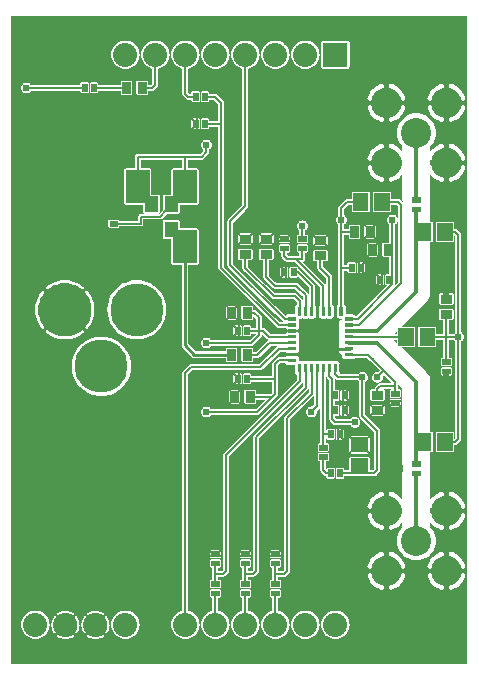
<source format=gbr>
G04 start of page 2 for group 0 idx 0 *
G04 Title: (unknown), top *
G04 Creator: pcb 1.99z *
G04 CreationDate: Sun 31 May 2020 07:54:01 PM GMT UTC *
G04 For: mark *
G04 Format: Gerber/RS-274X *
G04 PCB-Dimensions (mil): 2200.00 2300.00 *
G04 PCB-Coordinate-Origin: lower left *
%MOIN*%
%FSLAX25Y25*%
%LNTOP*%
%ADD29C,0.0240*%
%ADD28R,0.0440X0.0440*%
%ADD27R,0.0787X0.0787*%
%ADD26R,0.0295X0.0295*%
%ADD25R,0.0512X0.0512*%
%ADD24R,0.0197X0.0197*%
%ADD23R,0.0110X0.0110*%
%ADD22C,0.1772*%
%ADD21C,0.1000*%
%ADD20C,0.0800*%
%ADD19C,0.0133*%
%ADD18C,0.0100*%
%ADD17C,0.0060*%
%ADD16C,0.0080*%
%ADD15C,0.0001*%
%ADD14C,0.0120*%
%ADD13C,0.1181*%
%ADD12C,0.0670*%
%ADD11C,0.0400*%
G54D11*G54D12*G54D11*G54D13*G54D11*G54D12*G54D14*G54D15*G36*
X144998Y98584D02*X146759Y100344D01*
X146788Y100370D01*
X146890Y100489D01*
X146891Y100490D01*
X146973Y100624D01*
X147033Y100769D01*
X147048Y100831D01*
Y99462D01*
X144998Y97412D01*
Y98584D01*
G37*
G36*
Y102645D02*X145005Y102656D01*
X145065Y102801D01*
X145079Y102860D01*
Y101493D01*
X144998Y101412D01*
Y102645D01*
G37*
G36*
Y131588D02*X145079Y131507D01*
Y130140D01*
X145065Y130199D01*
X145005Y130344D01*
X144998Y130355D01*
Y131588D01*
G37*
G36*
Y136588D02*X147048Y134538D01*
Y132169D01*
X147033Y132231D01*
X147033Y132231D01*
X147021Y132260D01*
X146973Y132376D01*
X146891Y132511D01*
X146788Y132630D01*
X146758Y132656D01*
X144998Y134416D01*
Y136588D01*
G37*
G36*
X191201Y117000D02*X192000D01*
Y110980D01*
X191556Y110979D01*
X191491Y110963D01*
X191429Y110938D01*
X191372Y110903D01*
X191322Y110859D01*
X191278Y110809D01*
X191243Y110752D01*
X191218Y110690D01*
X191202Y110625D01*
X191201Y110608D01*
Y117000D01*
G37*
G36*
Y123540D02*X192000Y123541D01*
Y119000D01*
X191201D01*
Y123540D01*
G37*
G36*
Y149624D02*X195169Y149627D01*
X195234Y149643D01*
X195296Y149668D01*
X195353Y149703D01*
X195403Y149747D01*
X195447Y149797D01*
X195482Y149854D01*
X195507Y149916D01*
X195523Y149981D01*
X195527Y150048D01*
X195526Y152000D01*
X195586D01*
X196000Y151586D01*
Y119498D01*
X195939Y119461D01*
X195723Y119277D01*
X195539Y119061D01*
X195502Y119000D01*
X194000D01*
Y123543D01*
X195035Y123544D01*
X195100Y123560D01*
X195162Y123585D01*
X195219Y123620D01*
X195269Y123664D01*
X195313Y123714D01*
X195348Y123771D01*
X195373Y123833D01*
X195389Y123898D01*
X195393Y123965D01*
X195389Y126984D01*
X195373Y127049D01*
X195348Y127111D01*
X195313Y127168D01*
X195269Y127218D01*
X195219Y127262D01*
X195162Y127297D01*
X195100Y127322D01*
X195035Y127338D01*
X194968Y127342D01*
X191201Y127338D01*
Y128658D01*
X195035Y128662D01*
X195100Y128678D01*
X195162Y128703D01*
X195219Y128738D01*
X195269Y128782D01*
X195313Y128832D01*
X195348Y128889D01*
X195373Y128951D01*
X195389Y129016D01*
X195393Y129083D01*
X195389Y132102D01*
X195373Y132167D01*
X195348Y132229D01*
X195313Y132286D01*
X195269Y132336D01*
X195219Y132380D01*
X195162Y132415D01*
X195100Y132440D01*
X195035Y132456D01*
X194968Y132460D01*
X191201Y132456D01*
Y149624D01*
G37*
G36*
X195102Y86377D02*X191201Y86374D01*
Y105880D01*
X191202Y105375D01*
X191218Y105310D01*
X191243Y105248D01*
X191278Y105191D01*
X191322Y105141D01*
X191372Y105097D01*
X191429Y105062D01*
X191491Y105037D01*
X191556Y105021D01*
X191623Y105017D01*
X194444Y105021D01*
X194509Y105037D01*
X194571Y105062D01*
X194628Y105097D01*
X194678Y105141D01*
X194722Y105191D01*
X194757Y105248D01*
X194782Y105310D01*
X194798Y105375D01*
X194802Y105442D01*
X194798Y107477D01*
X194782Y107542D01*
X194757Y107604D01*
X194722Y107661D01*
X194678Y107711D01*
X194628Y107755D01*
X194571Y107790D01*
X194509Y107815D01*
X194444Y107831D01*
X194377Y107835D01*
X191556Y107831D01*
X191491Y107815D01*
X191429Y107790D01*
X191372Y107755D01*
X191322Y107711D01*
X191278Y107661D01*
X191243Y107604D01*
X191218Y107542D01*
X191202Y107477D01*
X191201Y107460D01*
Y109028D01*
X191202Y108523D01*
X191218Y108458D01*
X191243Y108396D01*
X191278Y108339D01*
X191322Y108289D01*
X191372Y108245D01*
X191429Y108210D01*
X191491Y108185D01*
X191556Y108169D01*
X191623Y108165D01*
X194444Y108169D01*
X194509Y108185D01*
X194571Y108210D01*
X194628Y108245D01*
X194678Y108289D01*
X194722Y108339D01*
X194757Y108396D01*
X194782Y108458D01*
X194798Y108523D01*
X194802Y108590D01*
X194798Y110625D01*
X194782Y110690D01*
X194757Y110752D01*
X194722Y110809D01*
X194678Y110859D01*
X194628Y110903D01*
X194571Y110938D01*
X194509Y110963D01*
X194444Y110979D01*
X194377Y110983D01*
X194000Y110982D01*
Y117000D01*
X195502D01*
X195539Y116939D01*
X195723Y116723D01*
X195939Y116539D01*
X196000Y116502D01*
Y84414D01*
X195586Y84000D01*
X195524D01*
X195523Y86019D01*
X195507Y86084D01*
X195482Y86146D01*
X195447Y86203D01*
X195403Y86253D01*
X195353Y86297D01*
X195296Y86332D01*
X195234Y86357D01*
X195169Y86373D01*
X195102Y86377D01*
G37*
G36*
X196522Y225000D02*X200000D01*
Y9000D01*
X196522D01*
Y34537D01*
X196730Y34669D01*
X197181Y35015D01*
X197601Y35399D01*
X197985Y35819D01*
X198331Y36270D01*
X198636Y36750D01*
X198898Y37254D01*
X199116Y37779D01*
X199286Y38322D01*
X199308Y38439D01*
X199311Y38557D01*
X199296Y38675D01*
X199262Y38789D01*
X199211Y38896D01*
X199143Y38994D01*
X199062Y39080D01*
X198967Y39152D01*
X198863Y39209D01*
X198751Y39248D01*
X198634Y39270D01*
X198515Y39273D01*
X198397Y39257D01*
X198283Y39224D01*
X198176Y39172D01*
X198078Y39105D01*
X197992Y39023D01*
X197920Y38929D01*
X197864Y38824D01*
X197826Y38712D01*
X197700Y38294D01*
X197533Y37890D01*
X197331Y37502D01*
X197097Y37133D01*
X196831Y36787D01*
X196536Y36464D01*
X196522Y36452D01*
Y43548D01*
X196536Y43536D01*
X196831Y43213D01*
X197097Y42867D01*
X197331Y42498D01*
X197533Y42110D01*
X197700Y41706D01*
X197831Y41290D01*
X197868Y41178D01*
X197924Y41074D01*
X197996Y40980D01*
X198081Y40899D01*
X198179Y40832D01*
X198285Y40781D01*
X198398Y40747D01*
X198515Y40732D01*
X198633Y40735D01*
X198749Y40756D01*
X198861Y40795D01*
X198965Y40852D01*
X199058Y40924D01*
X199140Y41009D01*
X199207Y41106D01*
X199258Y41213D01*
X199291Y41326D01*
X199307Y41443D01*
X199304Y41561D01*
X199280Y41676D01*
X199116Y42221D01*
X198898Y42746D01*
X198636Y43250D01*
X198331Y43730D01*
X197985Y44181D01*
X197601Y44601D01*
X197181Y44985D01*
X196730Y45331D01*
X196522Y45463D01*
Y54537D01*
X196730Y54669D01*
X197181Y55015D01*
X197601Y55399D01*
X197985Y55819D01*
X198331Y56270D01*
X198636Y56750D01*
X198898Y57254D01*
X199116Y57779D01*
X199286Y58322D01*
X199308Y58439D01*
X199311Y58557D01*
X199296Y58675D01*
X199262Y58789D01*
X199211Y58896D01*
X199143Y58994D01*
X199062Y59080D01*
X198967Y59152D01*
X198863Y59209D01*
X198751Y59248D01*
X198634Y59270D01*
X198515Y59273D01*
X198397Y59257D01*
X198283Y59224D01*
X198176Y59172D01*
X198078Y59105D01*
X197992Y59023D01*
X197920Y58929D01*
X197864Y58824D01*
X197826Y58712D01*
X197700Y58294D01*
X197533Y57890D01*
X197331Y57502D01*
X197097Y57133D01*
X196831Y56787D01*
X196536Y56464D01*
X196522Y56452D01*
Y63548D01*
X196536Y63536D01*
X196831Y63213D01*
X197097Y62867D01*
X197331Y62498D01*
X197533Y62110D01*
X197700Y61706D01*
X197831Y61290D01*
X197868Y61178D01*
X197924Y61074D01*
X197996Y60980D01*
X198081Y60899D01*
X198179Y60832D01*
X198285Y60781D01*
X198398Y60747D01*
X198515Y60732D01*
X198633Y60735D01*
X198749Y60756D01*
X198861Y60795D01*
X198965Y60852D01*
X199058Y60924D01*
X199140Y61009D01*
X199207Y61106D01*
X199258Y61213D01*
X199291Y61326D01*
X199307Y61443D01*
X199304Y61561D01*
X199280Y61676D01*
X199116Y62221D01*
X198898Y62746D01*
X198636Y63250D01*
X198331Y63730D01*
X197985Y64181D01*
X197601Y64601D01*
X197181Y64985D01*
X196730Y65331D01*
X196522Y65463D01*
Y82147D01*
X196590Y82188D01*
X196709Y82291D01*
X196735Y82321D01*
X197679Y83265D01*
X197709Y83291D01*
X197811Y83410D01*
X197812Y83410D01*
X197894Y83545D01*
X197954Y83690D01*
X197991Y83843D01*
X198003Y84000D01*
X198000Y84039D01*
Y116502D01*
X198061Y116539D01*
X198277Y116723D01*
X198461Y116939D01*
X198609Y117180D01*
X198717Y117442D01*
X198783Y117718D01*
X198800Y118000D01*
X198783Y118282D01*
X198717Y118558D01*
X198609Y118820D01*
X198461Y119061D01*
X198277Y119277D01*
X198061Y119461D01*
X198000Y119498D01*
Y151961D01*
X198003Y152000D01*
X197991Y152157D01*
X197954Y152310D01*
X197894Y152455D01*
X197812Y152590D01*
X197811Y152590D01*
X197709Y152709D01*
X197679Y152735D01*
X196735Y153679D01*
X196709Y153709D01*
X196590Y153811D01*
X196590Y153812D01*
X196522Y153853D01*
Y170537D01*
X196730Y170669D01*
X197181Y171015D01*
X197601Y171399D01*
X197985Y171819D01*
X198331Y172270D01*
X198636Y172750D01*
X198898Y173254D01*
X199116Y173779D01*
X199286Y174322D01*
X199308Y174439D01*
X199311Y174557D01*
X199296Y174675D01*
X199262Y174789D01*
X199211Y174896D01*
X199143Y174994D01*
X199062Y175080D01*
X198967Y175152D01*
X198863Y175209D01*
X198751Y175248D01*
X198634Y175270D01*
X198515Y175273D01*
X198397Y175257D01*
X198283Y175224D01*
X198176Y175172D01*
X198078Y175105D01*
X197992Y175023D01*
X197920Y174929D01*
X197864Y174824D01*
X197826Y174712D01*
X197700Y174294D01*
X197533Y173890D01*
X197331Y173502D01*
X197097Y173133D01*
X196831Y172787D01*
X196536Y172464D01*
X196522Y172452D01*
Y179548D01*
X196536Y179536D01*
X196831Y179213D01*
X197097Y178867D01*
X197331Y178498D01*
X197533Y178110D01*
X197700Y177706D01*
X197831Y177290D01*
X197868Y177178D01*
X197924Y177074D01*
X197996Y176980D01*
X198081Y176899D01*
X198179Y176832D01*
X198285Y176781D01*
X198398Y176747D01*
X198515Y176732D01*
X198633Y176735D01*
X198749Y176756D01*
X198861Y176795D01*
X198965Y176852D01*
X199058Y176924D01*
X199140Y177009D01*
X199207Y177106D01*
X199258Y177213D01*
X199291Y177326D01*
X199307Y177443D01*
X199304Y177561D01*
X199280Y177676D01*
X199116Y178221D01*
X198898Y178746D01*
X198636Y179250D01*
X198331Y179730D01*
X197985Y180181D01*
X197601Y180601D01*
X197181Y180985D01*
X196730Y181331D01*
X196522Y181463D01*
Y190537D01*
X196730Y190669D01*
X197181Y191015D01*
X197601Y191399D01*
X197985Y191819D01*
X198331Y192270D01*
X198636Y192750D01*
X198898Y193254D01*
X199116Y193779D01*
X199286Y194322D01*
X199308Y194439D01*
X199311Y194557D01*
X199296Y194675D01*
X199262Y194789D01*
X199211Y194896D01*
X199143Y194994D01*
X199062Y195080D01*
X198967Y195152D01*
X198863Y195209D01*
X198751Y195248D01*
X198634Y195270D01*
X198515Y195273D01*
X198397Y195257D01*
X198283Y195224D01*
X198176Y195172D01*
X198078Y195105D01*
X197992Y195023D01*
X197920Y194929D01*
X197864Y194824D01*
X197826Y194712D01*
X197700Y194294D01*
X197533Y193890D01*
X197331Y193502D01*
X197097Y193133D01*
X196831Y192787D01*
X196536Y192464D01*
X196522Y192452D01*
Y199548D01*
X196536Y199536D01*
X196831Y199213D01*
X197097Y198867D01*
X197331Y198498D01*
X197533Y198110D01*
X197700Y197706D01*
X197831Y197290D01*
X197868Y197178D01*
X197924Y197074D01*
X197996Y196980D01*
X198081Y196899D01*
X198179Y196832D01*
X198285Y196781D01*
X198398Y196747D01*
X198515Y196732D01*
X198633Y196735D01*
X198749Y196756D01*
X198861Y196795D01*
X198965Y196852D01*
X199058Y196924D01*
X199140Y197009D01*
X199207Y197106D01*
X199258Y197213D01*
X199291Y197326D01*
X199307Y197443D01*
X199304Y197561D01*
X199280Y197676D01*
X199116Y198221D01*
X198898Y198746D01*
X198636Y199250D01*
X198331Y199730D01*
X197985Y200181D01*
X197601Y200601D01*
X197181Y200985D01*
X196730Y201331D01*
X196522Y201463D01*
Y225000D01*
G37*
G36*
Y9000D02*X191201D01*
Y33752D01*
X191322Y33714D01*
X191439Y33692D01*
X191557Y33689D01*
X191675Y33704D01*
X191789Y33738D01*
X191896Y33789D01*
X191994Y33857D01*
X192080Y33938D01*
X192152Y34033D01*
X192209Y34137D01*
X192248Y34249D01*
X192270Y34366D01*
X192273Y34485D01*
X192257Y34603D01*
X192224Y34717D01*
X192172Y34824D01*
X192105Y34922D01*
X192023Y35008D01*
X191929Y35080D01*
X191824Y35136D01*
X191712Y35174D01*
X191294Y35300D01*
X191201Y35338D01*
Y44662D01*
X191294Y44700D01*
X191710Y44831D01*
X191822Y44868D01*
X191926Y44924D01*
X192020Y44996D01*
X192101Y45081D01*
X192168Y45179D01*
X192219Y45285D01*
X192253Y45398D01*
X192268Y45515D01*
X192265Y45633D01*
X192244Y45749D01*
X192205Y45861D01*
X192148Y45965D01*
X192076Y46058D01*
X191991Y46140D01*
X191894Y46207D01*
X191787Y46258D01*
X191674Y46291D01*
X191557Y46307D01*
X191439Y46304D01*
X191324Y46280D01*
X191201Y46243D01*
Y53752D01*
X191322Y53714D01*
X191439Y53692D01*
X191557Y53689D01*
X191675Y53704D01*
X191789Y53738D01*
X191896Y53789D01*
X191994Y53857D01*
X192080Y53938D01*
X192152Y54033D01*
X192209Y54137D01*
X192248Y54249D01*
X192270Y54366D01*
X192273Y54485D01*
X192257Y54603D01*
X192224Y54717D01*
X192172Y54824D01*
X192105Y54922D01*
X192023Y55008D01*
X191929Y55080D01*
X191824Y55136D01*
X191712Y55174D01*
X191294Y55300D01*
X191201Y55338D01*
Y64662D01*
X191294Y64700D01*
X191710Y64831D01*
X191822Y64868D01*
X191926Y64924D01*
X192020Y64996D01*
X192101Y65081D01*
X192168Y65179D01*
X192219Y65285D01*
X192253Y65398D01*
X192268Y65515D01*
X192265Y65633D01*
X192244Y65749D01*
X192205Y65861D01*
X192148Y65965D01*
X192076Y66058D01*
X191991Y66140D01*
X191894Y66207D01*
X191787Y66258D01*
X191674Y66291D01*
X191557Y66307D01*
X191439Y66304D01*
X191324Y66280D01*
X191201Y66243D01*
Y79624D01*
X195169Y79627D01*
X195234Y79643D01*
X195296Y79668D01*
X195353Y79703D01*
X195403Y79747D01*
X195447Y79797D01*
X195482Y79854D01*
X195507Y79916D01*
X195523Y79981D01*
X195527Y80048D01*
X195526Y82000D01*
X195961D01*
X196000Y81997D01*
X196157Y82009D01*
X196157Y82009D01*
X196310Y82046D01*
X196455Y82106D01*
X196522Y82147D01*
Y65463D01*
X196250Y65636D01*
X195746Y65898D01*
X195221Y66116D01*
X194678Y66286D01*
X194561Y66308D01*
X194443Y66311D01*
X194325Y66296D01*
X194211Y66262D01*
X194104Y66211D01*
X194006Y66143D01*
X193920Y66062D01*
X193848Y65967D01*
X193791Y65863D01*
X193752Y65751D01*
X193730Y65634D01*
X193727Y65515D01*
X193743Y65397D01*
X193776Y65283D01*
X193828Y65176D01*
X193895Y65078D01*
X193977Y64992D01*
X194071Y64920D01*
X194176Y64864D01*
X194288Y64826D01*
X194706Y64700D01*
X195110Y64533D01*
X195498Y64331D01*
X195867Y64097D01*
X196213Y63831D01*
X196522Y63548D01*
Y56452D01*
X196213Y56169D01*
X195867Y55903D01*
X195498Y55669D01*
X195110Y55467D01*
X194706Y55300D01*
X194290Y55169D01*
X194178Y55132D01*
X194074Y55076D01*
X193980Y55004D01*
X193899Y54919D01*
X193832Y54821D01*
X193781Y54715D01*
X193747Y54602D01*
X193732Y54485D01*
X193735Y54367D01*
X193756Y54251D01*
X193795Y54139D01*
X193852Y54035D01*
X193924Y53942D01*
X194009Y53860D01*
X194106Y53793D01*
X194213Y53742D01*
X194326Y53709D01*
X194443Y53693D01*
X194561Y53696D01*
X194676Y53720D01*
X195221Y53884D01*
X195746Y54102D01*
X196250Y54364D01*
X196522Y54537D01*
Y45463D01*
X196250Y45636D01*
X195746Y45898D01*
X195221Y46116D01*
X194678Y46286D01*
X194561Y46308D01*
X194443Y46311D01*
X194325Y46296D01*
X194211Y46262D01*
X194104Y46211D01*
X194006Y46143D01*
X193920Y46062D01*
X193848Y45967D01*
X193791Y45863D01*
X193752Y45751D01*
X193730Y45634D01*
X193727Y45515D01*
X193743Y45397D01*
X193776Y45283D01*
X193828Y45176D01*
X193895Y45078D01*
X193977Y44992D01*
X194071Y44920D01*
X194176Y44864D01*
X194288Y44826D01*
X194706Y44700D01*
X195110Y44533D01*
X195498Y44331D01*
X195867Y44097D01*
X196213Y43831D01*
X196522Y43548D01*
Y36452D01*
X196213Y36169D01*
X195867Y35903D01*
X195498Y35669D01*
X195110Y35467D01*
X194706Y35300D01*
X194290Y35169D01*
X194178Y35132D01*
X194074Y35076D01*
X193980Y35004D01*
X193899Y34919D01*
X193832Y34821D01*
X193781Y34715D01*
X193747Y34602D01*
X193732Y34485D01*
X193735Y34367D01*
X193756Y34251D01*
X193795Y34139D01*
X193852Y34035D01*
X193924Y33942D01*
X194009Y33860D01*
X194106Y33793D01*
X194213Y33742D01*
X194326Y33709D01*
X194443Y33693D01*
X194561Y33696D01*
X194676Y33720D01*
X195221Y33884D01*
X195746Y34102D01*
X196250Y34364D01*
X196522Y34537D01*
Y9000D01*
G37*
G36*
X191201Y225000D02*X196522D01*
Y201463D01*
X196250Y201636D01*
X195746Y201898D01*
X195221Y202116D01*
X194678Y202286D01*
X194561Y202308D01*
X194443Y202311D01*
X194325Y202296D01*
X194211Y202262D01*
X194104Y202211D01*
X194006Y202143D01*
X193920Y202062D01*
X193848Y201967D01*
X193791Y201863D01*
X193752Y201751D01*
X193730Y201634D01*
X193727Y201515D01*
X193743Y201397D01*
X193776Y201283D01*
X193828Y201176D01*
X193895Y201078D01*
X193977Y200992D01*
X194071Y200920D01*
X194176Y200864D01*
X194288Y200826D01*
X194706Y200700D01*
X195110Y200533D01*
X195498Y200331D01*
X195867Y200097D01*
X196213Y199831D01*
X196522Y199548D01*
Y192452D01*
X196213Y192169D01*
X195867Y191903D01*
X195498Y191669D01*
X195110Y191467D01*
X194706Y191300D01*
X194290Y191169D01*
X194178Y191132D01*
X194074Y191076D01*
X193980Y191004D01*
X193899Y190919D01*
X193832Y190821D01*
X193781Y190715D01*
X193747Y190602D01*
X193732Y190485D01*
X193735Y190367D01*
X193756Y190251D01*
X193795Y190139D01*
X193852Y190035D01*
X193924Y189942D01*
X194009Y189860D01*
X194106Y189793D01*
X194213Y189742D01*
X194326Y189709D01*
X194443Y189693D01*
X194561Y189696D01*
X194676Y189720D01*
X195221Y189884D01*
X195746Y190102D01*
X196250Y190364D01*
X196522Y190537D01*
Y181463D01*
X196250Y181636D01*
X195746Y181898D01*
X195221Y182116D01*
X194678Y182286D01*
X194561Y182308D01*
X194443Y182311D01*
X194325Y182296D01*
X194211Y182262D01*
X194104Y182211D01*
X194006Y182143D01*
X193920Y182062D01*
X193848Y181967D01*
X193791Y181863D01*
X193752Y181751D01*
X193730Y181634D01*
X193727Y181515D01*
X193743Y181397D01*
X193776Y181283D01*
X193828Y181176D01*
X193895Y181078D01*
X193977Y180992D01*
X194071Y180920D01*
X194176Y180864D01*
X194288Y180826D01*
X194706Y180700D01*
X195110Y180533D01*
X195498Y180331D01*
X195867Y180097D01*
X196213Y179831D01*
X196522Y179548D01*
Y172452D01*
X196213Y172169D01*
X195867Y171903D01*
X195498Y171669D01*
X195110Y171467D01*
X194706Y171300D01*
X194290Y171169D01*
X194178Y171132D01*
X194074Y171076D01*
X193980Y171004D01*
X193899Y170919D01*
X193832Y170821D01*
X193781Y170715D01*
X193747Y170602D01*
X193732Y170485D01*
X193735Y170367D01*
X193756Y170251D01*
X193795Y170139D01*
X193852Y170035D01*
X193924Y169942D01*
X194009Y169860D01*
X194106Y169793D01*
X194213Y169742D01*
X194326Y169709D01*
X194443Y169693D01*
X194561Y169696D01*
X194676Y169720D01*
X195221Y169884D01*
X195746Y170102D01*
X196250Y170364D01*
X196522Y170537D01*
Y153853D01*
X196455Y153894D01*
X196310Y153954D01*
X196157Y153991D01*
X196000Y154003D01*
X195961Y154000D01*
X195524D01*
X195523Y156019D01*
X195507Y156084D01*
X195482Y156146D01*
X195447Y156203D01*
X195403Y156253D01*
X195353Y156297D01*
X195296Y156332D01*
X195234Y156357D01*
X195169Y156373D01*
X195102Y156377D01*
X191201Y156374D01*
Y169752D01*
X191322Y169714D01*
X191439Y169692D01*
X191557Y169689D01*
X191675Y169704D01*
X191789Y169738D01*
X191896Y169789D01*
X191994Y169857D01*
X192080Y169938D01*
X192152Y170033D01*
X192209Y170137D01*
X192248Y170249D01*
X192270Y170366D01*
X192273Y170485D01*
X192257Y170603D01*
X192224Y170717D01*
X192172Y170824D01*
X192105Y170922D01*
X192023Y171008D01*
X191929Y171080D01*
X191824Y171136D01*
X191712Y171174D01*
X191294Y171300D01*
X191201Y171338D01*
Y180662D01*
X191294Y180700D01*
X191710Y180831D01*
X191822Y180868D01*
X191926Y180924D01*
X192020Y180996D01*
X192101Y181081D01*
X192168Y181179D01*
X192219Y181285D01*
X192253Y181398D01*
X192268Y181515D01*
X192265Y181633D01*
X192244Y181749D01*
X192205Y181861D01*
X192148Y181965D01*
X192076Y182058D01*
X191991Y182140D01*
X191894Y182207D01*
X191787Y182258D01*
X191674Y182291D01*
X191557Y182307D01*
X191439Y182304D01*
X191324Y182280D01*
X191201Y182243D01*
Y189752D01*
X191322Y189714D01*
X191439Y189692D01*
X191557Y189689D01*
X191675Y189704D01*
X191789Y189738D01*
X191896Y189789D01*
X191994Y189857D01*
X192080Y189938D01*
X192152Y190033D01*
X192209Y190137D01*
X192248Y190249D01*
X192270Y190366D01*
X192273Y190485D01*
X192257Y190603D01*
X192224Y190717D01*
X192172Y190824D01*
X192105Y190922D01*
X192023Y191008D01*
X191929Y191080D01*
X191824Y191136D01*
X191712Y191174D01*
X191294Y191300D01*
X191201Y191338D01*
Y200662D01*
X191294Y200700D01*
X191710Y200831D01*
X191822Y200868D01*
X191926Y200924D01*
X192020Y200996D01*
X192101Y201081D01*
X192168Y201179D01*
X192219Y201285D01*
X192253Y201398D01*
X192268Y201515D01*
X192265Y201633D01*
X192244Y201749D01*
X192205Y201861D01*
X192148Y201965D01*
X192076Y202058D01*
X191991Y202140D01*
X191894Y202207D01*
X191787Y202258D01*
X191674Y202291D01*
X191557Y202307D01*
X191439Y202304D01*
X191324Y202280D01*
X191201Y202243D01*
Y225000D01*
G37*
G36*
Y171338D02*X190890Y171467D01*
X190502Y171669D01*
X190133Y171903D01*
X189787Y172169D01*
X189464Y172464D01*
X189169Y172787D01*
X188903Y173133D01*
X188669Y173502D01*
X188467Y173890D01*
X188300Y174294D01*
X188169Y174710D01*
X188132Y174822D01*
X188076Y174926D01*
X188004Y175020D01*
X187919Y175101D01*
X187821Y175168D01*
X187715Y175219D01*
X187665Y175234D01*
Y176761D01*
X187717Y176776D01*
X187824Y176828D01*
X187922Y176895D01*
X188008Y176977D01*
X188080Y177071D01*
X188136Y177176D01*
X188174Y177288D01*
X188300Y177706D01*
X188467Y178110D01*
X188669Y178498D01*
X188903Y178867D01*
X189169Y179213D01*
X189464Y179536D01*
X189787Y179831D01*
X190133Y180097D01*
X190502Y180331D01*
X190890Y180533D01*
X191201Y180662D01*
Y171338D01*
G37*
G36*
Y55338D02*X190890Y55467D01*
X190502Y55669D01*
X190133Y55903D01*
X189787Y56169D01*
X189464Y56464D01*
X189169Y56787D01*
X188903Y57133D01*
X188669Y57502D01*
X188467Y57890D01*
X188300Y58294D01*
X188169Y58710D01*
X188132Y58822D01*
X188076Y58926D01*
X188004Y59020D01*
X187919Y59101D01*
X187821Y59168D01*
X187715Y59219D01*
X187665Y59234D01*
Y60761D01*
X187717Y60776D01*
X187824Y60828D01*
X187922Y60895D01*
X188008Y60977D01*
X188080Y61071D01*
X188136Y61176D01*
X188174Y61288D01*
X188300Y61706D01*
X188467Y62110D01*
X188669Y62498D01*
X188903Y62867D01*
X189169Y63213D01*
X189464Y63536D01*
X189787Y63831D01*
X190133Y64097D01*
X190502Y64331D01*
X190890Y64533D01*
X191201Y64662D01*
Y55338D01*
G37*
G36*
Y86374D02*X189917Y86373D01*
X189852Y86357D01*
X189790Y86332D01*
X189733Y86297D01*
X189683Y86253D01*
X189639Y86203D01*
X189604Y86146D01*
X189579Y86084D01*
X189563Y86019D01*
X189559Y85952D01*
X189563Y79981D01*
X189579Y79916D01*
X189604Y79854D01*
X189639Y79797D01*
X189683Y79747D01*
X189733Y79703D01*
X189790Y79668D01*
X189852Y79643D01*
X189917Y79627D01*
X189984Y79623D01*
X191201Y79624D01*
Y66243D01*
X190779Y66116D01*
X190254Y65898D01*
X189750Y65636D01*
X189270Y65331D01*
X188819Y64985D01*
X188399Y64601D01*
X188015Y64181D01*
X187669Y63730D01*
X187665Y63723D01*
Y72426D01*
X187622Y73158D01*
X187450Y73872D01*
X187397Y74000D01*
X187450Y74128D01*
X187622Y74842D01*
X187665Y75574D01*
Y79627D01*
X188083Y79627D01*
X188148Y79643D01*
X188210Y79668D01*
X188267Y79703D01*
X188317Y79747D01*
X188361Y79797D01*
X188396Y79854D01*
X188421Y79916D01*
X188437Y79981D01*
X188441Y80048D01*
X188437Y86019D01*
X188421Y86084D01*
X188396Y86146D01*
X188361Y86203D01*
X188317Y86253D01*
X188267Y86297D01*
X188210Y86332D01*
X188148Y86357D01*
X188083Y86373D01*
X188016Y86377D01*
X187665Y86377D01*
Y102817D01*
X187679Y103000D01*
X187622Y103732D01*
X187622Y103732D01*
X187450Y104446D01*
X187169Y105124D01*
X186786Y105750D01*
X186309Y106309D01*
X186169Y106428D01*
X177974Y114624D01*
X182126Y114627D01*
X182191Y114643D01*
X182252Y114668D01*
X182309Y114703D01*
X182360Y114747D01*
X182404Y114797D01*
X182439Y114854D01*
X182464Y114916D01*
X182480Y114981D01*
X182484Y115048D01*
X182480Y121019D01*
X182464Y121084D01*
X182439Y121146D01*
X182404Y121203D01*
X182360Y121253D01*
X182309Y121297D01*
X182252Y121332D01*
X182191Y121357D01*
X182126Y121373D01*
X182059Y121377D01*
X177971Y121374D01*
X186169Y129572D01*
X186309Y129691D01*
X186786Y130250D01*
X187169Y130876D01*
X187450Y131554D01*
X187622Y132268D01*
X187679Y133000D01*
X187665Y133183D01*
Y149627D01*
X188083Y149627D01*
X188148Y149643D01*
X188210Y149668D01*
X188267Y149703D01*
X188317Y149747D01*
X188361Y149797D01*
X188396Y149854D01*
X188421Y149916D01*
X188437Y149981D01*
X188441Y150048D01*
X188437Y156019D01*
X188421Y156084D01*
X188396Y156146D01*
X188361Y156203D01*
X188317Y156253D01*
X188267Y156297D01*
X188210Y156332D01*
X188148Y156357D01*
X188083Y156373D01*
X188016Y156377D01*
X187665Y156377D01*
Y160426D01*
X187622Y161158D01*
X187450Y161872D01*
X187397Y162000D01*
X187450Y162128D01*
X187622Y162842D01*
X187665Y163574D01*
Y172277D01*
X187669Y172270D01*
X188015Y171819D01*
X188399Y171399D01*
X188819Y171015D01*
X189270Y170669D01*
X189750Y170364D01*
X190254Y170102D01*
X190779Y169884D01*
X191201Y169752D01*
Y156374D01*
X189917Y156373D01*
X189852Y156357D01*
X189790Y156332D01*
X189733Y156297D01*
X189683Y156253D01*
X189639Y156203D01*
X189604Y156146D01*
X189579Y156084D01*
X189563Y156019D01*
X189559Y155952D01*
X189563Y149981D01*
X189579Y149916D01*
X189604Y149854D01*
X189639Y149797D01*
X189683Y149747D01*
X189733Y149703D01*
X189790Y149668D01*
X189852Y149643D01*
X189917Y149627D01*
X189984Y149623D01*
X191201Y149624D01*
Y132456D01*
X190965Y132456D01*
X190900Y132440D01*
X190838Y132415D01*
X190781Y132380D01*
X190731Y132336D01*
X190687Y132286D01*
X190652Y132229D01*
X190627Y132167D01*
X190611Y132102D01*
X190607Y132035D01*
X190611Y129016D01*
X190627Y128951D01*
X190652Y128889D01*
X190687Y128832D01*
X190731Y128782D01*
X190781Y128738D01*
X190838Y128703D01*
X190900Y128678D01*
X190965Y128662D01*
X191032Y128658D01*
X191201Y128658D01*
Y127338D01*
X190965Y127338D01*
X190900Y127322D01*
X190838Y127297D01*
X190781Y127262D01*
X190731Y127218D01*
X190687Y127168D01*
X190652Y127111D01*
X190627Y127049D01*
X190611Y126984D01*
X190607Y126917D01*
X190611Y123898D01*
X190627Y123833D01*
X190652Y123771D01*
X190687Y123714D01*
X190731Y123664D01*
X190781Y123620D01*
X190838Y123585D01*
X190900Y123560D01*
X190965Y123544D01*
X191032Y123540D01*
X191201Y123540D01*
Y119000D01*
X189567D01*
X189566Y121019D01*
X189550Y121084D01*
X189525Y121146D01*
X189490Y121203D01*
X189446Y121253D01*
X189395Y121297D01*
X189338Y121332D01*
X189277Y121357D01*
X189212Y121373D01*
X189145Y121377D01*
X183960Y121373D01*
X183895Y121357D01*
X183833Y121332D01*
X183776Y121297D01*
X183725Y121253D01*
X183682Y121203D01*
X183647Y121146D01*
X183621Y121084D01*
X183606Y121019D01*
X183602Y120952D01*
X183606Y114981D01*
X183621Y114916D01*
X183647Y114854D01*
X183682Y114797D01*
X183725Y114747D01*
X183776Y114703D01*
X183833Y114668D01*
X183895Y114643D01*
X183960Y114627D01*
X184027Y114623D01*
X189212Y114627D01*
X189277Y114643D01*
X189338Y114668D01*
X189395Y114703D01*
X189446Y114747D01*
X189490Y114797D01*
X189525Y114854D01*
X189550Y114916D01*
X189566Y114981D01*
X189570Y115048D01*
X189569Y117000D01*
X191201D01*
Y110608D01*
X191198Y110558D01*
X191201Y109028D01*
Y107460D01*
X191198Y107410D01*
X191201Y105880D01*
Y86374D01*
G37*
G36*
X176522Y49470D02*X176560Y48980D01*
X176799Y47985D01*
X177191Y47040D01*
X177725Y46168D01*
X178390Y45390D01*
X179168Y44725D01*
X180040Y44191D01*
X180985Y43799D01*
X181980Y43560D01*
X183000Y43480D01*
X184020Y43560D01*
X185015Y43799D01*
X185960Y44191D01*
X186832Y44725D01*
X187610Y45390D01*
X188275Y46168D01*
X188809Y47040D01*
X189201Y47985D01*
X189440Y48980D01*
X189500Y50000D01*
X189440Y51020D01*
X189201Y52015D01*
X188809Y52960D01*
X188275Y53832D01*
X187665Y54546D01*
Y56277D01*
X187669Y56270D01*
X188015Y55819D01*
X188399Y55399D01*
X188819Y55015D01*
X189270Y54669D01*
X189750Y54364D01*
X190254Y54102D01*
X190779Y53884D01*
X191201Y53752D01*
Y46243D01*
X190779Y46116D01*
X190254Y45898D01*
X189750Y45636D01*
X189270Y45331D01*
X188819Y44985D01*
X188399Y44601D01*
X188015Y44181D01*
X187669Y43730D01*
X187364Y43250D01*
X187102Y42746D01*
X186884Y42221D01*
X186714Y41678D01*
X186692Y41561D01*
X186689Y41443D01*
X186704Y41325D01*
X186738Y41211D01*
X186789Y41104D01*
X186857Y41006D01*
X186938Y40920D01*
X187033Y40848D01*
X187137Y40791D01*
X187249Y40752D01*
X187366Y40730D01*
X187485Y40727D01*
X187603Y40743D01*
X187717Y40776D01*
X187824Y40828D01*
X187922Y40895D01*
X188008Y40977D01*
X188080Y41071D01*
X188136Y41176D01*
X188174Y41288D01*
X188300Y41706D01*
X188467Y42110D01*
X188669Y42498D01*
X188903Y42867D01*
X189169Y43213D01*
X189464Y43536D01*
X189787Y43831D01*
X190133Y44097D01*
X190502Y44331D01*
X190890Y44533D01*
X191201Y44662D01*
Y35338D01*
X190890Y35467D01*
X190502Y35669D01*
X190133Y35903D01*
X189787Y36169D01*
X189464Y36464D01*
X189169Y36787D01*
X188903Y37133D01*
X188669Y37502D01*
X188467Y37890D01*
X188300Y38294D01*
X188169Y38710D01*
X188132Y38822D01*
X188076Y38926D01*
X188004Y39020D01*
X187919Y39101D01*
X187821Y39168D01*
X187715Y39219D01*
X187602Y39253D01*
X187485Y39268D01*
X187367Y39265D01*
X187251Y39244D01*
X187139Y39205D01*
X187035Y39148D01*
X186942Y39076D01*
X186860Y38991D01*
X186793Y38894D01*
X186742Y38787D01*
X186709Y38674D01*
X186693Y38557D01*
X186696Y38439D01*
X186720Y38324D01*
X186884Y37779D01*
X187102Y37254D01*
X187364Y36750D01*
X187669Y36270D01*
X188015Y35819D01*
X188399Y35399D01*
X188819Y35015D01*
X189270Y34669D01*
X189750Y34364D01*
X190254Y34102D01*
X190779Y33884D01*
X191201Y33752D01*
Y9000D01*
X176522D01*
Y34537D01*
X176730Y34669D01*
X177181Y35015D01*
X177601Y35399D01*
X177985Y35819D01*
X178331Y36270D01*
X178636Y36750D01*
X178898Y37254D01*
X179116Y37779D01*
X179286Y38322D01*
X179308Y38439D01*
X179311Y38557D01*
X179296Y38675D01*
X179262Y38789D01*
X179211Y38896D01*
X179143Y38994D01*
X179062Y39080D01*
X178967Y39152D01*
X178863Y39209D01*
X178751Y39248D01*
X178634Y39270D01*
X178515Y39273D01*
X178397Y39257D01*
X178283Y39224D01*
X178176Y39172D01*
X178078Y39105D01*
X177992Y39023D01*
X177920Y38929D01*
X177864Y38824D01*
X177826Y38712D01*
X177700Y38294D01*
X177533Y37890D01*
X177331Y37502D01*
X177097Y37133D01*
X176831Y36787D01*
X176536Y36464D01*
X176522Y36452D01*
Y43548D01*
X176536Y43536D01*
X176831Y43213D01*
X177097Y42867D01*
X177331Y42498D01*
X177533Y42110D01*
X177700Y41706D01*
X177831Y41290D01*
X177868Y41178D01*
X177924Y41074D01*
X177996Y40980D01*
X178081Y40899D01*
X178179Y40832D01*
X178285Y40781D01*
X178398Y40747D01*
X178515Y40732D01*
X178633Y40735D01*
X178749Y40756D01*
X178861Y40795D01*
X178965Y40852D01*
X179058Y40924D01*
X179140Y41009D01*
X179207Y41106D01*
X179258Y41213D01*
X179291Y41326D01*
X179307Y41443D01*
X179304Y41561D01*
X179280Y41676D01*
X179116Y42221D01*
X178898Y42746D01*
X178636Y43250D01*
X178331Y43730D01*
X177985Y44181D01*
X177601Y44601D01*
X177181Y44985D01*
X176730Y45331D01*
X176522Y45463D01*
Y49470D01*
G37*
G36*
Y54537D02*X176730Y54669D01*
X177181Y55015D01*
X177601Y55399D01*
X177985Y55819D01*
X178331Y56270D01*
X178335Y56277D01*
Y54546D01*
X177725Y53832D01*
X177191Y52960D01*
X176799Y52015D01*
X176560Y51020D01*
X176522Y50530D01*
Y54537D01*
G37*
G36*
Y63548D02*X176536Y63536D01*
X176831Y63213D01*
X177097Y62867D01*
X177331Y62498D01*
X177533Y62110D01*
X177700Y61706D01*
X177831Y61290D01*
X177868Y61178D01*
X177924Y61074D01*
X177996Y60980D01*
X178081Y60899D01*
X178179Y60832D01*
X178285Y60781D01*
X178335Y60766D01*
Y59239D01*
X178283Y59224D01*
X178176Y59172D01*
X178078Y59105D01*
X177992Y59023D01*
X177920Y58929D01*
X177864Y58824D01*
X177826Y58712D01*
X177700Y58294D01*
X177533Y57890D01*
X177331Y57502D01*
X177097Y57133D01*
X176831Y56787D01*
X176536Y56464D01*
X176522Y56452D01*
Y63548D01*
G37*
G36*
Y97668D02*X177444Y97669D01*
X177509Y97685D01*
X177571Y97710D01*
X177628Y97745D01*
X177678Y97789D01*
X177722Y97839D01*
X177757Y97896D01*
X177782Y97958D01*
X177798Y98023D01*
X177802Y98090D01*
X177798Y100125D01*
X177782Y100190D01*
X177757Y100252D01*
X177722Y100309D01*
X177678Y100359D01*
X177628Y100403D01*
X177571Y100438D01*
X177509Y100463D01*
X177444Y100479D01*
X177377Y100483D01*
X177000Y100482D01*
Y101461D01*
X177003Y101500D01*
X177000Y101539D01*
Y102403D01*
X178335Y101068D01*
Y75574D01*
X178378Y74842D01*
X178550Y74128D01*
X178603Y74000D01*
X178550Y73872D01*
X178378Y73158D01*
X178335Y72426D01*
Y63723D01*
X178331Y63730D01*
X177985Y64181D01*
X177601Y64601D01*
X177181Y64985D01*
X176730Y65331D01*
X176522Y65463D01*
Y94520D01*
X177444Y94521D01*
X177509Y94537D01*
X177571Y94562D01*
X177628Y94597D01*
X177678Y94641D01*
X177722Y94691D01*
X177757Y94748D01*
X177782Y94810D01*
X177798Y94875D01*
X177802Y94942D01*
X177798Y96977D01*
X177782Y97042D01*
X177757Y97104D01*
X177722Y97161D01*
X177678Y97211D01*
X177628Y97255D01*
X177571Y97290D01*
X177509Y97315D01*
X177444Y97331D01*
X177377Y97335D01*
X176522Y97334D01*
Y97668D01*
G37*
G36*
X169478Y96659D02*X172035Y96662D01*
X172100Y96678D01*
X172162Y96703D01*
X172219Y96738D01*
X172269Y96782D01*
X172313Y96832D01*
X172348Y96889D01*
X172373Y96951D01*
X172389Y97016D01*
X172393Y97083D01*
X172389Y100102D01*
X172373Y100167D01*
X172348Y100229D01*
X172313Y100286D01*
X172269Y100336D01*
X172219Y100380D01*
X172162Y100415D01*
X172100Y100440D01*
X172035Y100456D01*
X171968Y100460D01*
X171374Y100459D01*
X171414Y100500D01*
X175000D01*
Y100480D01*
X174556Y100479D01*
X174491Y100463D01*
X174429Y100438D01*
X174372Y100403D01*
X174322Y100359D01*
X174278Y100309D01*
X174243Y100252D01*
X174218Y100190D01*
X174202Y100125D01*
X174198Y100058D01*
X174202Y98023D01*
X174218Y97958D01*
X174243Y97896D01*
X174278Y97839D01*
X174322Y97789D01*
X174372Y97745D01*
X174429Y97710D01*
X174491Y97685D01*
X174556Y97669D01*
X174623Y97665D01*
X176522Y97668D01*
Y97334D01*
X174556Y97331D01*
X174491Y97315D01*
X174429Y97290D01*
X174372Y97255D01*
X174322Y97211D01*
X174278Y97161D01*
X174243Y97104D01*
X174218Y97042D01*
X174202Y96977D01*
X174198Y96910D01*
X174202Y94875D01*
X174218Y94810D01*
X174243Y94748D01*
X174278Y94691D01*
X174322Y94641D01*
X174372Y94597D01*
X174429Y94562D01*
X174491Y94537D01*
X174556Y94521D01*
X174623Y94517D01*
X176522Y94520D01*
Y65463D01*
X176250Y65636D01*
X175746Y65898D01*
X175221Y66116D01*
X174678Y66286D01*
X174561Y66308D01*
X174443Y66311D01*
X174325Y66296D01*
X174211Y66262D01*
X174104Y66211D01*
X174006Y66143D01*
X173920Y66062D01*
X173848Y65967D01*
X173791Y65863D01*
X173752Y65751D01*
X173730Y65634D01*
X173727Y65515D01*
X173743Y65397D01*
X173776Y65283D01*
X173828Y65176D01*
X173895Y65078D01*
X173977Y64992D01*
X174071Y64920D01*
X174176Y64864D01*
X174288Y64826D01*
X174706Y64700D01*
X175110Y64533D01*
X175498Y64331D01*
X175867Y64097D01*
X176213Y63831D01*
X176522Y63548D01*
Y56452D01*
X176213Y56169D01*
X175867Y55903D01*
X175498Y55669D01*
X175110Y55467D01*
X174706Y55300D01*
X174290Y55169D01*
X174178Y55132D01*
X174074Y55076D01*
X173980Y55004D01*
X173899Y54919D01*
X173832Y54821D01*
X173781Y54715D01*
X173747Y54602D01*
X173732Y54485D01*
X173735Y54367D01*
X173756Y54251D01*
X173795Y54139D01*
X173852Y54035D01*
X173924Y53942D01*
X174009Y53860D01*
X174106Y53793D01*
X174213Y53742D01*
X174326Y53709D01*
X174443Y53693D01*
X174561Y53696D01*
X174676Y53720D01*
X175221Y53884D01*
X175746Y54102D01*
X176250Y54364D01*
X176522Y54537D01*
Y50530D01*
X176480Y50000D01*
X176522Y49470D01*
Y45463D01*
X176250Y45636D01*
X175746Y45898D01*
X175221Y46116D01*
X174678Y46286D01*
X174561Y46308D01*
X174443Y46311D01*
X174325Y46296D01*
X174211Y46262D01*
X174104Y46211D01*
X174006Y46143D01*
X173920Y46062D01*
X173848Y45967D01*
X173791Y45863D01*
X173752Y45751D01*
X173730Y45634D01*
X173727Y45515D01*
X173743Y45397D01*
X173776Y45283D01*
X173828Y45176D01*
X173895Y45078D01*
X173977Y44992D01*
X174071Y44920D01*
X174176Y44864D01*
X174288Y44826D01*
X174706Y44700D01*
X175110Y44533D01*
X175498Y44331D01*
X175867Y44097D01*
X176213Y43831D01*
X176522Y43548D01*
Y36452D01*
X176213Y36169D01*
X175867Y35903D01*
X175498Y35669D01*
X175110Y35467D01*
X174706Y35300D01*
X174290Y35169D01*
X174178Y35132D01*
X174074Y35076D01*
X173980Y35004D01*
X173899Y34919D01*
X173832Y34821D01*
X173781Y34715D01*
X173747Y34602D01*
X173732Y34485D01*
X173735Y34367D01*
X173756Y34251D01*
X173795Y34139D01*
X173852Y34035D01*
X173924Y33942D01*
X174009Y33860D01*
X174106Y33793D01*
X174213Y33742D01*
X174326Y33709D01*
X174443Y33693D01*
X174561Y33696D01*
X174676Y33720D01*
X175221Y33884D01*
X175746Y34102D01*
X176250Y34364D01*
X176522Y34537D01*
Y9000D01*
X169478D01*
Y34537D01*
X169750Y34364D01*
X170254Y34102D01*
X170779Y33884D01*
X171322Y33714D01*
X171439Y33692D01*
X171557Y33689D01*
X171675Y33704D01*
X171789Y33738D01*
X171896Y33789D01*
X171994Y33857D01*
X172080Y33938D01*
X172152Y34033D01*
X172209Y34137D01*
X172248Y34249D01*
X172270Y34366D01*
X172273Y34485D01*
X172257Y34603D01*
X172224Y34717D01*
X172172Y34824D01*
X172105Y34922D01*
X172023Y35008D01*
X171929Y35080D01*
X171824Y35136D01*
X171712Y35174D01*
X171294Y35300D01*
X170890Y35467D01*
X170502Y35669D01*
X170133Y35903D01*
X169787Y36169D01*
X169478Y36452D01*
Y43548D01*
X169787Y43831D01*
X170133Y44097D01*
X170502Y44331D01*
X170890Y44533D01*
X171294Y44700D01*
X171710Y44831D01*
X171822Y44868D01*
X171926Y44924D01*
X172020Y44996D01*
X172101Y45081D01*
X172168Y45179D01*
X172219Y45285D01*
X172253Y45398D01*
X172268Y45515D01*
X172265Y45633D01*
X172244Y45749D01*
X172205Y45861D01*
X172148Y45965D01*
X172076Y46058D01*
X171991Y46140D01*
X171894Y46207D01*
X171787Y46258D01*
X171674Y46291D01*
X171557Y46307D01*
X171439Y46304D01*
X171324Y46280D01*
X170779Y46116D01*
X170254Y45898D01*
X169750Y45636D01*
X169478Y45463D01*
Y54537D01*
X169750Y54364D01*
X170254Y54102D01*
X170779Y53884D01*
X171322Y53714D01*
X171439Y53692D01*
X171557Y53689D01*
X171675Y53704D01*
X171789Y53738D01*
X171896Y53789D01*
X171994Y53857D01*
X172080Y53938D01*
X172152Y54033D01*
X172209Y54137D01*
X172248Y54249D01*
X172270Y54366D01*
X172273Y54485D01*
X172257Y54603D01*
X172224Y54717D01*
X172172Y54824D01*
X172105Y54922D01*
X172023Y55008D01*
X171929Y55080D01*
X171824Y55136D01*
X171712Y55174D01*
X171294Y55300D01*
X170890Y55467D01*
X170502Y55669D01*
X170133Y55903D01*
X169787Y56169D01*
X169478Y56452D01*
Y63548D01*
X169787Y63831D01*
X170133Y64097D01*
X170502Y64331D01*
X170890Y64533D01*
X171294Y64700D01*
X171710Y64831D01*
X171822Y64868D01*
X171926Y64924D01*
X172020Y64996D01*
X172101Y65081D01*
X172168Y65179D01*
X172219Y65285D01*
X172253Y65398D01*
X172268Y65515D01*
X172265Y65633D01*
X172244Y65749D01*
X172205Y65861D01*
X172148Y65965D01*
X172076Y66058D01*
X171991Y66140D01*
X171894Y66207D01*
X171787Y66258D01*
X171674Y66291D01*
X171557Y66307D01*
X171439Y66304D01*
X171324Y66280D01*
X170779Y66116D01*
X170254Y65898D01*
X169750Y65636D01*
X169478Y65463D01*
Y71620D01*
X169590Y71688D01*
X169709Y71791D01*
X169735Y71821D01*
X170679Y72765D01*
X170709Y72791D01*
X170811Y72910D01*
X170812Y72910D01*
X170894Y73045D01*
X170954Y73190D01*
X170991Y73343D01*
X171003Y73500D01*
X171000Y73539D01*
Y86461D01*
X171003Y86500D01*
X170991Y86657D01*
X170954Y86810D01*
X170894Y86955D01*
X170812Y87090D01*
X170811Y87090D01*
X170709Y87209D01*
X170679Y87235D01*
X169478Y88436D01*
Y91541D01*
X172035Y91544D01*
X172100Y91560D01*
X172162Y91585D01*
X172219Y91620D01*
X172269Y91664D01*
X172313Y91714D01*
X172348Y91771D01*
X172373Y91833D01*
X172389Y91898D01*
X172393Y91965D01*
X172389Y94984D01*
X172373Y95049D01*
X172348Y95111D01*
X172313Y95168D01*
X172269Y95218D01*
X172219Y95262D01*
X172162Y95297D01*
X172100Y95322D01*
X172035Y95338D01*
X171968Y95342D01*
X169478Y95340D01*
Y96659D01*
G37*
G36*
Y102774D02*X169718Y102717D01*
X170000Y102694D01*
X170282Y102717D01*
X170558Y102783D01*
X170820Y102891D01*
X171061Y103039D01*
X171277Y103223D01*
X171461Y103439D01*
X171609Y103680D01*
X171717Y103942D01*
X171783Y104218D01*
X171800Y104500D01*
X171783Y104782D01*
X171767Y104852D01*
X172250Y105336D01*
X175000Y102586D01*
Y102500D01*
X171039D01*
X171000Y102503D01*
X170843Y102491D01*
X170690Y102454D01*
X170545Y102394D01*
X170410Y102312D01*
X170410Y102311D01*
X170291Y102209D01*
X170265Y102179D01*
X169478Y101393D01*
Y102774D01*
G37*
G36*
Y108107D02*X170836Y106750D01*
X170352Y106267D01*
X170282Y106283D01*
X170000Y106306D01*
X169718Y106283D01*
X169478Y106226D01*
Y108107D01*
G37*
G36*
X164000Y88503D02*X164109Y88680D01*
X164217Y88942D01*
X164283Y89218D01*
X164300Y89500D01*
X164283Y89782D01*
X164217Y90058D01*
X164109Y90320D01*
X164000Y90497D01*
Y91461D01*
X164009Y91343D01*
X164046Y91190D01*
X164106Y91045D01*
X164188Y90910D01*
X164189Y90910D01*
X164291Y90791D01*
X164321Y90765D01*
X169000Y86086D01*
Y73914D01*
X168586Y73500D01*
X167376D01*
X167373Y77583D01*
X167357Y77648D01*
X167332Y77710D01*
X167297Y77767D01*
X167253Y77817D01*
X167203Y77861D01*
X167146Y77896D01*
X167084Y77921D01*
X167019Y77937D01*
X166952Y77941D01*
X164000Y77939D01*
Y79061D01*
X167019Y79063D01*
X167084Y79079D01*
X167146Y79104D01*
X167203Y79139D01*
X167253Y79183D01*
X167297Y79233D01*
X167332Y79290D01*
X167357Y79352D01*
X167373Y79417D01*
X167377Y79484D01*
X167373Y84669D01*
X167357Y84734D01*
X167332Y84796D01*
X167297Y84853D01*
X167253Y84903D01*
X167203Y84947D01*
X167146Y84982D01*
X167084Y85007D01*
X167019Y85023D01*
X166952Y85027D01*
X164000Y85025D01*
Y88503D01*
G37*
G36*
Y90497D02*X163961Y90561D01*
X163777Y90777D01*
X163561Y90961D01*
X163320Y91109D01*
X163058Y91217D01*
X162782Y91283D01*
X162500Y91306D01*
X162218Y91283D01*
X161942Y91217D01*
X161680Y91109D01*
X161439Y90961D01*
X161223Y90777D01*
X161039Y90561D01*
X161002Y90500D01*
X159074D01*
Y91700D01*
X160125Y91702D01*
X160190Y91718D01*
X160252Y91743D01*
X160309Y91778D01*
X160359Y91822D01*
X160403Y91872D01*
X160438Y91929D01*
X160463Y91991D01*
X160479Y92056D01*
X160483Y92123D01*
X160479Y94944D01*
X160463Y95009D01*
X160438Y95071D01*
X160403Y95128D01*
X160359Y95178D01*
X160309Y95222D01*
X160252Y95257D01*
X160190Y95282D01*
X160125Y95298D01*
X160058Y95302D01*
X159074Y95300D01*
Y96700D01*
X160125Y96702D01*
X160190Y96718D01*
X160252Y96743D01*
X160309Y96778D01*
X160359Y96822D01*
X160403Y96872D01*
X160438Y96929D01*
X160463Y96991D01*
X160479Y97056D01*
X160483Y97123D01*
X160479Y99944D01*
X160463Y100009D01*
X160438Y100071D01*
X160403Y100128D01*
X160359Y100178D01*
X160309Y100222D01*
X160252Y100257D01*
X160190Y100282D01*
X160125Y100298D01*
X160058Y100302D01*
X159074Y100300D01*
Y103500D01*
X163502D01*
X163539Y103439D01*
X163723Y103223D01*
X163939Y103039D01*
X164000Y103002D01*
Y91539D01*
X163997Y91500D01*
X164000Y91461D01*
Y90497D01*
G37*
G36*
X159074Y88500D02*X161002D01*
X161039Y88439D01*
X161223Y88223D01*
X161439Y88039D01*
X161680Y87891D01*
X161942Y87783D01*
X162218Y87717D01*
X162500Y87694D01*
X162782Y87717D01*
X163058Y87783D01*
X163320Y87891D01*
X163561Y88039D01*
X163777Y88223D01*
X163961Y88439D01*
X164000Y88503D01*
Y85025D01*
X160981Y85023D01*
X160916Y85007D01*
X160854Y84982D01*
X160797Y84947D01*
X160747Y84903D01*
X160703Y84853D01*
X160668Y84796D01*
X160643Y84734D01*
X160627Y84669D01*
X160623Y84602D01*
X160627Y79417D01*
X160643Y79352D01*
X160668Y79290D01*
X160703Y79233D01*
X160747Y79183D01*
X160797Y79139D01*
X160854Y79104D01*
X160916Y79079D01*
X160981Y79063D01*
X161048Y79059D01*
X164000Y79061D01*
Y77939D01*
X160981Y77937D01*
X160916Y77921D01*
X160854Y77896D01*
X160797Y77861D01*
X160747Y77817D01*
X160703Y77767D01*
X160668Y77710D01*
X160643Y77648D01*
X160627Y77583D01*
X160623Y77516D01*
X160626Y73500D01*
X159074D01*
Y88500D01*
G37*
G36*
X169478Y9000D02*X159074D01*
Y18445D01*
X159334Y18666D01*
X159814Y19229D01*
X160201Y19860D01*
X160484Y20543D01*
X160656Y21262D01*
X160700Y22000D01*
X160656Y22738D01*
X160484Y23457D01*
X160201Y24140D01*
X159814Y24771D01*
X159334Y25334D01*
X159074Y25555D01*
Y71500D01*
X168961D01*
X169000Y71497D01*
X169157Y71509D01*
X169157Y71509D01*
X169310Y71546D01*
X169455Y71606D01*
X169478Y71620D01*
Y65463D01*
X169270Y65331D01*
X168819Y64985D01*
X168399Y64601D01*
X168015Y64181D01*
X167669Y63730D01*
X167364Y63250D01*
X167102Y62746D01*
X166884Y62221D01*
X166714Y61678D01*
X166692Y61561D01*
X166689Y61443D01*
X166704Y61325D01*
X166738Y61211D01*
X166789Y61104D01*
X166857Y61006D01*
X166938Y60920D01*
X167033Y60848D01*
X167137Y60791D01*
X167249Y60752D01*
X167366Y60730D01*
X167485Y60727D01*
X167603Y60743D01*
X167717Y60776D01*
X167824Y60828D01*
X167922Y60895D01*
X168008Y60977D01*
X168080Y61071D01*
X168136Y61176D01*
X168174Y61288D01*
X168300Y61706D01*
X168467Y62110D01*
X168669Y62498D01*
X168903Y62867D01*
X169169Y63213D01*
X169464Y63536D01*
X169478Y63548D01*
Y56452D01*
X169464Y56464D01*
X169169Y56787D01*
X168903Y57133D01*
X168669Y57502D01*
X168467Y57890D01*
X168300Y58294D01*
X168169Y58710D01*
X168132Y58822D01*
X168076Y58926D01*
X168004Y59020D01*
X167919Y59101D01*
X167821Y59168D01*
X167715Y59219D01*
X167602Y59253D01*
X167485Y59268D01*
X167367Y59265D01*
X167251Y59244D01*
X167139Y59205D01*
X167035Y59148D01*
X166942Y59076D01*
X166860Y58991D01*
X166793Y58894D01*
X166742Y58787D01*
X166709Y58674D01*
X166693Y58557D01*
X166696Y58439D01*
X166720Y58324D01*
X166884Y57779D01*
X167102Y57254D01*
X167364Y56750D01*
X167669Y56270D01*
X168015Y55819D01*
X168399Y55399D01*
X168819Y55015D01*
X169270Y54669D01*
X169478Y54537D01*
Y45463D01*
X169270Y45331D01*
X168819Y44985D01*
X168399Y44601D01*
X168015Y44181D01*
X167669Y43730D01*
X167364Y43250D01*
X167102Y42746D01*
X166884Y42221D01*
X166714Y41678D01*
X166692Y41561D01*
X166689Y41443D01*
X166704Y41325D01*
X166738Y41211D01*
X166789Y41104D01*
X166857Y41006D01*
X166938Y40920D01*
X167033Y40848D01*
X167137Y40791D01*
X167249Y40752D01*
X167366Y40730D01*
X167485Y40727D01*
X167603Y40743D01*
X167717Y40776D01*
X167824Y40828D01*
X167922Y40895D01*
X168008Y40977D01*
X168080Y41071D01*
X168136Y41176D01*
X168174Y41288D01*
X168300Y41706D01*
X168467Y42110D01*
X168669Y42498D01*
X168903Y42867D01*
X169169Y43213D01*
X169464Y43536D01*
X169478Y43548D01*
Y36452D01*
X169464Y36464D01*
X169169Y36787D01*
X168903Y37133D01*
X168669Y37502D01*
X168467Y37890D01*
X168300Y38294D01*
X168169Y38710D01*
X168132Y38822D01*
X168076Y38926D01*
X168004Y39020D01*
X167919Y39101D01*
X167821Y39168D01*
X167715Y39219D01*
X167602Y39253D01*
X167485Y39268D01*
X167367Y39265D01*
X167251Y39244D01*
X167139Y39205D01*
X167035Y39148D01*
X166942Y39076D01*
X166860Y38991D01*
X166793Y38894D01*
X166742Y38787D01*
X166709Y38674D01*
X166693Y38557D01*
X166696Y38439D01*
X166720Y38324D01*
X166884Y37779D01*
X167102Y37254D01*
X167364Y36750D01*
X167669Y36270D01*
X168015Y35819D01*
X168399Y35399D01*
X168819Y35015D01*
X169270Y34669D01*
X169478Y34537D01*
Y9000D01*
G37*
G36*
X159074Y90500D02*X156414D01*
X156000Y90914D01*
Y91700D01*
X156977Y91702D01*
X157042Y91718D01*
X157104Y91743D01*
X157161Y91778D01*
X157211Y91822D01*
X157255Y91872D01*
X157290Y91929D01*
X157315Y91991D01*
X157331Y92056D01*
X157335Y92123D01*
X157331Y94944D01*
X157315Y95009D01*
X157290Y95071D01*
X157255Y95128D01*
X157211Y95178D01*
X157161Y95222D01*
X157104Y95257D01*
X157042Y95282D01*
X156977Y95298D01*
X156910Y95302D01*
X156000Y95300D01*
Y96700D01*
X156977Y96702D01*
X157042Y96718D01*
X157104Y96743D01*
X157161Y96778D01*
X157211Y96822D01*
X157255Y96872D01*
X157290Y96929D01*
X157315Y96991D01*
X157331Y97056D01*
X157335Y97123D01*
X157331Y99944D01*
X157315Y100009D01*
X157290Y100071D01*
X157255Y100128D01*
X157211Y100178D01*
X157161Y100222D01*
X157104Y100257D01*
X157042Y100282D01*
X156977Y100298D01*
X156910Y100302D01*
X156000Y100300D01*
Y103961D01*
X156003Y104000D01*
X155996Y104090D01*
X156265Y103821D01*
X156291Y103791D01*
X156410Y103689D01*
X156410Y103688D01*
X156545Y103606D01*
X156690Y103546D01*
X156843Y103509D01*
X157000Y103497D01*
X157039Y103500D01*
X159074D01*
Y100300D01*
X158023Y100298D01*
X157958Y100282D01*
X157896Y100257D01*
X157839Y100222D01*
X157789Y100178D01*
X157745Y100128D01*
X157710Y100071D01*
X157685Y100009D01*
X157669Y99944D01*
X157665Y99877D01*
X157669Y97056D01*
X157685Y96991D01*
X157710Y96929D01*
X157745Y96872D01*
X157789Y96822D01*
X157839Y96778D01*
X157896Y96743D01*
X157958Y96718D01*
X158023Y96702D01*
X158090Y96698D01*
X159074Y96700D01*
Y95300D01*
X158023Y95298D01*
X157958Y95282D01*
X157896Y95257D01*
X157839Y95222D01*
X157789Y95178D01*
X157745Y95128D01*
X157710Y95071D01*
X157685Y95009D01*
X157669Y94944D01*
X157665Y94877D01*
X157669Y92056D01*
X157685Y91991D01*
X157710Y91929D01*
X157745Y91872D01*
X157789Y91822D01*
X157839Y91778D01*
X157896Y91743D01*
X157958Y91718D01*
X158023Y91702D01*
X158090Y91698D01*
X159074Y91700D01*
Y90500D01*
G37*
G36*
X157574Y88500D02*X159074D01*
Y73500D01*
X158980D01*
X158979Y73944D01*
X158963Y74009D01*
X158938Y74071D01*
X158903Y74128D01*
X158859Y74178D01*
X158809Y74222D01*
X158752Y74257D01*
X158690Y74282D01*
X158625Y74298D01*
X158558Y74302D01*
X157574Y74300D01*
Y83700D01*
X158625Y83702D01*
X158690Y83718D01*
X158752Y83743D01*
X158809Y83778D01*
X158859Y83822D01*
X158903Y83872D01*
X158938Y83929D01*
X158963Y83991D01*
X158979Y84056D01*
X158983Y84123D01*
X158979Y86944D01*
X158963Y87009D01*
X158938Y87071D01*
X158903Y87128D01*
X158859Y87178D01*
X158809Y87222D01*
X158752Y87257D01*
X158690Y87282D01*
X158625Y87298D01*
X158558Y87302D01*
X157574Y87300D01*
Y88500D01*
G37*
G36*
X159074Y25555D02*X158771Y25814D01*
X158140Y26201D01*
X157574Y26435D01*
Y70700D01*
X158625Y70702D01*
X158690Y70718D01*
X158752Y70743D01*
X158809Y70778D01*
X158859Y70822D01*
X158903Y70872D01*
X158938Y70929D01*
X158963Y70991D01*
X158979Y71056D01*
X158983Y71123D01*
X158982Y71500D01*
X159074D01*
Y25555D01*
G37*
G36*
X157574Y26435D02*X157457Y26484D01*
X156738Y26656D01*
X156000Y26714D01*
X155993Y26714D01*
Y88497D01*
X156000Y88497D01*
X156039Y88500D01*
X157574D01*
Y87300D01*
X156523Y87298D01*
X156458Y87282D01*
X156396Y87257D01*
X156339Y87222D01*
X156289Y87178D01*
X156245Y87128D01*
X156210Y87071D01*
X156185Y87009D01*
X156169Y86944D01*
X156165Y86877D01*
X156169Y84056D01*
X156185Y83991D01*
X156210Y83929D01*
X156245Y83872D01*
X156289Y83822D01*
X156339Y83778D01*
X156396Y83743D01*
X156458Y83718D01*
X156523Y83702D01*
X156590Y83698D01*
X157574Y83700D01*
Y74300D01*
X156523Y74298D01*
X156458Y74282D01*
X156396Y74257D01*
X156339Y74222D01*
X156289Y74178D01*
X156245Y74128D01*
X156210Y74071D01*
X156185Y74009D01*
X156169Y73944D01*
X156165Y73877D01*
X156169Y71056D01*
X156185Y70991D01*
X156210Y70929D01*
X156245Y70872D01*
X156289Y70822D01*
X156339Y70778D01*
X156396Y70743D01*
X156458Y70718D01*
X156523Y70702D01*
X156590Y70698D01*
X157574Y70700D01*
Y26435D01*
G37*
G36*
X159074Y9000D02*X155993D01*
Y17286D01*
X156000Y17286D01*
X156738Y17344D01*
X157457Y17516D01*
X158140Y17799D01*
X158771Y18186D01*
X159074Y18445D01*
Y9000D01*
G37*
G36*
X155993Y114592D02*X155998Y114570D01*
X156279Y113892D01*
X156663Y113266D01*
X157140Y112707D01*
X157698Y112230D01*
X158076Y111999D01*
X158080Y111371D01*
X158117Y111218D01*
X158177Y111073D01*
X158259Y110938D01*
X158362Y110819D01*
X158481Y110716D01*
X158616Y110634D01*
X158761Y110574D01*
X158914Y110537D01*
X159071Y110528D01*
X161983Y110537D01*
X162136Y110574D01*
X162281Y110634D01*
X162416Y110716D01*
X162535Y110819D01*
X162638Y110938D01*
X162720Y111073D01*
X162722Y111079D01*
X166507D01*
X167662Y109924D01*
X167688Y109894D01*
X167717Y109868D01*
X169478Y108107D01*
Y106226D01*
X169442Y106217D01*
X169180Y106109D01*
X168939Y105961D01*
X168723Y105777D01*
X168539Y105561D01*
X168391Y105320D01*
X168283Y105058D01*
X168217Y104782D01*
X168194Y104500D01*
X168217Y104218D01*
X168283Y103942D01*
X168391Y103680D01*
X168539Y103439D01*
X168723Y103223D01*
X168939Y103039D01*
X169180Y102891D01*
X169442Y102783D01*
X169478Y102774D01*
Y101393D01*
X169321Y101235D01*
X169291Y101209D01*
X169188Y101090D01*
X169106Y100955D01*
X169046Y100810D01*
X169009Y100657D01*
X169009Y100657D01*
X168997Y100500D01*
X169000Y100461D01*
Y100457D01*
X167965Y100456D01*
X167900Y100440D01*
X167838Y100415D01*
X167781Y100380D01*
X167731Y100336D01*
X167687Y100286D01*
X167652Y100229D01*
X167627Y100167D01*
X167611Y100102D01*
X167607Y100035D01*
X167611Y97016D01*
X167627Y96951D01*
X167652Y96889D01*
X167687Y96832D01*
X167731Y96782D01*
X167781Y96738D01*
X167838Y96703D01*
X167900Y96678D01*
X167965Y96662D01*
X168032Y96658D01*
X169478Y96659D01*
Y95340D01*
X167965Y95338D01*
X167900Y95322D01*
X167838Y95297D01*
X167781Y95262D01*
X167731Y95218D01*
X167687Y95168D01*
X167652Y95111D01*
X167627Y95049D01*
X167611Y94984D01*
X167607Y94917D01*
X167611Y91898D01*
X167627Y91833D01*
X167652Y91771D01*
X167687Y91714D01*
X167731Y91664D01*
X167781Y91620D01*
X167838Y91585D01*
X167900Y91560D01*
X167965Y91544D01*
X168032Y91540D01*
X169478Y91541D01*
Y88436D01*
X166000Y91914D01*
Y103002D01*
X166061Y103039D01*
X166277Y103223D01*
X166461Y103439D01*
X166609Y103680D01*
X166717Y103942D01*
X166783Y104218D01*
X166800Y104500D01*
X166783Y104782D01*
X166717Y105058D01*
X166609Y105320D01*
X166461Y105561D01*
X166277Y105777D01*
X166061Y105961D01*
X165820Y106109D01*
X165558Y106217D01*
X165282Y106283D01*
X165000Y106306D01*
X164718Y106283D01*
X164442Y106217D01*
X164180Y106109D01*
X163939Y105961D01*
X163723Y105777D01*
X163539Y105561D01*
X163502Y105500D01*
X157414D01*
X157301Y105613D01*
X157366Y105719D01*
X157426Y105864D01*
X157463Y106017D01*
X157472Y106174D01*
X157463Y109086D01*
X157426Y109239D01*
X157366Y109384D01*
X157284Y109519D01*
X157181Y109638D01*
X157062Y109741D01*
X156927Y109823D01*
X156782Y109883D01*
X156629Y109920D01*
X156472Y109929D01*
X155993Y109925D01*
Y114592D01*
G37*
G36*
Y118528D02*X155998Y118506D01*
X156214Y117984D01*
X155998Y117462D01*
X155993Y117440D01*
Y118528D01*
G37*
G36*
X176522Y162000D02*X176586D01*
X177000Y161586D01*
Y136414D01*
X176522Y135936D01*
Y156038D01*
X176609Y156180D01*
X176717Y156442D01*
X176783Y156718D01*
X176800Y157000D01*
X176783Y157282D01*
X176717Y157558D01*
X176609Y157820D01*
X176522Y157962D01*
Y162000D01*
G37*
G36*
Y170537D02*X176730Y170669D01*
X177181Y171015D01*
X177601Y171399D01*
X177985Y171819D01*
X178331Y172270D01*
X178335Y172277D01*
Y163574D01*
X178366Y163048D01*
X177735Y163679D01*
X177709Y163709D01*
X177590Y163812D01*
X177455Y163894D01*
X177310Y163954D01*
X177157Y163991D01*
X177157Y163991D01*
X177000Y164003D01*
X176961Y164000D01*
X176522D01*
Y170537D01*
G37*
G36*
Y179548D02*X176536Y179536D01*
X176831Y179213D01*
X177097Y178867D01*
X177331Y178498D01*
X177533Y178110D01*
X177700Y177706D01*
X177831Y177290D01*
X177868Y177178D01*
X177924Y177074D01*
X177996Y176980D01*
X178081Y176899D01*
X178179Y176832D01*
X178285Y176781D01*
X178335Y176766D01*
Y175239D01*
X178283Y175224D01*
X178176Y175172D01*
X178078Y175105D01*
X177992Y175023D01*
X177920Y174929D01*
X177864Y174824D01*
X177826Y174712D01*
X177700Y174294D01*
X177533Y173890D01*
X177331Y173502D01*
X177097Y173133D01*
X176831Y172787D01*
X176536Y172464D01*
X176522Y172452D01*
Y179548D01*
G37*
G36*
Y185470D02*X176560Y184980D01*
X176799Y183985D01*
X177191Y183040D01*
X177725Y182168D01*
X178335Y181454D01*
Y179723D01*
X178331Y179730D01*
X177985Y180181D01*
X177601Y180601D01*
X177181Y180985D01*
X176730Y181331D01*
X176522Y181463D01*
Y185470D01*
G37*
G36*
Y225000D02*X191201D01*
Y202243D01*
X190779Y202116D01*
X190254Y201898D01*
X189750Y201636D01*
X189270Y201331D01*
X188819Y200985D01*
X188399Y200601D01*
X188015Y200181D01*
X187669Y199730D01*
X187364Y199250D01*
X187102Y198746D01*
X186884Y198221D01*
X186714Y197678D01*
X186692Y197561D01*
X186689Y197443D01*
X186704Y197325D01*
X186738Y197211D01*
X186789Y197104D01*
X186857Y197006D01*
X186938Y196920D01*
X187033Y196848D01*
X187137Y196791D01*
X187249Y196752D01*
X187366Y196730D01*
X187485Y196727D01*
X187603Y196743D01*
X187717Y196776D01*
X187824Y196828D01*
X187922Y196895D01*
X188008Y196977D01*
X188080Y197071D01*
X188136Y197176D01*
X188174Y197288D01*
X188300Y197706D01*
X188467Y198110D01*
X188669Y198498D01*
X188903Y198867D01*
X189169Y199213D01*
X189464Y199536D01*
X189787Y199831D01*
X190133Y200097D01*
X190502Y200331D01*
X190890Y200533D01*
X191201Y200662D01*
Y191338D01*
X190890Y191467D01*
X190502Y191669D01*
X190133Y191903D01*
X189787Y192169D01*
X189464Y192464D01*
X189169Y192787D01*
X188903Y193133D01*
X188669Y193502D01*
X188467Y193890D01*
X188300Y194294D01*
X188169Y194710D01*
X188132Y194822D01*
X188076Y194926D01*
X188004Y195020D01*
X187919Y195101D01*
X187821Y195168D01*
X187715Y195219D01*
X187602Y195253D01*
X187485Y195268D01*
X187367Y195265D01*
X187251Y195244D01*
X187139Y195205D01*
X187035Y195148D01*
X186942Y195076D01*
X186860Y194991D01*
X186793Y194894D01*
X186742Y194787D01*
X186709Y194674D01*
X186693Y194557D01*
X186696Y194439D01*
X186720Y194324D01*
X186884Y193779D01*
X187102Y193254D01*
X187364Y192750D01*
X187669Y192270D01*
X188015Y191819D01*
X188399Y191399D01*
X188819Y191015D01*
X189270Y190669D01*
X189750Y190364D01*
X190254Y190102D01*
X190779Y189884D01*
X191201Y189752D01*
Y182243D01*
X190779Y182116D01*
X190254Y181898D01*
X189750Y181636D01*
X189270Y181331D01*
X188819Y180985D01*
X188399Y180601D01*
X188015Y180181D01*
X187669Y179730D01*
X187665Y179723D01*
Y181454D01*
X188275Y182168D01*
X188809Y183040D01*
X189201Y183985D01*
X189440Y184980D01*
X189500Y186000D01*
X189440Y187020D01*
X189201Y188015D01*
X188809Y188960D01*
X188275Y189832D01*
X187610Y190610D01*
X186832Y191275D01*
X185960Y191809D01*
X185015Y192201D01*
X184020Y192440D01*
X183000Y192520D01*
X181980Y192440D01*
X180985Y192201D01*
X180040Y191809D01*
X179168Y191275D01*
X178390Y190610D01*
X177725Y189832D01*
X177191Y188960D01*
X176799Y188015D01*
X176560Y187020D01*
X176522Y186530D01*
Y190537D01*
X176730Y190669D01*
X177181Y191015D01*
X177601Y191399D01*
X177985Y191819D01*
X178331Y192270D01*
X178636Y192750D01*
X178898Y193254D01*
X179116Y193779D01*
X179286Y194322D01*
X179308Y194439D01*
X179311Y194557D01*
X179296Y194675D01*
X179262Y194789D01*
X179211Y194896D01*
X179143Y194994D01*
X179062Y195080D01*
X178967Y195152D01*
X178863Y195209D01*
X178751Y195248D01*
X178634Y195270D01*
X178515Y195273D01*
X178397Y195257D01*
X178283Y195224D01*
X178176Y195172D01*
X178078Y195105D01*
X177992Y195023D01*
X177920Y194929D01*
X177864Y194824D01*
X177826Y194712D01*
X177700Y194294D01*
X177533Y193890D01*
X177331Y193502D01*
X177097Y193133D01*
X176831Y192787D01*
X176536Y192464D01*
X176522Y192452D01*
Y199548D01*
X176536Y199536D01*
X176831Y199213D01*
X177097Y198867D01*
X177331Y198498D01*
X177533Y198110D01*
X177700Y197706D01*
X177831Y197290D01*
X177868Y197178D01*
X177924Y197074D01*
X177996Y196980D01*
X178081Y196899D01*
X178179Y196832D01*
X178285Y196781D01*
X178398Y196747D01*
X178515Y196732D01*
X178633Y196735D01*
X178749Y196756D01*
X178861Y196795D01*
X178965Y196852D01*
X179058Y196924D01*
X179140Y197009D01*
X179207Y197106D01*
X179258Y197213D01*
X179291Y197326D01*
X179307Y197443D01*
X179304Y197561D01*
X179280Y197676D01*
X179116Y198221D01*
X178898Y198746D01*
X178636Y199250D01*
X178331Y199730D01*
X177985Y200181D01*
X177601Y200601D01*
X177181Y200985D01*
X176730Y201331D01*
X176522Y201463D01*
Y225000D01*
G37*
G36*
Y135936D02*X175996Y135410D01*
X176003Y135500D01*
X176000Y135539D01*
Y155502D01*
X176061Y155539D01*
X176277Y155723D01*
X176461Y155939D01*
X176522Y156038D01*
Y135936D01*
G37*
G36*
X169478Y159623D02*X174169Y159627D01*
X174234Y159643D01*
X174296Y159668D01*
X174353Y159703D01*
X174403Y159747D01*
X174447Y159797D01*
X174482Y159854D01*
X174507Y159916D01*
X174523Y159981D01*
X174527Y160048D01*
X174526Y162000D01*
X176522D01*
Y157962D01*
X176461Y158061D01*
X176277Y158277D01*
X176061Y158461D01*
X175820Y158609D01*
X175558Y158717D01*
X175282Y158783D01*
X175000Y158806D01*
X174718Y158783D01*
X174442Y158717D01*
X174180Y158609D01*
X173939Y158461D01*
X173723Y158277D01*
X173539Y158061D01*
X173391Y157820D01*
X173283Y157558D01*
X173217Y157282D01*
X173194Y157000D01*
X173217Y156718D01*
X173283Y156442D01*
X173391Y156180D01*
X173539Y155939D01*
X173723Y155723D01*
X173939Y155539D01*
X174000Y155502D01*
Y149392D01*
X172016Y149389D01*
X171951Y149373D01*
X171889Y149348D01*
X171832Y149313D01*
X171782Y149269D01*
X171738Y149219D01*
X171703Y149162D01*
X171678Y149100D01*
X171662Y149035D01*
X171658Y148968D01*
X171662Y144965D01*
X171678Y144900D01*
X171703Y144838D01*
X171738Y144781D01*
X171782Y144731D01*
X171832Y144687D01*
X171889Y144652D01*
X171951Y144627D01*
X172016Y144611D01*
X172083Y144607D01*
X174000Y144610D01*
Y138800D01*
X172949Y138798D01*
X172884Y138782D01*
X172822Y138757D01*
X172765Y138722D01*
X172715Y138678D01*
X172671Y138628D01*
X172636Y138571D01*
X172611Y138509D01*
X172595Y138444D01*
X172591Y138377D01*
X172595Y135556D01*
X172611Y135491D01*
X172636Y135429D01*
X172671Y135372D01*
X172715Y135322D01*
X172765Y135278D01*
X172822Y135243D01*
X172884Y135218D01*
X172949Y135202D01*
X173016Y135198D01*
X173284Y135199D01*
X169478Y131393D01*
Y135453D01*
X169488Y135429D01*
X169523Y135372D01*
X169567Y135322D01*
X169617Y135278D01*
X169674Y135243D01*
X169736Y135218D01*
X169801Y135202D01*
X169868Y135198D01*
X171903Y135202D01*
X171968Y135218D01*
X172030Y135243D01*
X172087Y135278D01*
X172137Y135322D01*
X172181Y135372D01*
X172216Y135429D01*
X172241Y135491D01*
X172257Y135556D01*
X172261Y135623D01*
X172257Y138444D01*
X172241Y138509D01*
X172216Y138571D01*
X172181Y138628D01*
X172137Y138678D01*
X172087Y138722D01*
X172030Y138757D01*
X171968Y138782D01*
X171903Y138798D01*
X171836Y138802D01*
X169801Y138798D01*
X169736Y138782D01*
X169674Y138757D01*
X169617Y138722D01*
X169567Y138678D01*
X169523Y138628D01*
X169488Y138571D01*
X169478Y138547D01*
Y144610D01*
X169984Y144611D01*
X170049Y144627D01*
X170111Y144652D01*
X170168Y144687D01*
X170218Y144731D01*
X170262Y144781D01*
X170297Y144838D01*
X170322Y144900D01*
X170338Y144965D01*
X170342Y145032D01*
X170338Y149035D01*
X170322Y149100D01*
X170297Y149162D01*
X170262Y149219D01*
X170218Y149269D01*
X170168Y149313D01*
X170111Y149348D01*
X170049Y149373D01*
X169984Y149389D01*
X169917Y149393D01*
X169478Y149392D01*
Y159623D01*
G37*
G36*
Y225000D02*X176522D01*
Y201463D01*
X176250Y201636D01*
X175746Y201898D01*
X175221Y202116D01*
X174678Y202286D01*
X174561Y202308D01*
X174443Y202311D01*
X174325Y202296D01*
X174211Y202262D01*
X174104Y202211D01*
X174006Y202143D01*
X173920Y202062D01*
X173848Y201967D01*
X173791Y201863D01*
X173752Y201751D01*
X173730Y201634D01*
X173727Y201515D01*
X173743Y201397D01*
X173776Y201283D01*
X173828Y201176D01*
X173895Y201078D01*
X173977Y200992D01*
X174071Y200920D01*
X174176Y200864D01*
X174288Y200826D01*
X174706Y200700D01*
X175110Y200533D01*
X175498Y200331D01*
X175867Y200097D01*
X176213Y199831D01*
X176522Y199548D01*
Y192452D01*
X176213Y192169D01*
X175867Y191903D01*
X175498Y191669D01*
X175110Y191467D01*
X174706Y191300D01*
X174290Y191169D01*
X174178Y191132D01*
X174074Y191076D01*
X173980Y191004D01*
X173899Y190919D01*
X173832Y190821D01*
X173781Y190715D01*
X173747Y190602D01*
X173732Y190485D01*
X173735Y190367D01*
X173756Y190251D01*
X173795Y190139D01*
X173852Y190035D01*
X173924Y189942D01*
X174009Y189860D01*
X174106Y189793D01*
X174213Y189742D01*
X174326Y189709D01*
X174443Y189693D01*
X174561Y189696D01*
X174676Y189720D01*
X175221Y189884D01*
X175746Y190102D01*
X176250Y190364D01*
X176522Y190537D01*
Y186530D01*
X176480Y186000D01*
X176522Y185470D01*
Y181463D01*
X176250Y181636D01*
X175746Y181898D01*
X175221Y182116D01*
X174678Y182286D01*
X174561Y182308D01*
X174443Y182311D01*
X174325Y182296D01*
X174211Y182262D01*
X174104Y182211D01*
X174006Y182143D01*
X173920Y182062D01*
X173848Y181967D01*
X173791Y181863D01*
X173752Y181751D01*
X173730Y181634D01*
X173727Y181515D01*
X173743Y181397D01*
X173776Y181283D01*
X173828Y181176D01*
X173895Y181078D01*
X173977Y180992D01*
X174071Y180920D01*
X174176Y180864D01*
X174288Y180826D01*
X174706Y180700D01*
X175110Y180533D01*
X175498Y180331D01*
X175867Y180097D01*
X176213Y179831D01*
X176522Y179548D01*
Y172452D01*
X176213Y172169D01*
X175867Y171903D01*
X175498Y171669D01*
X175110Y171467D01*
X174706Y171300D01*
X174290Y171169D01*
X174178Y171132D01*
X174074Y171076D01*
X173980Y171004D01*
X173899Y170919D01*
X173832Y170821D01*
X173781Y170715D01*
X173747Y170602D01*
X173732Y170485D01*
X173735Y170367D01*
X173756Y170251D01*
X173795Y170139D01*
X173852Y170035D01*
X173924Y169942D01*
X174009Y169860D01*
X174106Y169793D01*
X174213Y169742D01*
X174326Y169709D01*
X174443Y169693D01*
X174561Y169696D01*
X174676Y169720D01*
X175221Y169884D01*
X175746Y170102D01*
X176250Y170364D01*
X176522Y170537D01*
Y164000D01*
X174524D01*
X174523Y166019D01*
X174507Y166084D01*
X174482Y166146D01*
X174447Y166203D01*
X174403Y166253D01*
X174353Y166297D01*
X174296Y166332D01*
X174234Y166357D01*
X174169Y166373D01*
X174102Y166377D01*
X169478Y166373D01*
Y170537D01*
X169750Y170364D01*
X170254Y170102D01*
X170779Y169884D01*
X171322Y169714D01*
X171439Y169692D01*
X171557Y169689D01*
X171675Y169704D01*
X171789Y169738D01*
X171896Y169789D01*
X171994Y169857D01*
X172080Y169938D01*
X172152Y170033D01*
X172209Y170137D01*
X172248Y170249D01*
X172270Y170366D01*
X172273Y170485D01*
X172257Y170603D01*
X172224Y170717D01*
X172172Y170824D01*
X172105Y170922D01*
X172023Y171008D01*
X171929Y171080D01*
X171824Y171136D01*
X171712Y171174D01*
X171294Y171300D01*
X170890Y171467D01*
X170502Y171669D01*
X170133Y171903D01*
X169787Y172169D01*
X169478Y172452D01*
Y179548D01*
X169787Y179831D01*
X170133Y180097D01*
X170502Y180331D01*
X170890Y180533D01*
X171294Y180700D01*
X171710Y180831D01*
X171822Y180868D01*
X171926Y180924D01*
X172020Y180996D01*
X172101Y181081D01*
X172168Y181179D01*
X172219Y181285D01*
X172253Y181398D01*
X172268Y181515D01*
X172265Y181633D01*
X172244Y181749D01*
X172205Y181861D01*
X172148Y181965D01*
X172076Y182058D01*
X171991Y182140D01*
X171894Y182207D01*
X171787Y182258D01*
X171674Y182291D01*
X171557Y182307D01*
X171439Y182304D01*
X171324Y182280D01*
X170779Y182116D01*
X170254Y181898D01*
X169750Y181636D01*
X169478Y181463D01*
Y190537D01*
X169750Y190364D01*
X170254Y190102D01*
X170779Y189884D01*
X171322Y189714D01*
X171439Y189692D01*
X171557Y189689D01*
X171675Y189704D01*
X171789Y189738D01*
X171896Y189789D01*
X171994Y189857D01*
X172080Y189938D01*
X172152Y190033D01*
X172209Y190137D01*
X172248Y190249D01*
X172270Y190366D01*
X172273Y190485D01*
X172257Y190603D01*
X172224Y190717D01*
X172172Y190824D01*
X172105Y190922D01*
X172023Y191008D01*
X171929Y191080D01*
X171824Y191136D01*
X171712Y191174D01*
X171294Y191300D01*
X170890Y191467D01*
X170502Y191669D01*
X170133Y191903D01*
X169787Y192169D01*
X169478Y192452D01*
Y199548D01*
X169787Y199831D01*
X170133Y200097D01*
X170502Y200331D01*
X170890Y200533D01*
X171294Y200700D01*
X171710Y200831D01*
X171822Y200868D01*
X171926Y200924D01*
X172020Y200996D01*
X172101Y201081D01*
X172168Y201179D01*
X172219Y201285D01*
X172253Y201398D01*
X172268Y201515D01*
X172265Y201633D01*
X172244Y201749D01*
X172205Y201861D01*
X172148Y201965D01*
X172076Y202058D01*
X171991Y202140D01*
X171894Y202207D01*
X171787Y202258D01*
X171674Y202291D01*
X171557Y202307D01*
X171439Y202304D01*
X171324Y202280D01*
X170779Y202116D01*
X170254Y201898D01*
X169750Y201636D01*
X169478Y201463D01*
Y225000D01*
G37*
G36*
X167559Y144608D02*X169478Y144610D01*
Y138547D01*
X169463Y138509D01*
X169447Y138444D01*
X169443Y138377D01*
X169447Y135556D01*
X169463Y135491D01*
X169478Y135453D01*
Y131393D01*
X167559Y129473D01*
Y144608D01*
G37*
G36*
Y172443D02*X167669Y172270D01*
X168015Y171819D01*
X168399Y171399D01*
X168819Y171015D01*
X169270Y170669D01*
X169478Y170537D01*
Y166373D01*
X168917Y166373D01*
X168852Y166357D01*
X168790Y166332D01*
X168733Y166297D01*
X168683Y166253D01*
X168639Y166203D01*
X168604Y166146D01*
X168579Y166084D01*
X168563Y166019D01*
X168559Y165952D01*
X168563Y159981D01*
X168579Y159916D01*
X168604Y159854D01*
X168639Y159797D01*
X168683Y159747D01*
X168733Y159703D01*
X168790Y159668D01*
X168852Y159643D01*
X168917Y159627D01*
X168984Y159623D01*
X169478Y159623D01*
Y149392D01*
X167559Y149390D01*
Y150609D01*
X169102Y150611D01*
X169167Y150627D01*
X169229Y150652D01*
X169286Y150687D01*
X169336Y150731D01*
X169380Y150781D01*
X169415Y150838D01*
X169440Y150900D01*
X169456Y150965D01*
X169460Y151032D01*
X169456Y155035D01*
X169440Y155100D01*
X169415Y155162D01*
X169380Y155219D01*
X169336Y155269D01*
X169286Y155313D01*
X169229Y155348D01*
X169167Y155373D01*
X169102Y155389D01*
X169035Y155393D01*
X167559Y155391D01*
Y172443D01*
G37*
G36*
Y176737D02*X167603Y176743D01*
X167717Y176776D01*
X167824Y176828D01*
X167922Y176895D01*
X168008Y176977D01*
X168080Y177071D01*
X168136Y177176D01*
X168174Y177288D01*
X168300Y177706D01*
X168467Y178110D01*
X168669Y178498D01*
X168903Y178867D01*
X169169Y179213D01*
X169464Y179536D01*
X169478Y179548D01*
Y172452D01*
X169464Y172464D01*
X169169Y172787D01*
X168903Y173133D01*
X168669Y173502D01*
X168467Y173890D01*
X168300Y174294D01*
X168169Y174710D01*
X168132Y174822D01*
X168076Y174926D01*
X168004Y175020D01*
X167919Y175101D01*
X167821Y175168D01*
X167715Y175219D01*
X167602Y175253D01*
X167559Y175258D01*
Y176737D01*
G37*
G36*
Y192443D02*X167669Y192270D01*
X168015Y191819D01*
X168399Y191399D01*
X168819Y191015D01*
X169270Y190669D01*
X169478Y190537D01*
Y181463D01*
X169270Y181331D01*
X168819Y180985D01*
X168399Y180601D01*
X168015Y180181D01*
X167669Y179730D01*
X167559Y179557D01*
Y192443D01*
G37*
G36*
Y196737D02*X167603Y196743D01*
X167717Y196776D01*
X167824Y196828D01*
X167922Y196895D01*
X168008Y196977D01*
X168080Y197071D01*
X168136Y197176D01*
X168174Y197288D01*
X168300Y197706D01*
X168467Y198110D01*
X168669Y198498D01*
X168903Y198867D01*
X169169Y199213D01*
X169464Y199536D01*
X169478Y199548D01*
Y192452D01*
X169464Y192464D01*
X169169Y192787D01*
X168903Y193133D01*
X168669Y193502D01*
X168467Y193890D01*
X168300Y194294D01*
X168169Y194710D01*
X168132Y194822D01*
X168076Y194926D01*
X168004Y195020D01*
X167919Y195101D01*
X167821Y195168D01*
X167715Y195219D01*
X167602Y195253D01*
X167559Y195258D01*
Y196737D01*
G37*
G36*
Y225000D02*X169478D01*
Y201463D01*
X169270Y201331D01*
X168819Y200985D01*
X168399Y200601D01*
X168015Y200181D01*
X167669Y199730D01*
X167559Y199557D01*
Y225000D01*
G37*
G36*
X164574D02*X167559D01*
Y199557D01*
X167364Y199250D01*
X167102Y198746D01*
X166884Y198221D01*
X166714Y197678D01*
X166692Y197561D01*
X166689Y197443D01*
X166704Y197325D01*
X166738Y197211D01*
X166789Y197104D01*
X166857Y197006D01*
X166938Y196920D01*
X167033Y196848D01*
X167137Y196791D01*
X167249Y196752D01*
X167366Y196730D01*
X167485Y196727D01*
X167559Y196737D01*
Y195258D01*
X167485Y195268D01*
X167367Y195265D01*
X167251Y195244D01*
X167139Y195205D01*
X167035Y195148D01*
X166942Y195076D01*
X166860Y194991D01*
X166793Y194894D01*
X166742Y194787D01*
X166709Y194674D01*
X166693Y194557D01*
X166696Y194439D01*
X166720Y194324D01*
X166884Y193779D01*
X167102Y193254D01*
X167364Y192750D01*
X167559Y192443D01*
Y179557D01*
X167364Y179250D01*
X167102Y178746D01*
X166884Y178221D01*
X166714Y177678D01*
X166692Y177561D01*
X166689Y177443D01*
X166704Y177325D01*
X166738Y177211D01*
X166789Y177104D01*
X166857Y177006D01*
X166938Y176920D01*
X167033Y176848D01*
X167137Y176791D01*
X167249Y176752D01*
X167366Y176730D01*
X167485Y176727D01*
X167559Y176737D01*
Y175258D01*
X167485Y175268D01*
X167367Y175265D01*
X167251Y175244D01*
X167139Y175205D01*
X167035Y175148D01*
X166942Y175076D01*
X166860Y174991D01*
X166793Y174894D01*
X166742Y174787D01*
X166709Y174674D01*
X166693Y174557D01*
X166696Y174439D01*
X166720Y174324D01*
X166884Y173779D01*
X167102Y173254D01*
X167364Y172750D01*
X167559Y172443D01*
Y155391D01*
X166016Y155389D01*
X165951Y155373D01*
X165889Y155348D01*
X165832Y155313D01*
X165782Y155269D01*
X165738Y155219D01*
X165703Y155162D01*
X165678Y155100D01*
X165662Y155035D01*
X165658Y154968D01*
X165662Y150965D01*
X165678Y150900D01*
X165703Y150838D01*
X165738Y150781D01*
X165782Y150731D01*
X165832Y150687D01*
X165889Y150652D01*
X165951Y150627D01*
X166016Y150611D01*
X166083Y150607D01*
X167559Y150609D01*
Y149390D01*
X166898Y149389D01*
X166833Y149373D01*
X166771Y149348D01*
X166714Y149313D01*
X166664Y149269D01*
X166620Y149219D01*
X166585Y149162D01*
X166560Y149100D01*
X166544Y149035D01*
X166540Y148968D01*
X166544Y144965D01*
X166560Y144900D01*
X166585Y144838D01*
X166620Y144781D01*
X166664Y144731D01*
X166714Y144687D01*
X166771Y144652D01*
X166833Y144627D01*
X166898Y144611D01*
X166965Y144607D01*
X167559Y144608D01*
Y129473D01*
X164574Y126488D01*
Y139200D01*
X165625Y139202D01*
X165690Y139218D01*
X165752Y139243D01*
X165809Y139278D01*
X165859Y139322D01*
X165903Y139372D01*
X165938Y139429D01*
X165963Y139491D01*
X165979Y139556D01*
X165983Y139623D01*
X165979Y142444D01*
X165963Y142509D01*
X165938Y142571D01*
X165903Y142628D01*
X165859Y142678D01*
X165809Y142722D01*
X165752Y142757D01*
X165690Y142782D01*
X165625Y142798D01*
X165558Y142802D01*
X164574Y142800D01*
Y159625D01*
X167083Y159627D01*
X167148Y159643D01*
X167210Y159668D01*
X167267Y159703D01*
X167317Y159747D01*
X167361Y159797D01*
X167396Y159854D01*
X167421Y159916D01*
X167437Y159981D01*
X167441Y160048D01*
X167437Y166019D01*
X167421Y166084D01*
X167396Y166146D01*
X167361Y166203D01*
X167317Y166253D01*
X167267Y166297D01*
X167210Y166332D01*
X167148Y166357D01*
X167083Y166373D01*
X167016Y166377D01*
X164574Y166375D01*
Y225000D01*
G37*
G36*
Y126488D02*X162975Y124889D01*
X162722D01*
X162720Y124895D01*
X162638Y125030D01*
X162535Y125149D01*
X162416Y125252D01*
X162281Y125334D01*
X162136Y125394D01*
X161983Y125431D01*
X161826Y125440D01*
X159439Y125432D01*
X159431Y127983D01*
X159394Y128136D01*
X159334Y128281D01*
X159252Y128416D01*
X159149Y128535D01*
X159030Y128638D01*
X158895Y128720D01*
X158889Y128722D01*
Y140000D01*
X160020D01*
X160021Y139556D01*
X160037Y139491D01*
X160062Y139429D01*
X160097Y139372D01*
X160141Y139322D01*
X160191Y139278D01*
X160248Y139243D01*
X160310Y139218D01*
X160375Y139202D01*
X160442Y139198D01*
X162477Y139202D01*
X162542Y139218D01*
X162604Y139243D01*
X162661Y139278D01*
X162711Y139322D01*
X162755Y139372D01*
X162790Y139429D01*
X162815Y139491D01*
X162831Y139556D01*
X162835Y139623D01*
X162831Y142444D01*
X162815Y142509D01*
X162790Y142571D01*
X162755Y142628D01*
X162711Y142678D01*
X162661Y142722D01*
X162604Y142757D01*
X162542Y142782D01*
X162477Y142798D01*
X162410Y142802D01*
X160375Y142798D01*
X160310Y142782D01*
X160248Y142757D01*
X160191Y142722D01*
X160141Y142678D01*
X160097Y142628D01*
X160062Y142571D01*
X160037Y142509D01*
X160021Y142444D01*
X160017Y142377D01*
X160018Y142000D01*
X158889D01*
Y152000D01*
X160543D01*
X160544Y150965D01*
X160560Y150900D01*
X160585Y150838D01*
X160620Y150781D01*
X160664Y150731D01*
X160714Y150687D01*
X160771Y150652D01*
X160833Y150627D01*
X160898Y150611D01*
X160965Y150607D01*
X163984Y150611D01*
X164049Y150627D01*
X164111Y150652D01*
X164168Y150687D01*
X164218Y150731D01*
X164262Y150781D01*
X164297Y150838D01*
X164322Y150900D01*
X164338Y150965D01*
X164342Y151032D01*
X164338Y155035D01*
X164322Y155100D01*
X164297Y155162D01*
X164262Y155219D01*
X164218Y155269D01*
X164168Y155313D01*
X164111Y155348D01*
X164049Y155373D01*
X163984Y155389D01*
X163917Y155393D01*
X160898Y155389D01*
X160833Y155373D01*
X160771Y155348D01*
X160714Y155313D01*
X160664Y155269D01*
X160620Y155219D01*
X160585Y155162D01*
X160560Y155100D01*
X160544Y155035D01*
X160540Y154968D01*
X160541Y154000D01*
X158889D01*
Y155434D01*
X159061Y155539D01*
X159277Y155723D01*
X159461Y155939D01*
X159609Y156180D01*
X159717Y156442D01*
X159783Y156718D01*
X159800Y157000D01*
X159783Y157282D01*
X159717Y157558D01*
X159609Y157820D01*
X159461Y158061D01*
X159277Y158277D01*
X159061Y158461D01*
X158889Y158566D01*
Y160475D01*
X160414Y162000D01*
X161476D01*
X161477Y159981D01*
X161493Y159916D01*
X161518Y159854D01*
X161553Y159797D01*
X161597Y159747D01*
X161647Y159703D01*
X161704Y159668D01*
X161766Y159643D01*
X161831Y159627D01*
X161898Y159623D01*
X164574Y159625D01*
Y142800D01*
X163523Y142798D01*
X163458Y142782D01*
X163396Y142757D01*
X163339Y142722D01*
X163289Y142678D01*
X163245Y142628D01*
X163210Y142571D01*
X163185Y142509D01*
X163169Y142444D01*
X163165Y142377D01*
X163169Y139556D01*
X163185Y139491D01*
X163210Y139429D01*
X163245Y139372D01*
X163289Y139322D01*
X163339Y139278D01*
X163396Y139243D01*
X163458Y139218D01*
X163523Y139202D01*
X163590Y139198D01*
X164574Y139200D01*
Y126488D01*
G37*
G36*
X155993Y225000D02*X164574D01*
Y166375D01*
X161831Y166373D01*
X161766Y166357D01*
X161704Y166332D01*
X161647Y166297D01*
X161597Y166253D01*
X161553Y166203D01*
X161518Y166146D01*
X161493Y166084D01*
X161477Y166019D01*
X161473Y165952D01*
X161474Y164000D01*
X160039D01*
X160000Y164003D01*
X159843Y163991D01*
X159690Y163954D01*
X159545Y163894D01*
X159410Y163812D01*
X159410Y163811D01*
X159291Y163709D01*
X159265Y163680D01*
X157210Y161624D01*
X157180Y161598D01*
X157077Y161479D01*
X156995Y161344D01*
X156935Y161199D01*
X156898Y161046D01*
X156898Y161046D01*
X156886Y160889D01*
X156889Y160850D01*
Y158418D01*
X156723Y158277D01*
X156539Y158061D01*
X156391Y157820D01*
X156283Y157558D01*
X156217Y157282D01*
X156194Y157000D01*
X156217Y156718D01*
X156283Y156442D01*
X156391Y156180D01*
X156539Y155939D01*
X156723Y155723D01*
X156889Y155582D01*
Y153039D01*
X156886Y153000D01*
X156889Y152961D01*
Y141039D01*
X156886Y141000D01*
X156889Y140961D01*
Y128722D01*
X156883Y128720D01*
X156748Y128638D01*
X156629Y128535D01*
X156526Y128416D01*
X156444Y128281D01*
X156384Y128136D01*
X156347Y127983D01*
X156338Y127826D01*
X156347Y124914D01*
X156384Y124761D01*
X156444Y124616D01*
X156526Y124481D01*
X156629Y124362D01*
X156748Y124259D01*
X156883Y124177D01*
X157028Y124117D01*
X157181Y124080D01*
X157338Y124071D01*
X158074Y124076D01*
X158074Y123968D01*
X157698Y123738D01*
X157140Y123261D01*
X156663Y122702D01*
X156279Y122076D01*
X155998Y121398D01*
X155993Y121376D01*
Y207303D01*
X160110Y207306D01*
X160217Y207332D01*
X160319Y207374D01*
X160413Y207432D01*
X160496Y207504D01*
X160568Y207587D01*
X160626Y207681D01*
X160668Y207783D01*
X160694Y207890D01*
X160700Y208000D01*
X160694Y216110D01*
X160668Y216217D01*
X160626Y216319D01*
X160568Y216413D01*
X160496Y216496D01*
X160413Y216568D01*
X160319Y216626D01*
X160217Y216668D01*
X160110Y216694D01*
X160000Y216700D01*
X155993Y216697D01*
Y225000D01*
G37*
G36*
X153016Y79668D02*X153444Y79669D01*
X153509Y79685D01*
X153571Y79710D01*
X153628Y79745D01*
X153678Y79789D01*
X153722Y79839D01*
X153757Y79896D01*
X153782Y79958D01*
X153798Y80023D01*
X153802Y80090D01*
X153798Y82125D01*
X153782Y82190D01*
X153757Y82252D01*
X153722Y82309D01*
X153678Y82359D01*
X153628Y82403D01*
X153571Y82438D01*
X153509Y82463D01*
X153444Y82479D01*
X153377Y82483D01*
X153016Y82482D01*
Y84500D01*
X153020D01*
X153021Y84056D01*
X153037Y83991D01*
X153062Y83929D01*
X153097Y83872D01*
X153141Y83822D01*
X153191Y83778D01*
X153248Y83743D01*
X153310Y83718D01*
X153375Y83702D01*
X153442Y83698D01*
X155477Y83702D01*
X155542Y83718D01*
X155604Y83743D01*
X155661Y83778D01*
X155711Y83822D01*
X155755Y83872D01*
X155790Y83929D01*
X155815Y83991D01*
X155831Y84056D01*
X155835Y84123D01*
X155831Y86944D01*
X155815Y87009D01*
X155790Y87071D01*
X155755Y87128D01*
X155711Y87178D01*
X155661Y87222D01*
X155604Y87257D01*
X155542Y87282D01*
X155477Y87298D01*
X155410Y87302D01*
X153375Y87298D01*
X153310Y87282D01*
X153248Y87257D01*
X153191Y87222D01*
X153141Y87178D01*
X153097Y87128D01*
X153062Y87071D01*
X153037Y87009D01*
X153021Y86944D01*
X153017Y86877D01*
X153018Y86500D01*
X153016D01*
Y104693D01*
X153058Y104593D01*
X153140Y104458D01*
X153141Y104458D01*
X153243Y104339D01*
X153272Y104313D01*
X154000Y103586D01*
Y90539D01*
X153997Y90500D01*
X154009Y90343D01*
X154046Y90190D01*
X154106Y90045D01*
X154188Y89910D01*
X154189Y89910D01*
X154291Y89791D01*
X154321Y89765D01*
X155265Y88821D01*
X155291Y88791D01*
X155410Y88689D01*
X155410Y88688D01*
X155545Y88606D01*
X155690Y88546D01*
X155843Y88509D01*
X155993Y88497D01*
Y26714D01*
X155262Y26656D01*
X154543Y26484D01*
X153860Y26201D01*
X153229Y25814D01*
X153016Y25633D01*
Y71498D01*
X153020Y71499D01*
X153021Y71056D01*
X153037Y70991D01*
X153062Y70929D01*
X153097Y70872D01*
X153141Y70822D01*
X153191Y70778D01*
X153248Y70743D01*
X153310Y70718D01*
X153375Y70702D01*
X153442Y70698D01*
X155477Y70702D01*
X155542Y70718D01*
X155604Y70743D01*
X155661Y70778D01*
X155711Y70822D01*
X155755Y70872D01*
X155790Y70929D01*
X155815Y70991D01*
X155831Y71056D01*
X155835Y71123D01*
X155831Y73944D01*
X155815Y74009D01*
X155790Y74071D01*
X155755Y74128D01*
X155711Y74178D01*
X155661Y74222D01*
X155604Y74257D01*
X155542Y74282D01*
X155477Y74298D01*
X155410Y74302D01*
X153375Y74298D01*
X153310Y74282D01*
X153248Y74257D01*
X153191Y74222D01*
X153141Y74178D01*
X153097Y74128D01*
X153062Y74071D01*
X153037Y74009D01*
X153021Y73944D01*
X153018Y73896D01*
X153016Y73898D01*
Y76520D01*
X153444Y76521D01*
X153509Y76537D01*
X153571Y76562D01*
X153628Y76597D01*
X153678Y76641D01*
X153722Y76691D01*
X153757Y76748D01*
X153782Y76810D01*
X153798Y76875D01*
X153802Y76942D01*
X153798Y78977D01*
X153782Y79042D01*
X153757Y79104D01*
X153722Y79161D01*
X153678Y79211D01*
X153628Y79255D01*
X153571Y79290D01*
X153509Y79315D01*
X153444Y79331D01*
X153377Y79335D01*
X153016Y79334D01*
Y79668D01*
G37*
G36*
X155993Y9000D02*X153016D01*
Y18367D01*
X153229Y18186D01*
X153860Y17799D01*
X154543Y17516D01*
X155262Y17344D01*
X155993Y17286D01*
Y9000D01*
G37*
G36*
X153016Y73898D02*X153000Y73914D01*
Y76520D01*
X153016Y76520D01*
Y73898D01*
G37*
G36*
Y86500D02*X152997D01*
X152986Y104790D01*
X152998Y104738D01*
X153016Y104693D01*
Y86500D01*
G37*
G36*
Y82482D02*X152999Y82482D01*
X152998Y84500D01*
X153016D01*
Y82482D01*
G37*
G36*
Y9000D02*X144998D01*
Y17407D01*
X145262Y17344D01*
X146000Y17286D01*
X146738Y17344D01*
X147457Y17516D01*
X148140Y17799D01*
X148771Y18186D01*
X149334Y18666D01*
X149814Y19229D01*
X150201Y19860D01*
X150484Y20543D01*
X150656Y21262D01*
X150700Y22000D01*
X150656Y22738D01*
X150484Y23457D01*
X150201Y24140D01*
X149814Y24771D01*
X149334Y25334D01*
X148771Y25814D01*
X148140Y26201D01*
X147457Y26484D01*
X146738Y26656D01*
X146000Y26714D01*
X145262Y26656D01*
X144998Y26593D01*
Y94584D01*
X148727Y98313D01*
X148757Y98339D01*
X148859Y98458D01*
X148860Y98458D01*
X148942Y98593D01*
X149002Y98738D01*
X149016Y98797D01*
Y95430D01*
X148352Y94767D01*
X148282Y94783D01*
X148000Y94806D01*
X147718Y94783D01*
X147442Y94717D01*
X147180Y94609D01*
X146939Y94461D01*
X146723Y94277D01*
X146539Y94061D01*
X146391Y93820D01*
X146283Y93558D01*
X146217Y93282D01*
X146194Y93000D01*
X146217Y92718D01*
X146283Y92442D01*
X146391Y92180D01*
X146539Y91939D01*
X146723Y91723D01*
X146939Y91539D01*
X147180Y91391D01*
X147442Y91283D01*
X147718Y91217D01*
X148000Y91194D01*
X148282Y91217D01*
X148558Y91283D01*
X148820Y91391D01*
X149061Y91539D01*
X149277Y91723D01*
X149461Y91939D01*
X149609Y92180D01*
X149717Y92442D01*
X149783Y92718D01*
X149800Y93000D01*
X149783Y93282D01*
X149767Y93352D01*
X150696Y94281D01*
X150725Y94307D01*
X150827Y94426D01*
X150828Y94427D01*
X150910Y94561D01*
X150970Y94706D01*
X150992Y94796D01*
X150997Y85505D01*
X150997Y85500D01*
X150997Y85495D01*
X150999Y82480D01*
X150556Y82479D01*
X150491Y82463D01*
X150429Y82438D01*
X150372Y82403D01*
X150322Y82359D01*
X150278Y82309D01*
X150243Y82252D01*
X150218Y82190D01*
X150202Y82125D01*
X150198Y82058D01*
X150202Y80023D01*
X150218Y79958D01*
X150243Y79896D01*
X150278Y79839D01*
X150322Y79789D01*
X150372Y79745D01*
X150429Y79710D01*
X150491Y79685D01*
X150556Y79669D01*
X150623Y79665D01*
X153016Y79668D01*
Y79334D01*
X150556Y79331D01*
X150491Y79315D01*
X150429Y79290D01*
X150372Y79255D01*
X150322Y79211D01*
X150278Y79161D01*
X150243Y79104D01*
X150218Y79042D01*
X150202Y78977D01*
X150198Y78910D01*
X150202Y76875D01*
X150218Y76810D01*
X150243Y76748D01*
X150278Y76691D01*
X150322Y76641D01*
X150372Y76597D01*
X150429Y76562D01*
X150491Y76537D01*
X150556Y76521D01*
X150623Y76517D01*
X151000Y76518D01*
Y73539D01*
X150997Y73500D01*
X151009Y73343D01*
Y73343D01*
X151016Y73313D01*
X151046Y73190D01*
X151106Y73045D01*
X151188Y72910D01*
X151189Y72910D01*
X151291Y72791D01*
X151321Y72765D01*
X152265Y71821D01*
X152291Y71791D01*
X152410Y71689D01*
X152410Y71688D01*
X152545Y71606D01*
X152690Y71546D01*
X152843Y71509D01*
X153000Y71497D01*
X153016Y71498D01*
Y25633D01*
X152666Y25334D01*
X152186Y24771D01*
X151799Y24140D01*
X151516Y23457D01*
X151344Y22738D01*
X151286Y22000D01*
X151344Y21262D01*
X151516Y20543D01*
X151799Y19860D01*
X152186Y19229D01*
X152666Y18666D01*
X153016Y18367D01*
Y9000D01*
G37*
G36*
X151000Y139586D02*X152952Y137634D01*
Y135267D01*
X152938Y135326D01*
X152878Y135471D01*
X152795Y135606D01*
X152693Y135725D01*
X152663Y135751D01*
X151000Y137414D01*
Y139586D01*
G37*
G36*
Y225000D02*X155993D01*
Y216697D01*
X151890Y216694D01*
X151783Y216668D01*
X151681Y216626D01*
X151587Y216568D01*
X151504Y216496D01*
X151432Y216413D01*
X151374Y216319D01*
X151332Y216217D01*
X151306Y216110D01*
X151300Y216000D01*
X151306Y207890D01*
X151332Y207783D01*
X151374Y207681D01*
X151432Y207587D01*
X151504Y207504D01*
X151587Y207432D01*
X151681Y207374D01*
X151783Y207332D01*
X151890Y207306D01*
X152000Y207300D01*
X155993Y207303D01*
Y121376D01*
X155827Y120684D01*
X155769Y119952D01*
X155827Y119220D01*
X155993Y118528D01*
Y117440D01*
X155827Y116748D01*
X155769Y116016D01*
X155827Y115284D01*
X155993Y114592D01*
Y109925D01*
X155213Y109920D01*
X155060Y109883D01*
X154936Y109832D01*
X154813Y109883D01*
X154660Y109920D01*
X154503Y109929D01*
X153244Y109920D01*
X153091Y109883D01*
X152968Y109832D01*
X152845Y109883D01*
X152692Y109920D01*
X152535Y109929D01*
X151276Y109920D01*
X151123Y109883D01*
X151000Y109832D01*
Y124168D01*
X151123Y124117D01*
X151276Y124080D01*
X151433Y124071D01*
X152692Y124080D01*
X152845Y124117D01*
X152968Y124168D01*
X153091Y124117D01*
X153244Y124080D01*
X153401Y124071D01*
X154660Y124080D01*
X154813Y124117D01*
X154958Y124177D01*
X155093Y124259D01*
X155212Y124362D01*
X155315Y124481D01*
X155397Y124616D01*
X155457Y124761D01*
X155494Y124914D01*
X155503Y125071D01*
X155494Y127983D01*
X155457Y128136D01*
X155397Y128281D01*
X155315Y128416D01*
X155212Y128535D01*
X155093Y128638D01*
X154958Y128720D01*
X154952Y128722D01*
Y138009D01*
X154955Y138048D01*
X154943Y138205D01*
X154943Y138205D01*
X154906Y138358D01*
X154846Y138503D01*
X154763Y138638D01*
X154661Y138757D01*
X154631Y138783D01*
X152000Y141414D01*
Y143102D01*
X153035Y143103D01*
X153100Y143119D01*
X153162Y143144D01*
X153219Y143179D01*
X153269Y143223D01*
X153313Y143273D01*
X153348Y143331D01*
X153373Y143392D01*
X153389Y143457D01*
X153393Y143524D01*
X153389Y146543D01*
X153373Y146608D01*
X153348Y146670D01*
X153313Y146727D01*
X153269Y146778D01*
X153219Y146821D01*
X153162Y146856D01*
X153100Y146882D01*
X153035Y146897D01*
X152968Y146901D01*
X151000Y146899D01*
Y148219D01*
X153035Y148221D01*
X153100Y148237D01*
X153162Y148262D01*
X153219Y148297D01*
X153269Y148341D01*
X153313Y148391D01*
X153348Y148449D01*
X153373Y148510D01*
X153389Y148575D01*
X153393Y148642D01*
X153389Y151661D01*
X153373Y151726D01*
X153348Y151788D01*
X153313Y151845D01*
X153269Y151896D01*
X153219Y151939D01*
X153162Y151974D01*
X153100Y152000D01*
X153035Y152015D01*
X152968Y152019D01*
X151000Y152017D01*
Y225000D01*
G37*
G36*
Y109832D02*X150877Y109883D01*
X150724Y109920D01*
X150567Y109929D01*
X149308Y109920D01*
X149155Y109883D01*
X149032Y109832D01*
X148909Y109883D01*
X148756Y109920D01*
X148599Y109929D01*
X147340Y109920D01*
X147187Y109883D01*
X147064Y109832D01*
X146940Y109883D01*
X146787Y109920D01*
X146630Y109929D01*
X145371Y109920D01*
X145218Y109883D01*
X145095Y109832D01*
X144998Y109872D01*
Y124128D01*
X145095Y124168D01*
X145218Y124117D01*
X145371Y124080D01*
X145528Y124071D01*
X146787Y124080D01*
X146940Y124117D01*
X147064Y124168D01*
X147187Y124117D01*
X147340Y124080D01*
X147497Y124071D01*
X148756Y124080D01*
X148909Y124117D01*
X149054Y124177D01*
X149189Y124259D01*
X149308Y124362D01*
X149411Y124481D01*
X149493Y124616D01*
X149553Y124761D01*
X149590Y124914D01*
X149599Y125071D01*
X149590Y127983D01*
X149553Y128136D01*
X149493Y128281D01*
X149411Y128416D01*
X149308Y128535D01*
X149189Y128638D01*
X149054Y128720D01*
X149048Y128722D01*
Y134913D01*
X149051Y134952D01*
X149039Y135109D01*
X149039Y135109D01*
X149016Y135203D01*
X149002Y135262D01*
X148967Y135347D01*
X148942Y135407D01*
X148860Y135542D01*
X148757Y135661D01*
X148727Y135687D01*
X144998Y139416D01*
Y140588D01*
X150984Y134602D01*
Y128722D01*
X150978Y128720D01*
X150843Y128638D01*
X150724Y128535D01*
X150621Y128416D01*
X150539Y128281D01*
X150479Y128136D01*
X150442Y127983D01*
X150433Y127826D01*
X150442Y124914D01*
X150479Y124761D01*
X150539Y124616D01*
X150621Y124481D01*
X150724Y124362D01*
X150843Y124259D01*
X150978Y124177D01*
X151000Y124168D01*
Y109832D01*
G37*
G36*
X144998Y225000D02*X151000D01*
Y152017D01*
X148965Y152015D01*
X148900Y152000D01*
X148838Y151974D01*
X148781Y151939D01*
X148731Y151896D01*
X148687Y151845D01*
X148652Y151788D01*
X148627Y151726D01*
X148611Y151661D01*
X148607Y151594D01*
X148611Y148575D01*
X148627Y148510D01*
X148652Y148449D01*
X148687Y148391D01*
X148731Y148341D01*
X148781Y148297D01*
X148838Y148262D01*
X148900Y148237D01*
X148965Y148221D01*
X149032Y148217D01*
X151000Y148219D01*
Y146899D01*
X148965Y146897D01*
X148900Y146882D01*
X148838Y146856D01*
X148781Y146821D01*
X148731Y146778D01*
X148687Y146727D01*
X148652Y146670D01*
X148627Y146608D01*
X148611Y146543D01*
X148607Y146476D01*
X148611Y143457D01*
X148627Y143392D01*
X148652Y143331D01*
X148687Y143273D01*
X148731Y143223D01*
X148781Y143179D01*
X148838Y143144D01*
X148900Y143119D01*
X148965Y143103D01*
X149032Y143099D01*
X150000Y143100D01*
Y141039D01*
X149997Y141000D01*
X150009Y140843D01*
X150046Y140690D01*
X150106Y140545D01*
X150188Y140410D01*
X150189Y140410D01*
X150291Y140291D01*
X150321Y140265D01*
X151000Y139586D01*
Y137414D01*
X145351Y143063D01*
X145455Y143106D01*
X145590Y143188D01*
X145709Y143291D01*
X145812Y143410D01*
X145894Y143545D01*
X145954Y143690D01*
X145991Y143843D01*
X146003Y144000D01*
X146000Y144039D01*
Y146020D01*
X146444Y146021D01*
X146509Y146037D01*
X146571Y146062D01*
X146628Y146097D01*
X146678Y146141D01*
X146722Y146191D01*
X146757Y146248D01*
X146782Y146310D01*
X146798Y146375D01*
X146802Y146442D01*
X146798Y148477D01*
X146782Y148542D01*
X146757Y148604D01*
X146722Y148661D01*
X146678Y148711D01*
X146628Y148755D01*
X146571Y148790D01*
X146509Y148815D01*
X146444Y148831D01*
X146377Y148835D01*
X144998Y148833D01*
Y149167D01*
X146444Y149169D01*
X146509Y149185D01*
X146571Y149210D01*
X146628Y149245D01*
X146678Y149289D01*
X146722Y149339D01*
X146757Y149396D01*
X146782Y149458D01*
X146798Y149523D01*
X146802Y149590D01*
X146798Y151625D01*
X146782Y151690D01*
X146757Y151752D01*
X146722Y151809D01*
X146678Y151859D01*
X146628Y151903D01*
X146571Y151938D01*
X146509Y151963D01*
X146444Y151979D01*
X146377Y151983D01*
X146000Y151982D01*
Y153502D01*
X146061Y153539D01*
X146277Y153723D01*
X146461Y153939D01*
X146609Y154180D01*
X146717Y154442D01*
X146783Y154718D01*
X146800Y155000D01*
X146783Y155282D01*
X146717Y155558D01*
X146609Y155820D01*
X146461Y156061D01*
X146277Y156277D01*
X146061Y156461D01*
X145820Y156609D01*
X145558Y156717D01*
X145282Y156783D01*
X145000Y156806D01*
X144998Y156805D01*
Y207407D01*
X145262Y207344D01*
X146000Y207286D01*
X146738Y207344D01*
X147457Y207516D01*
X148140Y207799D01*
X148771Y208186D01*
X149334Y208666D01*
X149814Y209229D01*
X150201Y209860D01*
X150484Y210543D01*
X150656Y211262D01*
X150700Y212000D01*
X150656Y212738D01*
X150484Y213457D01*
X150201Y214140D01*
X149814Y214771D01*
X149334Y215334D01*
X148771Y215814D01*
X148140Y216201D01*
X147457Y216484D01*
X146738Y216656D01*
X146000Y216714D01*
X145262Y216656D01*
X144998Y216593D01*
Y225000D01*
G37*
G36*
X95179Y159003D02*X96994Y159006D01*
X97086Y159028D01*
X97173Y159064D01*
X97254Y159113D01*
X97326Y159174D01*
X97387Y159246D01*
X97436Y159327D01*
X97472Y159414D01*
X97494Y159506D01*
X97500Y159600D01*
X97494Y164894D01*
X97472Y164986D01*
X97436Y165073D01*
X97387Y165154D01*
X97326Y165226D01*
X97254Y165287D01*
X97173Y165336D01*
X97086Y165372D01*
X96994Y165394D01*
X96900Y165400D01*
X95179Y165398D01*
Y177000D01*
X104874D01*
Y174108D01*
X101843Y174106D01*
X101751Y174084D01*
X101664Y174048D01*
X101583Y173999D01*
X101511Y173937D01*
X101450Y173866D01*
X101401Y173785D01*
X101365Y173698D01*
X101343Y173606D01*
X101337Y173512D01*
X101341Y165397D01*
X99006Y165394D01*
X98914Y165372D01*
X98827Y165336D01*
X98746Y165287D01*
X98674Y165226D01*
X98613Y165154D01*
X98564Y165073D01*
X98528Y164986D01*
X98506Y164894D01*
X98500Y164800D01*
X98505Y160278D01*
X97127Y158900D01*
X95179D01*
Y159003D01*
G37*
G36*
X115993Y115000D02*X127961D01*
X128000Y114997D01*
X128157Y115009D01*
X128157Y115009D01*
X128310Y115046D01*
X128455Y115106D01*
X128590Y115188D01*
X128709Y115291D01*
X128735Y115321D01*
X131179Y117765D01*
X131209Y117791D01*
X131311Y117910D01*
X131312Y117910D01*
X131394Y118045D01*
X131454Y118190D01*
X131491Y118343D01*
X131503Y118500D01*
X131500Y118539D01*
Y119000D01*
X131586D01*
X133281Y117304D01*
X133307Y117275D01*
X133426Y117173D01*
X133427Y117172D01*
X133561Y117090D01*
X133706Y117030D01*
X133831Y117000D01*
X133706Y116970D01*
X133561Y116910D01*
X133427Y116828D01*
X133426Y116827D01*
X133307Y116725D01*
X133281Y116696D01*
X129586Y113000D01*
X128457D01*
X128456Y114035D01*
X128440Y114100D01*
X128415Y114162D01*
X128380Y114219D01*
X128336Y114269D01*
X128286Y114313D01*
X128229Y114348D01*
X128167Y114373D01*
X128102Y114389D01*
X128035Y114393D01*
X125016Y114389D01*
X124951Y114373D01*
X124889Y114348D01*
X124832Y114313D01*
X124782Y114269D01*
X124738Y114219D01*
X124703Y114162D01*
X124678Y114100D01*
X124662Y114035D01*
X124658Y113968D01*
X124662Y109965D01*
X124678Y109900D01*
X124703Y109838D01*
X124738Y109781D01*
X124782Y109731D01*
X124832Y109687D01*
X124889Y109652D01*
X124951Y109627D01*
X125016Y109611D01*
X125083Y109607D01*
X128102Y109611D01*
X128167Y109627D01*
X128229Y109652D01*
X128286Y109687D01*
X128336Y109731D01*
X128380Y109781D01*
X128415Y109838D01*
X128440Y109900D01*
X128456Y109965D01*
X128460Y110032D01*
X128459Y111000D01*
X129961D01*
X130000Y110997D01*
X130157Y111009D01*
X130157Y111009D01*
X130310Y111046D01*
X130455Y111106D01*
X130590Y111188D01*
X130709Y111291D01*
X130735Y111321D01*
X134430Y115016D01*
X136797D01*
X136738Y115002D01*
X136593Y114942D01*
X136458Y114860D01*
X136458Y114859D01*
X136339Y114757D01*
X136313Y114728D01*
X130586Y109000D01*
X115993D01*
Y110900D01*
X119543D01*
X119544Y109965D01*
X119560Y109900D01*
X119585Y109838D01*
X119620Y109781D01*
X119664Y109731D01*
X119714Y109687D01*
X119771Y109652D01*
X119833Y109627D01*
X119898Y109611D01*
X119965Y109607D01*
X122984Y109611D01*
X123049Y109627D01*
X123111Y109652D01*
X123168Y109687D01*
X123218Y109731D01*
X123262Y109781D01*
X123297Y109838D01*
X123322Y109900D01*
X123338Y109965D01*
X123342Y110032D01*
X123338Y114035D01*
X123322Y114100D01*
X123297Y114162D01*
X123262Y114219D01*
X123218Y114269D01*
X123168Y114313D01*
X123111Y114348D01*
X123049Y114373D01*
X122984Y114389D01*
X122917Y114393D01*
X119898Y114389D01*
X119833Y114373D01*
X119771Y114348D01*
X119714Y114313D01*
X119664Y114269D01*
X119620Y114219D01*
X119585Y114162D01*
X119560Y114100D01*
X119544Y114035D01*
X119540Y113968D01*
X119541Y113100D01*
X115993D01*
Y115000D01*
G37*
G36*
X135993Y34167D02*X137444Y34169D01*
X137509Y34185D01*
X137571Y34210D01*
X137628Y34245D01*
X137678Y34289D01*
X137722Y34339D01*
X137757Y34396D01*
X137782Y34458D01*
X137798Y34523D01*
X137802Y34590D01*
X137798Y36625D01*
X137782Y36690D01*
X137757Y36752D01*
X137722Y36809D01*
X137678Y36859D01*
X137628Y36903D01*
X137571Y36938D01*
X137509Y36963D01*
X137444Y36979D01*
X137377Y36983D01*
X137000Y36982D01*
Y38000D01*
X138961D01*
X139000Y37997D01*
X139157Y38009D01*
X139157Y38009D01*
X139310Y38046D01*
X139455Y38106D01*
X139590Y38188D01*
X139709Y38291D01*
X139735Y38321D01*
X140679Y39265D01*
X140709Y39291D01*
X140811Y39410D01*
X140812Y39410D01*
X140894Y39545D01*
X140954Y39690D01*
X140991Y39843D01*
X141003Y40000D01*
X141000Y40039D01*
Y90586D01*
X144998Y94584D01*
Y26593D01*
X144543Y26484D01*
X143860Y26201D01*
X143229Y25814D01*
X142666Y25334D01*
X142186Y24771D01*
X141799Y24140D01*
X141516Y23457D01*
X141344Y22738D01*
X141286Y22000D01*
X141344Y21262D01*
X141516Y20543D01*
X141799Y19860D01*
X142186Y19229D01*
X142666Y18666D01*
X143229Y18186D01*
X143860Y17799D01*
X144543Y17516D01*
X144998Y17407D01*
Y9000D01*
X135993D01*
Y17286D01*
X136000Y17286D01*
X136738Y17344D01*
X137457Y17516D01*
X138140Y17799D01*
X138771Y18186D01*
X139334Y18666D01*
X139814Y19229D01*
X140201Y19860D01*
X140484Y20543D01*
X140656Y21262D01*
X140700Y22000D01*
X140656Y22738D01*
X140484Y23457D01*
X140201Y24140D01*
X139814Y24771D01*
X139334Y25334D01*
X138771Y25814D01*
X138140Y26201D01*
X137457Y26484D01*
X137000Y26593D01*
Y31020D01*
X137444Y31021D01*
X137509Y31037D01*
X137571Y31062D01*
X137628Y31097D01*
X137678Y31141D01*
X137722Y31191D01*
X137757Y31248D01*
X137782Y31310D01*
X137798Y31375D01*
X137802Y31442D01*
X137798Y33477D01*
X137782Y33542D01*
X137757Y33604D01*
X137722Y33661D01*
X137678Y33711D01*
X137628Y33755D01*
X137571Y33790D01*
X137509Y33815D01*
X137444Y33831D01*
X137377Y33835D01*
X135993Y33833D01*
Y34167D01*
G37*
G36*
Y89579D02*X144998Y98584D01*
Y97412D01*
X139321Y91735D01*
X139291Y91709D01*
X139188Y91590D01*
X139106Y91455D01*
X139046Y91310D01*
X139009Y91157D01*
X139009Y91157D01*
X138997Y91000D01*
X139000Y90961D01*
Y40414D01*
X138586Y40000D01*
X137000D01*
Y41020D01*
X137444Y41021D01*
X137509Y41037D01*
X137571Y41062D01*
X137628Y41097D01*
X137678Y41141D01*
X137722Y41191D01*
X137757Y41248D01*
X137782Y41310D01*
X137798Y41375D01*
X137802Y41442D01*
X137798Y43477D01*
X137782Y43542D01*
X137757Y43604D01*
X137722Y43661D01*
X137678Y43711D01*
X137628Y43755D01*
X137571Y43790D01*
X137509Y43815D01*
X137444Y43831D01*
X137377Y43835D01*
X135993Y43833D01*
Y44167D01*
X137444Y44169D01*
X137509Y44185D01*
X137571Y44210D01*
X137628Y44245D01*
X137678Y44289D01*
X137722Y44339D01*
X137757Y44396D01*
X137782Y44458D01*
X137798Y44523D01*
X137802Y44590D01*
X137798Y46625D01*
X137782Y46690D01*
X137757Y46752D01*
X137722Y46809D01*
X137678Y46859D01*
X137628Y46903D01*
X137571Y46938D01*
X137509Y46963D01*
X137444Y46979D01*
X137377Y46983D01*
X135993Y46981D01*
Y89579D01*
G37*
G36*
X125993Y34167D02*X127444Y34169D01*
X127509Y34185D01*
X127571Y34210D01*
X127628Y34245D01*
X127678Y34289D01*
X127722Y34339D01*
X127757Y34396D01*
X127782Y34458D01*
X127798Y34523D01*
X127802Y34590D01*
X127798Y36625D01*
X127782Y36690D01*
X127757Y36752D01*
X127722Y36809D01*
X127678Y36859D01*
X127628Y36903D01*
X127571Y36938D01*
X127509Y36963D01*
X127444Y36979D01*
X127377Y36983D01*
X127000Y36982D01*
Y38000D01*
X128461D01*
X128500Y37997D01*
X128657Y38009D01*
X128657Y38009D01*
X128810Y38046D01*
X128955Y38106D01*
X129090Y38188D01*
X129209Y38291D01*
X129235Y38321D01*
X130179Y39265D01*
X130209Y39291D01*
X130311Y39410D01*
X130312Y39410D01*
X130394Y39545D01*
X130454Y39690D01*
X130491Y39843D01*
X130503Y40000D01*
X130500Y40039D01*
Y84086D01*
X135993Y89579D01*
Y46981D01*
X134556Y46979D01*
X134491Y46963D01*
X134429Y46938D01*
X134372Y46903D01*
X134322Y46859D01*
X134278Y46809D01*
X134243Y46752D01*
X134218Y46690D01*
X134202Y46625D01*
X134198Y46558D01*
X134202Y44523D01*
X134218Y44458D01*
X134243Y44396D01*
X134278Y44339D01*
X134322Y44289D01*
X134372Y44245D01*
X134429Y44210D01*
X134491Y44185D01*
X134556Y44169D01*
X134623Y44165D01*
X135993Y44167D01*
Y43833D01*
X134556Y43831D01*
X134491Y43815D01*
X134429Y43790D01*
X134372Y43755D01*
X134322Y43711D01*
X134278Y43661D01*
X134243Y43604D01*
X134218Y43542D01*
X134202Y43477D01*
X134198Y43410D01*
X134202Y41375D01*
X134218Y41310D01*
X134243Y41248D01*
X134278Y41191D01*
X134322Y41141D01*
X134372Y41097D01*
X134429Y41062D01*
X134491Y41037D01*
X134556Y41021D01*
X134623Y41017D01*
X135000Y41018D01*
Y39039D01*
X134997Y39000D01*
X135000Y38961D01*
Y36980D01*
X134556Y36979D01*
X134491Y36963D01*
X134429Y36938D01*
X134372Y36903D01*
X134322Y36859D01*
X134278Y36809D01*
X134243Y36752D01*
X134218Y36690D01*
X134202Y36625D01*
X134198Y36558D01*
X134202Y34523D01*
X134218Y34458D01*
X134243Y34396D01*
X134278Y34339D01*
X134322Y34289D01*
X134372Y34245D01*
X134429Y34210D01*
X134491Y34185D01*
X134556Y34169D01*
X134623Y34165D01*
X135993Y34167D01*
Y33833D01*
X134556Y33831D01*
X134491Y33815D01*
X134429Y33790D01*
X134372Y33755D01*
X134322Y33711D01*
X134278Y33661D01*
X134243Y33604D01*
X134218Y33542D01*
X134202Y33477D01*
X134198Y33410D01*
X134202Y31375D01*
X134218Y31310D01*
X134243Y31248D01*
X134278Y31191D01*
X134322Y31141D01*
X134372Y31097D01*
X134429Y31062D01*
X134491Y31037D01*
X134556Y31021D01*
X134623Y31017D01*
X135000Y31018D01*
Y26593D01*
X134543Y26484D01*
X133860Y26201D01*
X133229Y25814D01*
X132666Y25334D01*
X132186Y24771D01*
X131799Y24140D01*
X131516Y23457D01*
X131344Y22738D01*
X131286Y22000D01*
X131344Y21262D01*
X131516Y20543D01*
X131799Y19860D01*
X132186Y19229D01*
X132666Y18666D01*
X133229Y18186D01*
X133860Y17799D01*
X134543Y17516D01*
X135262Y17344D01*
X135993Y17286D01*
Y9000D01*
X125993D01*
Y17286D01*
X126000Y17286D01*
X126738Y17344D01*
X127457Y17516D01*
X128140Y17799D01*
X128771Y18186D01*
X129334Y18666D01*
X129814Y19229D01*
X130201Y19860D01*
X130484Y20543D01*
X130656Y21262D01*
X130700Y22000D01*
X130656Y22738D01*
X130484Y23457D01*
X130201Y24140D01*
X129814Y24771D01*
X129334Y25334D01*
X128771Y25814D01*
X128140Y26201D01*
X127457Y26484D01*
X127000Y26593D01*
Y31020D01*
X127444Y31021D01*
X127509Y31037D01*
X127571Y31062D01*
X127628Y31097D01*
X127678Y31141D01*
X127722Y31191D01*
X127757Y31248D01*
X127782Y31310D01*
X127798Y31375D01*
X127802Y31442D01*
X127798Y33477D01*
X127782Y33542D01*
X127757Y33604D01*
X127722Y33661D01*
X127678Y33711D01*
X127628Y33755D01*
X127571Y33790D01*
X127509Y33815D01*
X127444Y33831D01*
X127377Y33835D01*
X125993Y33833D01*
Y34167D01*
G37*
G36*
Y83579D02*X144790Y102376D01*
X144820Y102402D01*
X144922Y102521D01*
X144923Y102521D01*
X144998Y102645D01*
Y101412D01*
X128821Y85235D01*
X128791Y85209D01*
X128688Y85090D01*
X128606Y84955D01*
X128546Y84810D01*
X128509Y84657D01*
X128509Y84657D01*
X128497Y84500D01*
X128500Y84461D01*
Y40414D01*
X128086Y40000D01*
X127000D01*
Y41020D01*
X127444Y41021D01*
X127509Y41037D01*
X127571Y41062D01*
X127628Y41097D01*
X127678Y41141D01*
X127722Y41191D01*
X127757Y41248D01*
X127782Y41310D01*
X127798Y41375D01*
X127802Y41442D01*
X127798Y43477D01*
X127782Y43542D01*
X127757Y43604D01*
X127722Y43661D01*
X127678Y43711D01*
X127628Y43755D01*
X127571Y43790D01*
X127509Y43815D01*
X127444Y43831D01*
X127377Y43835D01*
X125993Y43833D01*
Y44167D01*
X127444Y44169D01*
X127509Y44185D01*
X127571Y44210D01*
X127628Y44245D01*
X127678Y44289D01*
X127722Y44339D01*
X127757Y44396D01*
X127782Y44458D01*
X127798Y44523D01*
X127802Y44590D01*
X127798Y46625D01*
X127782Y46690D01*
X127757Y46752D01*
X127722Y46809D01*
X127678Y46859D01*
X127628Y46903D01*
X127571Y46938D01*
X127509Y46963D01*
X127444Y46979D01*
X127377Y46983D01*
X125993Y46981D01*
Y83579D01*
G37*
G36*
X115993Y34167D02*X117444Y34169D01*
X117509Y34185D01*
X117571Y34210D01*
X117628Y34245D01*
X117678Y34289D01*
X117722Y34339D01*
X117757Y34396D01*
X117782Y34458D01*
X117798Y34523D01*
X117802Y34590D01*
X117798Y36625D01*
X117782Y36690D01*
X117757Y36752D01*
X117722Y36809D01*
X117678Y36859D01*
X117628Y36903D01*
X117571Y36938D01*
X117509Y36963D01*
X117444Y36979D01*
X117377Y36983D01*
X117000Y36982D01*
Y38000D01*
X118461D01*
X118500Y37997D01*
X118657Y38009D01*
X118657Y38009D01*
X118810Y38046D01*
X118955Y38106D01*
X119090Y38188D01*
X119209Y38291D01*
X119235Y38321D01*
X120179Y39265D01*
X120209Y39291D01*
X120311Y39410D01*
X120312Y39410D01*
X120394Y39545D01*
X120454Y39690D01*
X120491Y39843D01*
X120503Y40000D01*
X120500Y40039D01*
Y78086D01*
X125993Y83579D01*
Y46981D01*
X124556Y46979D01*
X124491Y46963D01*
X124429Y46938D01*
X124372Y46903D01*
X124322Y46859D01*
X124278Y46809D01*
X124243Y46752D01*
X124218Y46690D01*
X124202Y46625D01*
X124198Y46558D01*
X124202Y44523D01*
X124218Y44458D01*
X124243Y44396D01*
X124278Y44339D01*
X124322Y44289D01*
X124372Y44245D01*
X124429Y44210D01*
X124491Y44185D01*
X124556Y44169D01*
X124623Y44165D01*
X125993Y44167D01*
Y43833D01*
X124556Y43831D01*
X124491Y43815D01*
X124429Y43790D01*
X124372Y43755D01*
X124322Y43711D01*
X124278Y43661D01*
X124243Y43604D01*
X124218Y43542D01*
X124202Y43477D01*
X124198Y43410D01*
X124202Y41375D01*
X124218Y41310D01*
X124243Y41248D01*
X124278Y41191D01*
X124322Y41141D01*
X124372Y41097D01*
X124429Y41062D01*
X124491Y41037D01*
X124556Y41021D01*
X124623Y41017D01*
X125000Y41018D01*
Y39039D01*
X124997Y39000D01*
X125000Y38961D01*
Y36980D01*
X124556Y36979D01*
X124491Y36963D01*
X124429Y36938D01*
X124372Y36903D01*
X124322Y36859D01*
X124278Y36809D01*
X124243Y36752D01*
X124218Y36690D01*
X124202Y36625D01*
X124198Y36558D01*
X124202Y34523D01*
X124218Y34458D01*
X124243Y34396D01*
X124278Y34339D01*
X124322Y34289D01*
X124372Y34245D01*
X124429Y34210D01*
X124491Y34185D01*
X124556Y34169D01*
X124623Y34165D01*
X125993Y34167D01*
Y33833D01*
X124556Y33831D01*
X124491Y33815D01*
X124429Y33790D01*
X124372Y33755D01*
X124322Y33711D01*
X124278Y33661D01*
X124243Y33604D01*
X124218Y33542D01*
X124202Y33477D01*
X124198Y33410D01*
X124202Y31375D01*
X124218Y31310D01*
X124243Y31248D01*
X124278Y31191D01*
X124322Y31141D01*
X124372Y31097D01*
X124429Y31062D01*
X124491Y31037D01*
X124556Y31021D01*
X124623Y31017D01*
X125000Y31018D01*
Y26593D01*
X124543Y26484D01*
X123860Y26201D01*
X123229Y25814D01*
X122666Y25334D01*
X122186Y24771D01*
X121799Y24140D01*
X121516Y23457D01*
X121344Y22738D01*
X121286Y22000D01*
X121344Y21262D01*
X121516Y20543D01*
X121799Y19860D01*
X122186Y19229D01*
X122666Y18666D01*
X123229Y18186D01*
X123860Y17799D01*
X124543Y17516D01*
X125262Y17344D01*
X125993Y17286D01*
Y9000D01*
X115993D01*
Y17286D01*
X116000Y17286D01*
X116738Y17344D01*
X117457Y17516D01*
X118140Y17799D01*
X118771Y18186D01*
X119334Y18666D01*
X119814Y19229D01*
X120201Y19860D01*
X120484Y20543D01*
X120656Y21262D01*
X120700Y22000D01*
X120656Y22738D01*
X120484Y23457D01*
X120201Y24140D01*
X119814Y24771D01*
X119334Y25334D01*
X118771Y25814D01*
X118140Y26201D01*
X117457Y26484D01*
X117000Y26593D01*
Y31020D01*
X117444Y31021D01*
X117509Y31037D01*
X117571Y31062D01*
X117628Y31097D01*
X117678Y31141D01*
X117722Y31191D01*
X117757Y31248D01*
X117782Y31310D01*
X117798Y31375D01*
X117802Y31442D01*
X117798Y33477D01*
X117782Y33542D01*
X117757Y33604D01*
X117722Y33661D01*
X117678Y33711D01*
X117628Y33755D01*
X117571Y33790D01*
X117509Y33815D01*
X117444Y33831D01*
X117377Y33835D01*
X115993Y33833D01*
Y34167D01*
G37*
G36*
Y92000D02*X129961D01*
X130000Y91997D01*
X130157Y92009D01*
X130157Y92009D01*
X130310Y92046D01*
X130455Y92106D01*
X130590Y92188D01*
X130709Y92291D01*
X130735Y92321D01*
X135679Y97265D01*
X135709Y97291D01*
X135735Y97321D01*
X136679Y98265D01*
X136709Y98291D01*
X136811Y98410D01*
X136812Y98410D01*
X136894Y98545D01*
X136954Y98690D01*
X136991Y98843D01*
X137003Y99000D01*
X137000Y99039D01*
Y103961D01*
X137003Y104000D01*
X137000Y104039D01*
Y108586D01*
X137525Y109111D01*
X139278D01*
X139280Y109105D01*
X139362Y108970D01*
X139465Y108851D01*
X139584Y108748D01*
X139719Y108666D01*
X139864Y108606D01*
X140017Y108569D01*
X140174Y108560D01*
X142561Y108568D01*
X142569Y106017D01*
X142606Y105864D01*
X142666Y105719D01*
X142748Y105584D01*
X142851Y105465D01*
X142970Y105362D01*
X143105Y105280D01*
X143111Y105278D01*
Y103525D01*
X118821Y79235D01*
X118791Y79209D01*
X118688Y79090D01*
X118606Y78955D01*
X118546Y78810D01*
X118509Y78657D01*
X118509Y78657D01*
X118497Y78500D01*
X118500Y78461D01*
Y40414D01*
X118086Y40000D01*
X117000D01*
Y41020D01*
X117444Y41021D01*
X117509Y41037D01*
X117571Y41062D01*
X117628Y41097D01*
X117678Y41141D01*
X117722Y41191D01*
X117757Y41248D01*
X117782Y41310D01*
X117798Y41375D01*
X117802Y41442D01*
X117798Y43477D01*
X117782Y43542D01*
X117757Y43604D01*
X117722Y43661D01*
X117678Y43711D01*
X117628Y43755D01*
X117571Y43790D01*
X117509Y43815D01*
X117444Y43831D01*
X117377Y43835D01*
X115993Y43833D01*
Y44167D01*
X117444Y44169D01*
X117509Y44185D01*
X117571Y44210D01*
X117628Y44245D01*
X117678Y44289D01*
X117722Y44339D01*
X117757Y44396D01*
X117782Y44458D01*
X117798Y44523D01*
X117802Y44590D01*
X117798Y46625D01*
X117782Y46690D01*
X117757Y46752D01*
X117722Y46809D01*
X117678Y46859D01*
X117628Y46903D01*
X117571Y46938D01*
X117509Y46963D01*
X117444Y46979D01*
X117377Y46983D01*
X115993Y46981D01*
Y92000D01*
G37*
G36*
X122441Y135145D02*X136368Y121217D01*
X136394Y121188D01*
X136396Y121186D01*
X136398Y121184D01*
X136456Y121135D01*
X136513Y121085D01*
X136514Y121085D01*
X136516Y121084D01*
X136518Y121082D01*
X136582Y121043D01*
X136648Y121003D01*
X136650Y121002D01*
X136653Y121001D01*
X136723Y120972D01*
X136793Y120943D01*
X136796Y120942D01*
X136798Y120941D01*
X136872Y120924D01*
X136917Y120913D01*
X136946Y120906D01*
X136949Y120906D01*
X136952Y120905D01*
X136968Y120904D01*
X137103Y120894D01*
X137145Y120897D01*
X139284Y120909D01*
X139362Y120780D01*
X139465Y120661D01*
X139584Y120558D01*
X139719Y120476D01*
X139864Y120416D01*
X140017Y120379D01*
X140174Y120370D01*
X143086Y120379D01*
X143239Y120416D01*
X143384Y120476D01*
X143519Y120558D01*
X143638Y120661D01*
X143741Y120780D01*
X143823Y120915D01*
X143883Y121060D01*
X143920Y121213D01*
X143929Y121370D01*
X143920Y122629D01*
X143883Y122782D01*
X143832Y122905D01*
X143883Y123028D01*
X143920Y123181D01*
X143929Y123338D01*
X143924Y124074D01*
X144819Y124080D01*
X144972Y124117D01*
X144998Y124128D01*
Y109872D01*
X144972Y109883D01*
X144819Y109920D01*
X144662Y109929D01*
X143926Y109924D01*
X143920Y110819D01*
X143883Y110972D01*
X143823Y111117D01*
X143741Y111252D01*
X143638Y111371D01*
X143519Y111474D01*
X143384Y111556D01*
X143239Y111616D01*
X143086Y111653D01*
X142929Y111662D01*
X140017Y111653D01*
X139864Y111616D01*
X139719Y111556D01*
X139584Y111474D01*
X139465Y111371D01*
X139362Y111252D01*
X139280Y111117D01*
X139278Y111111D01*
X137150D01*
X137111Y111114D01*
X136954Y111102D01*
X136801Y111065D01*
X136656Y111005D01*
X136521Y110923D01*
X136521Y110922D01*
X136402Y110820D01*
X136376Y110790D01*
X135321Y109735D01*
X135291Y109709D01*
X135188Y109590D01*
X135106Y109455D01*
X135046Y109310D01*
X135009Y109157D01*
X135009Y109157D01*
X134997Y109000D01*
X135000Y108961D01*
Y105000D01*
X127980D01*
X127979Y105444D01*
X127963Y105509D01*
X127938Y105571D01*
X127903Y105628D01*
X127859Y105678D01*
X127809Y105722D01*
X127752Y105757D01*
X127690Y105782D01*
X127625Y105798D01*
X127558Y105802D01*
X125523Y105798D01*
X125458Y105782D01*
X125396Y105757D01*
X125339Y105722D01*
X125289Y105678D01*
X125245Y105628D01*
X125210Y105571D01*
X125185Y105509D01*
X125169Y105444D01*
X125165Y105377D01*
X125169Y102556D01*
X125185Y102491D01*
X125210Y102429D01*
X125245Y102372D01*
X125289Y102322D01*
X125339Y102278D01*
X125396Y102243D01*
X125458Y102218D01*
X125523Y102202D01*
X125590Y102198D01*
X127625Y102202D01*
X127690Y102218D01*
X127752Y102243D01*
X127809Y102278D01*
X127859Y102322D01*
X127903Y102372D01*
X127938Y102429D01*
X127963Y102491D01*
X127979Y102556D01*
X127983Y102623D01*
X127982Y103000D01*
X135000D01*
Y99414D01*
X134586Y99000D01*
X129457D01*
X129456Y100035D01*
X129440Y100100D01*
X129415Y100162D01*
X129380Y100219D01*
X129336Y100269D01*
X129286Y100313D01*
X129229Y100348D01*
X129167Y100373D01*
X129102Y100389D01*
X129035Y100393D01*
X126016Y100389D01*
X125951Y100373D01*
X125889Y100348D01*
X125832Y100313D01*
X125782Y100269D01*
X125738Y100219D01*
X125703Y100162D01*
X125678Y100100D01*
X125662Y100035D01*
X125658Y99968D01*
X125662Y95965D01*
X125678Y95900D01*
X125703Y95838D01*
X125738Y95781D01*
X125782Y95731D01*
X125832Y95687D01*
X125889Y95652D01*
X125951Y95627D01*
X126016Y95611D01*
X126083Y95607D01*
X129102Y95611D01*
X129167Y95627D01*
X129229Y95652D01*
X129286Y95687D01*
X129336Y95731D01*
X129380Y95781D01*
X129415Y95838D01*
X129440Y95900D01*
X129456Y95965D01*
X129460Y96032D01*
X129459Y97000D01*
X132586D01*
X129586Y94000D01*
X122441D01*
Y95609D01*
X123984Y95611D01*
X124049Y95627D01*
X124111Y95652D01*
X124168Y95687D01*
X124218Y95731D01*
X124262Y95781D01*
X124297Y95838D01*
X124322Y95900D01*
X124338Y95965D01*
X124342Y96032D01*
X124338Y100035D01*
X124322Y100100D01*
X124297Y100162D01*
X124262Y100219D01*
X124218Y100269D01*
X124168Y100313D01*
X124111Y100348D01*
X124049Y100373D01*
X123984Y100389D01*
X123917Y100393D01*
X122441Y100391D01*
Y102198D01*
X122442Y102198D01*
X124477Y102202D01*
X124542Y102218D01*
X124604Y102243D01*
X124661Y102278D01*
X124711Y102322D01*
X124755Y102372D01*
X124790Y102429D01*
X124815Y102491D01*
X124831Y102556D01*
X124835Y102623D01*
X124831Y105444D01*
X124815Y105509D01*
X124790Y105571D01*
X124755Y105628D01*
X124711Y105678D01*
X124661Y105722D01*
X124604Y105757D01*
X124542Y105782D01*
X124477Y105798D01*
X124410Y105802D01*
X122441Y105798D01*
Y107000D01*
X130961D01*
X131000Y106997D01*
X131157Y107009D01*
X131157Y107009D01*
X131310Y107046D01*
X131455Y107106D01*
X131590Y107188D01*
X131709Y107291D01*
X131735Y107321D01*
X137462Y113048D01*
X139278D01*
X139280Y113042D01*
X139362Y112907D01*
X139465Y112788D01*
X139584Y112685D01*
X139719Y112603D01*
X139864Y112543D01*
X140017Y112506D01*
X140174Y112497D01*
X143086Y112506D01*
X143239Y112543D01*
X143384Y112603D01*
X143519Y112685D01*
X143638Y112788D01*
X143741Y112907D01*
X143823Y113042D01*
X143883Y113187D01*
X143920Y113340D01*
X143929Y113497D01*
X143920Y114756D01*
X143883Y114909D01*
X143832Y115032D01*
X143883Y115155D01*
X143920Y115308D01*
X143929Y115465D01*
X143920Y116724D01*
X143883Y116877D01*
X143832Y117000D01*
X143883Y117123D01*
X143920Y117276D01*
X143929Y117433D01*
X143920Y118692D01*
X143883Y118845D01*
X143823Y118990D01*
X143741Y119125D01*
X143638Y119244D01*
X143519Y119347D01*
X143384Y119429D01*
X143239Y119489D01*
X143086Y119526D01*
X142929Y119535D01*
X140017Y119526D01*
X139864Y119489D01*
X139719Y119429D01*
X139584Y119347D01*
X139465Y119244D01*
X139362Y119125D01*
X139280Y118990D01*
X139278Y118984D01*
X134430D01*
X132735Y120679D01*
X132709Y120709D01*
X132590Y120811D01*
X132590Y120812D01*
X132455Y120894D01*
X132310Y120954D01*
X132157Y120991D01*
X132000Y121003D01*
X131961Y121000D01*
X131500D01*
Y124461D01*
X131503Y124500D01*
X131491Y124657D01*
X131491Y124657D01*
X131454Y124810D01*
X131394Y124955D01*
X131312Y125090D01*
X131209Y125209D01*
X131179Y125235D01*
X129735Y126679D01*
X129709Y126709D01*
X129590Y126812D01*
X129455Y126894D01*
X129310Y126954D01*
X129157Y126991D01*
X129157Y126991D01*
X129000Y127003D01*
X128961Y127000D01*
X128457D01*
X128456Y128035D01*
X128440Y128100D01*
X128415Y128162D01*
X128380Y128219D01*
X128336Y128269D01*
X128286Y128313D01*
X128229Y128348D01*
X128167Y128373D01*
X128102Y128389D01*
X128035Y128393D01*
X125016Y128389D01*
X124951Y128373D01*
X124889Y128348D01*
X124832Y128313D01*
X124782Y128269D01*
X124738Y128219D01*
X124703Y128162D01*
X124678Y128100D01*
X124662Y128035D01*
X124658Y127968D01*
X124662Y123965D01*
X124678Y123900D01*
X124703Y123838D01*
X124738Y123781D01*
X124782Y123731D01*
X124832Y123687D01*
X124889Y123652D01*
X124951Y123627D01*
X125016Y123611D01*
X125083Y123607D01*
X128102Y123611D01*
X128167Y123627D01*
X128229Y123652D01*
X128286Y123687D01*
X128336Y123731D01*
X128380Y123781D01*
X128415Y123838D01*
X128440Y123900D01*
X128456Y123965D01*
X128460Y124032D01*
X128459Y125000D01*
X128586D01*
X129500Y124086D01*
Y121000D01*
X127980D01*
X127979Y121444D01*
X127963Y121509D01*
X127938Y121571D01*
X127903Y121628D01*
X127859Y121678D01*
X127809Y121722D01*
X127752Y121757D01*
X127690Y121782D01*
X127625Y121798D01*
X127558Y121802D01*
X125523Y121798D01*
X125458Y121782D01*
X125396Y121757D01*
X125339Y121722D01*
X125289Y121678D01*
X125245Y121628D01*
X125210Y121571D01*
X125185Y121509D01*
X125169Y121444D01*
X125165Y121377D01*
X125169Y118556D01*
X125185Y118491D01*
X125210Y118429D01*
X125245Y118372D01*
X125289Y118322D01*
X125339Y118278D01*
X125396Y118243D01*
X125458Y118218D01*
X125523Y118202D01*
X125590Y118198D01*
X127625Y118202D01*
X127690Y118218D01*
X127752Y118243D01*
X127809Y118278D01*
X127859Y118322D01*
X127903Y118372D01*
X127938Y118429D01*
X127963Y118491D01*
X127979Y118556D01*
X127983Y118623D01*
X127982Y119000D01*
X129500D01*
Y118914D01*
X127586Y117000D01*
X122441D01*
Y118198D01*
X122442Y118198D01*
X124477Y118202D01*
X124542Y118218D01*
X124604Y118243D01*
X124661Y118278D01*
X124711Y118322D01*
X124755Y118372D01*
X124790Y118429D01*
X124815Y118491D01*
X124831Y118556D01*
X124835Y118623D01*
X124831Y121444D01*
X124815Y121509D01*
X124790Y121571D01*
X124755Y121628D01*
X124711Y121678D01*
X124661Y121722D01*
X124604Y121757D01*
X124542Y121782D01*
X124477Y121798D01*
X124410Y121802D01*
X122441Y121798D01*
Y123610D01*
X122984Y123611D01*
X123049Y123627D01*
X123111Y123652D01*
X123168Y123687D01*
X123218Y123731D01*
X123262Y123781D01*
X123297Y123838D01*
X123322Y123900D01*
X123338Y123965D01*
X123342Y124032D01*
X123338Y128035D01*
X123322Y128100D01*
X123297Y128162D01*
X123262Y128219D01*
X123218Y128269D01*
X123168Y128313D01*
X123111Y128348D01*
X123049Y128373D01*
X122984Y128389D01*
X122917Y128393D01*
X122441Y128392D01*
Y135145D01*
G37*
G36*
Y94000D02*X115993D01*
Y107000D01*
X122441D01*
Y105798D01*
X122375Y105798D01*
X122310Y105782D01*
X122248Y105757D01*
X122191Y105722D01*
X122141Y105678D01*
X122097Y105628D01*
X122062Y105571D01*
X122037Y105509D01*
X122021Y105444D01*
X122017Y105377D01*
X122021Y102556D01*
X122037Y102491D01*
X122062Y102429D01*
X122097Y102372D01*
X122141Y102322D01*
X122191Y102278D01*
X122248Y102243D01*
X122310Y102218D01*
X122375Y102202D01*
X122441Y102198D01*
Y100391D01*
X120898Y100389D01*
X120833Y100373D01*
X120771Y100348D01*
X120714Y100313D01*
X120664Y100269D01*
X120620Y100219D01*
X120585Y100162D01*
X120560Y100100D01*
X120544Y100035D01*
X120540Y99968D01*
X120544Y95965D01*
X120560Y95900D01*
X120585Y95838D01*
X120620Y95781D01*
X120664Y95731D01*
X120714Y95687D01*
X120771Y95652D01*
X120833Y95627D01*
X120898Y95611D01*
X120965Y95607D01*
X122441Y95609D01*
Y94000D01*
G37*
G36*
X115993Y188000D02*X117000D01*
Y141039D01*
X116997Y141000D01*
X117009Y140843D01*
Y140843D01*
X117016Y140813D01*
X117046Y140690D01*
X117106Y140545D01*
X117188Y140410D01*
X117189Y140410D01*
X117291Y140291D01*
X117321Y140265D01*
X122441Y135145D01*
Y128392D01*
X119898Y128389D01*
X119833Y128373D01*
X119771Y128348D01*
X119714Y128313D01*
X119664Y128269D01*
X119620Y128219D01*
X119585Y128162D01*
X119560Y128100D01*
X119544Y128035D01*
X119540Y127968D01*
X119544Y123965D01*
X119560Y123900D01*
X119585Y123838D01*
X119620Y123781D01*
X119664Y123731D01*
X119714Y123687D01*
X119771Y123652D01*
X119833Y123627D01*
X119898Y123611D01*
X119965Y123607D01*
X122441Y123610D01*
Y121798D01*
X122375Y121798D01*
X122310Y121782D01*
X122248Y121757D01*
X122191Y121722D01*
X122141Y121678D01*
X122097Y121628D01*
X122062Y121571D01*
X122037Y121509D01*
X122021Y121444D01*
X122017Y121377D01*
X122021Y118556D01*
X122037Y118491D01*
X122062Y118429D01*
X122097Y118372D01*
X122141Y118322D01*
X122191Y118278D01*
X122248Y118243D01*
X122310Y118218D01*
X122375Y118202D01*
X122441Y118198D01*
Y117000D01*
X115993D01*
Y188000D01*
G37*
G36*
Y196593D02*X117000Y195586D01*
Y190000D01*
X115993D01*
Y196593D01*
G37*
G36*
X135993Y125593D02*X138376Y123210D01*
X138402Y123180D01*
X138521Y123078D01*
X138521Y123077D01*
X138656Y122995D01*
X138801Y122935D01*
X138919Y122907D01*
X137515Y122899D01*
X135993Y124421D01*
Y125593D01*
G37*
G36*
Y130500D02*X142086D01*
X143111Y129475D01*
Y128722D01*
X143105Y128720D01*
X142970Y128638D01*
X142851Y128535D01*
X142748Y128416D01*
X142666Y128281D01*
X142606Y128136D01*
X142569Y127983D01*
X142560Y127826D01*
X142568Y125439D01*
X140017Y125431D01*
X139864Y125394D01*
X139719Y125334D01*
X139584Y125252D01*
X139465Y125149D01*
X139373Y125042D01*
X135993Y128421D01*
Y130500D01*
G37*
G36*
Y133997D02*X136000Y133997D01*
X136039Y134000D01*
X142586D01*
X144998Y131588D01*
Y130355D01*
X144923Y130479D01*
X144922Y130479D01*
X144820Y130598D01*
X144790Y130624D01*
X143235Y132179D01*
X143209Y132209D01*
X143090Y132312D01*
X142955Y132394D01*
X142810Y132454D01*
X142657Y132491D01*
X142657Y132491D01*
X142500Y132503D01*
X142461Y132500D01*
X135993D01*
Y133997D01*
G37*
G36*
X138926Y143660D02*X139265Y143321D01*
X139291Y143291D01*
X139410Y143189D01*
X139410Y143188D01*
X139545Y143106D01*
X139690Y143046D01*
X139813Y143016D01*
X139843Y143009D01*
X139843D01*
X140000Y142997D01*
X140039Y143000D01*
X142586D01*
X144998Y140588D01*
Y139416D01*
X144235Y140179D01*
X144209Y140209D01*
X144090Y140312D01*
X143955Y140394D01*
X143810Y140454D01*
X143657Y140491D01*
X143657Y140491D01*
X143500Y140503D01*
X143480Y140501D01*
X143479Y140944D01*
X143463Y141009D01*
X143438Y141071D01*
X143403Y141128D01*
X143359Y141178D01*
X143309Y141222D01*
X143252Y141257D01*
X143190Y141282D01*
X143125Y141298D01*
X143058Y141302D01*
X141023Y141298D01*
X140958Y141282D01*
X140896Y141257D01*
X140839Y141222D01*
X140789Y141178D01*
X140745Y141128D01*
X140710Y141071D01*
X140685Y141009D01*
X140669Y140944D01*
X140665Y140877D01*
X140669Y138056D01*
X140685Y137991D01*
X140710Y137929D01*
X140745Y137872D01*
X140789Y137822D01*
X140839Y137778D01*
X140896Y137743D01*
X140958Y137718D01*
X141023Y137702D01*
X141090Y137698D01*
X143125Y137702D01*
X143190Y137718D01*
X143252Y137743D01*
X143309Y137778D01*
X143359Y137822D01*
X143403Y137872D01*
X143438Y137929D01*
X143463Y137991D01*
X143479Y138056D01*
X143482Y138104D01*
X144998Y136588D01*
Y134416D01*
X143735Y135679D01*
X143709Y135709D01*
X143590Y135812D01*
X143455Y135894D01*
X143310Y135954D01*
X143157Y135991D01*
X143157Y135991D01*
X143000Y136003D01*
X142961Y136000D01*
X138926D01*
Y137700D01*
X139977Y137702D01*
X140042Y137718D01*
X140104Y137743D01*
X140161Y137778D01*
X140211Y137822D01*
X140255Y137872D01*
X140290Y137929D01*
X140315Y137991D01*
X140331Y138056D01*
X140335Y138123D01*
X140331Y140944D01*
X140315Y141009D01*
X140290Y141071D01*
X140255Y141128D01*
X140211Y141178D01*
X140161Y141222D01*
X140104Y141257D01*
X140042Y141282D01*
X139977Y141298D01*
X139910Y141302D01*
X138926Y141300D01*
Y143660D01*
G37*
G36*
Y225000D02*X144998D01*
Y216593D01*
X144543Y216484D01*
X143860Y216201D01*
X143229Y215814D01*
X142666Y215334D01*
X142186Y214771D01*
X141799Y214140D01*
X141516Y213457D01*
X141344Y212738D01*
X141286Y212000D01*
X141344Y211262D01*
X141516Y210543D01*
X141799Y209860D01*
X142186Y209229D01*
X142666Y208666D01*
X143229Y208186D01*
X143860Y207799D01*
X144543Y207516D01*
X144998Y207407D01*
Y156805D01*
X144718Y156783D01*
X144442Y156717D01*
X144180Y156609D01*
X143939Y156461D01*
X143723Y156277D01*
X143539Y156061D01*
X143391Y155820D01*
X143283Y155558D01*
X143217Y155282D01*
X143194Y155000D01*
X143217Y154718D01*
X143283Y154442D01*
X143391Y154180D01*
X143539Y153939D01*
X143723Y153723D01*
X143939Y153539D01*
X144000Y153502D01*
Y151980D01*
X143556Y151979D01*
X143491Y151963D01*
X143429Y151938D01*
X143372Y151903D01*
X143322Y151859D01*
X143278Y151809D01*
X143243Y151752D01*
X143218Y151690D01*
X143202Y151625D01*
X143198Y151558D01*
X143202Y149523D01*
X143218Y149458D01*
X143243Y149396D01*
X143278Y149339D01*
X143322Y149289D01*
X143372Y149245D01*
X143429Y149210D01*
X143491Y149185D01*
X143556Y149169D01*
X143623Y149165D01*
X144998Y149167D01*
Y148833D01*
X143556Y148831D01*
X143491Y148815D01*
X143429Y148790D01*
X143372Y148755D01*
X143322Y148711D01*
X143278Y148661D01*
X143243Y148604D01*
X143218Y148542D01*
X143202Y148477D01*
X143198Y148410D01*
X143202Y146375D01*
X143218Y146310D01*
X143243Y146248D01*
X143278Y146191D01*
X143322Y146141D01*
X143372Y146097D01*
X143429Y146062D01*
X143491Y146037D01*
X143556Y146021D01*
X143623Y146017D01*
X144000Y146018D01*
Y145000D01*
X143039D01*
X143000Y145003D01*
X142961Y145000D01*
X140414D01*
X140000Y145414D01*
Y146020D01*
X140444Y146021D01*
X140509Y146037D01*
X140571Y146062D01*
X140628Y146097D01*
X140678Y146141D01*
X140722Y146191D01*
X140757Y146248D01*
X140782Y146310D01*
X140798Y146375D01*
X140802Y146442D01*
X140798Y148477D01*
X140782Y148542D01*
X140757Y148604D01*
X140722Y148661D01*
X140678Y148711D01*
X140628Y148755D01*
X140571Y148790D01*
X140509Y148815D01*
X140444Y148831D01*
X140377Y148835D01*
X138926Y148833D01*
Y149167D01*
X140444Y149169D01*
X140509Y149185D01*
X140571Y149210D01*
X140628Y149245D01*
X140678Y149289D01*
X140722Y149339D01*
X140757Y149396D01*
X140782Y149458D01*
X140798Y149523D01*
X140802Y149590D01*
X140798Y151625D01*
X140782Y151690D01*
X140757Y151752D01*
X140722Y151809D01*
X140678Y151859D01*
X140628Y151903D01*
X140571Y151938D01*
X140509Y151963D01*
X140444Y151979D01*
X140377Y151983D01*
X138926Y151981D01*
Y208318D01*
X139334Y208666D01*
X139814Y209229D01*
X140201Y209860D01*
X140484Y210543D01*
X140656Y211262D01*
X140700Y212000D01*
X140656Y212738D01*
X140484Y213457D01*
X140201Y214140D01*
X139814Y214771D01*
X139334Y215334D01*
X138926Y215682D01*
Y225000D01*
G37*
G36*
Y148833D02*X137556Y148831D01*
X137491Y148815D01*
X137429Y148790D01*
X137372Y148755D01*
X137322Y148711D01*
X137278Y148661D01*
X137243Y148604D01*
X137218Y148542D01*
X137202Y148477D01*
X137198Y148410D01*
X137202Y146375D01*
X137218Y146310D01*
X137243Y146248D01*
X137278Y146191D01*
X137322Y146141D01*
X137372Y146097D01*
X137429Y146062D01*
X137491Y146037D01*
X137556Y146021D01*
X137623Y146017D01*
X138000Y146018D01*
Y145039D01*
X137997Y145000D01*
X138009Y144843D01*
Y144843D01*
X138016Y144813D01*
X138046Y144690D01*
X138106Y144545D01*
X138188Y144410D01*
X138189Y144410D01*
X138291Y144291D01*
X138321Y144265D01*
X138926Y143660D01*
Y141300D01*
X137875Y141298D01*
X137810Y141282D01*
X137748Y141257D01*
X137691Y141222D01*
X137641Y141178D01*
X137597Y141128D01*
X137562Y141071D01*
X137537Y141009D01*
X137521Y140944D01*
X137517Y140877D01*
X137521Y138056D01*
X137537Y137991D01*
X137562Y137929D01*
X137597Y137872D01*
X137641Y137822D01*
X137691Y137778D01*
X137748Y137743D01*
X137810Y137718D01*
X137875Y137702D01*
X137942Y137698D01*
X138926Y137700D01*
Y136000D01*
X136414D01*
X135993Y136421D01*
Y207286D01*
X136000Y207286D01*
X136738Y207344D01*
X137457Y207516D01*
X138140Y207799D01*
X138771Y208186D01*
X138926Y208318D01*
Y151981D01*
X137556Y151979D01*
X137491Y151963D01*
X137429Y151938D01*
X137372Y151903D01*
X137322Y151859D01*
X137278Y151809D01*
X137243Y151752D01*
X137218Y151690D01*
X137202Y151625D01*
X137198Y151558D01*
X137202Y149523D01*
X137218Y149458D01*
X137243Y149396D01*
X137278Y149339D01*
X137322Y149289D01*
X137372Y149245D01*
X137429Y149210D01*
X137491Y149185D01*
X137556Y149169D01*
X137623Y149165D01*
X138926Y149167D01*
Y148833D01*
G37*
G36*
X135993Y225000D02*X138926D01*
Y215682D01*
X138771Y215814D01*
X138140Y216201D01*
X137457Y216484D01*
X136738Y216656D01*
X136000Y216714D01*
X135993Y216714D01*
Y225000D01*
G37*
G36*
X126000Y135586D02*X135993Y125593D01*
Y124421D01*
X126000Y134414D01*
Y135586D01*
G37*
G36*
Y139586D02*X134765Y130821D01*
X134791Y130791D01*
X134910Y130689D01*
X134910Y130688D01*
X135045Y130606D01*
X135190Y130546D01*
X135313Y130516D01*
X135343Y130509D01*
X135343D01*
X135500Y130497D01*
X135539Y130500D01*
X135993D01*
Y128421D01*
X126000Y138414D01*
Y139586D01*
G37*
G36*
X133000Y136586D02*X135265Y134321D01*
X135291Y134291D01*
X135410Y134189D01*
X135410Y134188D01*
X135545Y134106D01*
X135690Y134046D01*
X135813Y134016D01*
X135843Y134009D01*
X135843D01*
X135993Y133997D01*
Y132500D01*
X135914D01*
X133000Y135414D01*
Y136586D01*
G37*
G36*
Y208381D02*X133229Y208186D01*
X133860Y207799D01*
X134543Y207516D01*
X135262Y207344D01*
X135993Y207286D01*
Y136421D01*
X134000Y138414D01*
Y143543D01*
X135035Y143544D01*
X135100Y143560D01*
X135162Y143585D01*
X135219Y143620D01*
X135269Y143664D01*
X135313Y143714D01*
X135348Y143771D01*
X135373Y143833D01*
X135389Y143898D01*
X135393Y143965D01*
X135389Y146984D01*
X135373Y147049D01*
X135348Y147111D01*
X135313Y147168D01*
X135269Y147218D01*
X135219Y147262D01*
X135162Y147297D01*
X135100Y147322D01*
X135035Y147338D01*
X134968Y147342D01*
X133000Y147340D01*
Y148660D01*
X135035Y148662D01*
X135100Y148678D01*
X135162Y148703D01*
X135219Y148738D01*
X135269Y148782D01*
X135313Y148832D01*
X135348Y148889D01*
X135373Y148951D01*
X135389Y149016D01*
X135393Y149083D01*
X135389Y152102D01*
X135373Y152167D01*
X135348Y152229D01*
X135313Y152286D01*
X135269Y152336D01*
X135219Y152380D01*
X135162Y152415D01*
X135100Y152440D01*
X135035Y152456D01*
X134968Y152460D01*
X133000Y152458D01*
Y208381D01*
G37*
G36*
Y225000D02*X135993D01*
Y216714D01*
X135262Y216656D01*
X134543Y216484D01*
X133860Y216201D01*
X133229Y215814D01*
X133000Y215619D01*
Y225000D01*
G37*
G36*
X126000D02*X133000D01*
Y215619D01*
X132666Y215334D01*
X132186Y214771D01*
X131799Y214140D01*
X131516Y213457D01*
X131344Y212738D01*
X131286Y212000D01*
X131344Y211262D01*
X131516Y210543D01*
X131799Y209860D01*
X132186Y209229D01*
X132666Y208666D01*
X133000Y208381D01*
Y152458D01*
X130965Y152456D01*
X130900Y152440D01*
X130838Y152415D01*
X130781Y152380D01*
X130731Y152336D01*
X130687Y152286D01*
X130652Y152229D01*
X130627Y152167D01*
X130611Y152102D01*
X130607Y152035D01*
X130611Y149016D01*
X130627Y148951D01*
X130652Y148889D01*
X130687Y148832D01*
X130731Y148782D01*
X130781Y148738D01*
X130838Y148703D01*
X130900Y148678D01*
X130965Y148662D01*
X131032Y148658D01*
X133000Y148660D01*
Y147340D01*
X130965Y147338D01*
X130900Y147322D01*
X130838Y147297D01*
X130781Y147262D01*
X130731Y147218D01*
X130687Y147168D01*
X130652Y147111D01*
X130627Y147049D01*
X130611Y146984D01*
X130607Y146917D01*
X130611Y143898D01*
X130627Y143833D01*
X130652Y143771D01*
X130687Y143714D01*
X130731Y143664D01*
X130781Y143620D01*
X130838Y143585D01*
X130900Y143560D01*
X130965Y143544D01*
X131032Y143540D01*
X132000Y143541D01*
Y138039D01*
X131997Y138000D01*
X132009Y137843D01*
Y137843D01*
X132016Y137813D01*
X132046Y137690D01*
X132106Y137545D01*
X132188Y137410D01*
X132189Y137410D01*
X132291Y137291D01*
X132321Y137265D01*
X133000Y136586D01*
Y135414D01*
X127000Y141414D01*
Y143543D01*
X128035Y143544D01*
X128100Y143560D01*
X128162Y143585D01*
X128219Y143620D01*
X128269Y143664D01*
X128313Y143714D01*
X128348Y143771D01*
X128373Y143833D01*
X128389Y143898D01*
X128393Y143965D01*
X128389Y146984D01*
X128373Y147049D01*
X128348Y147111D01*
X128313Y147168D01*
X128269Y147218D01*
X128219Y147262D01*
X128162Y147297D01*
X128100Y147322D01*
X128035Y147338D01*
X127968Y147342D01*
X126000Y147340D01*
Y148660D01*
X128035Y148662D01*
X128100Y148678D01*
X128162Y148703D01*
X128219Y148738D01*
X128269Y148782D01*
X128313Y148832D01*
X128348Y148889D01*
X128373Y148951D01*
X128389Y149016D01*
X128393Y149083D01*
X128389Y152102D01*
X128373Y152167D01*
X128348Y152229D01*
X128313Y152286D01*
X128269Y152336D01*
X128219Y152380D01*
X128162Y152415D01*
X128100Y152440D01*
X128035Y152456D01*
X127968Y152460D01*
X126000Y152458D01*
Y160086D01*
X126679Y160765D01*
X126709Y160791D01*
X126811Y160910D01*
X126812Y160910D01*
X126894Y161045D01*
X126954Y161190D01*
X126991Y161343D01*
X127003Y161500D01*
X127000Y161539D01*
Y207407D01*
X127457Y207516D01*
X128140Y207799D01*
X128771Y208186D01*
X129334Y208666D01*
X129814Y209229D01*
X130201Y209860D01*
X130484Y210543D01*
X130656Y211262D01*
X130700Y212000D01*
X130656Y212738D01*
X130484Y213457D01*
X130201Y214140D01*
X129814Y214771D01*
X129334Y215334D01*
X128771Y215814D01*
X128140Y216201D01*
X127457Y216484D01*
X126738Y216656D01*
X126000Y216714D01*
Y225000D01*
G37*
G36*
Y147340D02*X123965Y147338D01*
X123900Y147322D01*
X123838Y147297D01*
X123781Y147262D01*
X123731Y147218D01*
X123687Y147168D01*
X123652Y147111D01*
X123627Y147049D01*
X123611Y146984D01*
X123607Y146917D01*
X123611Y143898D01*
X123627Y143833D01*
X123652Y143771D01*
X123687Y143714D01*
X123731Y143664D01*
X123781Y143620D01*
X123838Y143585D01*
X123900Y143560D01*
X123965Y143544D01*
X124032Y143540D01*
X125000Y143541D01*
Y141039D01*
X124997Y141000D01*
X125009Y140843D01*
X125046Y140690D01*
X125106Y140545D01*
X125188Y140410D01*
X125189Y140410D01*
X125291Y140291D01*
X125321Y140265D01*
X126000Y139586D01*
Y138414D01*
X122000Y142414D01*
Y156086D01*
X126000Y160086D01*
Y152458D01*
X123965Y152456D01*
X123900Y152440D01*
X123838Y152415D01*
X123781Y152380D01*
X123731Y152336D01*
X123687Y152286D01*
X123652Y152229D01*
X123627Y152167D01*
X123611Y152102D01*
X123607Y152035D01*
X123611Y149016D01*
X123627Y148951D01*
X123652Y148889D01*
X123687Y148832D01*
X123731Y148782D01*
X123781Y148738D01*
X123838Y148703D01*
X123900Y148678D01*
X123965Y148662D01*
X124032Y148658D01*
X126000Y148660D01*
Y147340D01*
G37*
G36*
X115993Y225000D02*X126000D01*
Y216714D01*
X125262Y216656D01*
X124543Y216484D01*
X123860Y216201D01*
X123229Y215814D01*
X122666Y215334D01*
X122186Y214771D01*
X121799Y214140D01*
X121516Y213457D01*
X121344Y212738D01*
X121286Y212000D01*
X121344Y211262D01*
X121516Y210543D01*
X121799Y209860D01*
X122186Y209229D01*
X122666Y208666D01*
X123229Y208186D01*
X123860Y207799D01*
X124543Y207516D01*
X125000Y207407D01*
Y161914D01*
X120321Y157235D01*
X120291Y157209D01*
X120188Y157090D01*
X120106Y156955D01*
X120046Y156810D01*
X120009Y156657D01*
X120009Y156657D01*
X119997Y156500D01*
X120000Y156461D01*
Y142039D01*
X119997Y142000D01*
X120009Y141843D01*
X120046Y141690D01*
X120106Y141545D01*
X120188Y141410D01*
X120189Y141410D01*
X120291Y141291D01*
X120321Y141265D01*
X126000Y135586D01*
Y134414D01*
X119000Y141414D01*
Y188961D01*
X119003Y189000D01*
X119000Y189039D01*
Y195961D01*
X119003Y196000D01*
X118991Y196157D01*
X118991Y196157D01*
X118954Y196310D01*
X118894Y196455D01*
X118812Y196590D01*
X118709Y196709D01*
X118679Y196735D01*
X116735Y198679D01*
X116709Y198709D01*
X116590Y198812D01*
X116455Y198894D01*
X116310Y198954D01*
X116157Y198991D01*
X116157Y198991D01*
X116000Y199003D01*
X115993Y199003D01*
Y207286D01*
X116000Y207286D01*
X116738Y207344D01*
X117457Y207516D01*
X118140Y207799D01*
X118771Y208186D01*
X119334Y208666D01*
X119814Y209229D01*
X120201Y209860D01*
X120484Y210543D01*
X120656Y211262D01*
X120700Y212000D01*
X120656Y212738D01*
X120484Y213457D01*
X120201Y214140D01*
X119814Y214771D01*
X119334Y215334D01*
X118771Y215814D01*
X118140Y216201D01*
X117457Y216484D01*
X116738Y216656D01*
X116000Y216714D01*
X115993Y216714D01*
Y225000D01*
G37*
G36*
Y109000D02*X108039D01*
X108000Y109003D01*
X107843Y108991D01*
X107690Y108954D01*
X107545Y108894D01*
X107410Y108812D01*
X107410Y108811D01*
X107291Y108709D01*
X107265Y108679D01*
X106060Y107474D01*
Y113384D01*
X108192Y111253D01*
X108220Y111220D01*
X108351Y111107D01*
X108499Y111017D01*
X108659Y110951D01*
X108827Y110910D01*
X108827D01*
X109000Y110897D01*
X109043Y110900D01*
X115993D01*
Y109000D01*
G37*
G36*
Y94000D02*X114498D01*
X114461Y94061D01*
X114277Y94277D01*
X114061Y94461D01*
X113820Y94609D01*
X113558Y94717D01*
X113282Y94783D01*
X113000Y94806D01*
X112718Y94783D01*
X112442Y94717D01*
X112180Y94609D01*
X111939Y94461D01*
X111723Y94277D01*
X111539Y94061D01*
X111391Y93820D01*
X111283Y93558D01*
X111217Y93282D01*
X111194Y93000D01*
X111217Y92718D01*
X111283Y92442D01*
X111391Y92180D01*
X111539Y91939D01*
X111723Y91723D01*
X111939Y91539D01*
X112180Y91391D01*
X112442Y91283D01*
X112718Y91217D01*
X113000Y91194D01*
X113282Y91217D01*
X113558Y91283D01*
X113820Y91391D01*
X114061Y91539D01*
X114277Y91723D01*
X114461Y91939D01*
X114498Y92000D01*
X115993D01*
Y46981D01*
X114556Y46979D01*
X114491Y46963D01*
X114429Y46938D01*
X114372Y46903D01*
X114322Y46859D01*
X114278Y46809D01*
X114243Y46752D01*
X114218Y46690D01*
X114202Y46625D01*
X114198Y46558D01*
X114202Y44523D01*
X114218Y44458D01*
X114243Y44396D01*
X114278Y44339D01*
X114322Y44289D01*
X114372Y44245D01*
X114429Y44210D01*
X114491Y44185D01*
X114556Y44169D01*
X114623Y44165D01*
X115993Y44167D01*
Y43833D01*
X114556Y43831D01*
X114491Y43815D01*
X114429Y43790D01*
X114372Y43755D01*
X114322Y43711D01*
X114278Y43661D01*
X114243Y43604D01*
X114218Y43542D01*
X114202Y43477D01*
X114198Y43410D01*
X114202Y41375D01*
X114218Y41310D01*
X114243Y41248D01*
X114278Y41191D01*
X114322Y41141D01*
X114372Y41097D01*
X114429Y41062D01*
X114491Y41037D01*
X114556Y41021D01*
X114623Y41017D01*
X115000Y41018D01*
Y39039D01*
X114997Y39000D01*
X115000Y38961D01*
Y36980D01*
X114556Y36979D01*
X114491Y36963D01*
X114429Y36938D01*
X114372Y36903D01*
X114322Y36859D01*
X114278Y36809D01*
X114243Y36752D01*
X114218Y36690D01*
X114202Y36625D01*
X114198Y36558D01*
X114202Y34523D01*
X114218Y34458D01*
X114243Y34396D01*
X114278Y34339D01*
X114322Y34289D01*
X114372Y34245D01*
X114429Y34210D01*
X114491Y34185D01*
X114556Y34169D01*
X114623Y34165D01*
X115993Y34167D01*
Y33833D01*
X114556Y33831D01*
X114491Y33815D01*
X114429Y33790D01*
X114372Y33755D01*
X114322Y33711D01*
X114278Y33661D01*
X114243Y33604D01*
X114218Y33542D01*
X114202Y33477D01*
X114198Y33410D01*
X114202Y31375D01*
X114218Y31310D01*
X114243Y31248D01*
X114278Y31191D01*
X114322Y31141D01*
X114372Y31097D01*
X114429Y31062D01*
X114491Y31037D01*
X114556Y31021D01*
X114623Y31017D01*
X115000Y31018D01*
Y26593D01*
X114543Y26484D01*
X113860Y26201D01*
X113229Y25814D01*
X112666Y25334D01*
X112186Y24771D01*
X111799Y24140D01*
X111516Y23457D01*
X111344Y22738D01*
X111286Y22000D01*
X111344Y21262D01*
X111516Y20543D01*
X111799Y19860D01*
X112186Y19229D01*
X112666Y18666D01*
X113229Y18186D01*
X113860Y17799D01*
X114543Y17516D01*
X115262Y17344D01*
X115993Y17286D01*
Y9000D01*
X106060D01*
Y17290D01*
X106738Y17344D01*
X107457Y17516D01*
X108140Y17799D01*
X108771Y18186D01*
X109334Y18666D01*
X109814Y19229D01*
X110201Y19860D01*
X110484Y20543D01*
X110656Y21262D01*
X110700Y22000D01*
X110656Y22738D01*
X110484Y23457D01*
X110201Y24140D01*
X109814Y24771D01*
X109334Y25334D01*
X108771Y25814D01*
X108140Y26201D01*
X107457Y26484D01*
X107000Y26593D01*
Y105586D01*
X108414Y107000D01*
X115993D01*
Y94000D01*
G37*
G36*
X109426Y225000D02*X115993D01*
Y216714D01*
X115262Y216656D01*
X114543Y216484D01*
X113860Y216201D01*
X113229Y215814D01*
X112666Y215334D01*
X112186Y214771D01*
X111799Y214140D01*
X111516Y213457D01*
X111344Y212738D01*
X111286Y212000D01*
X111344Y211262D01*
X111516Y210543D01*
X111799Y209860D01*
X112186Y209229D01*
X112666Y208666D01*
X113229Y208186D01*
X113860Y207799D01*
X114543Y207516D01*
X115262Y207344D01*
X115993Y207286D01*
Y199003D01*
X115961Y199000D01*
X113980D01*
X113979Y199444D01*
X113963Y199509D01*
X113938Y199571D01*
X113903Y199628D01*
X113859Y199678D01*
X113809Y199722D01*
X113752Y199757D01*
X113690Y199782D01*
X113625Y199798D01*
X113558Y199802D01*
X111523Y199798D01*
X111458Y199782D01*
X111396Y199757D01*
X111339Y199722D01*
X111289Y199678D01*
X111245Y199628D01*
X111210Y199571D01*
X111185Y199509D01*
X111169Y199444D01*
X111165Y199377D01*
X111169Y196556D01*
X111185Y196491D01*
X111210Y196429D01*
X111245Y196372D01*
X111289Y196322D01*
X111339Y196278D01*
X111396Y196243D01*
X111458Y196218D01*
X111523Y196202D01*
X111590Y196198D01*
X113625Y196202D01*
X113690Y196218D01*
X113752Y196243D01*
X113809Y196278D01*
X113859Y196322D01*
X113903Y196372D01*
X113938Y196429D01*
X113963Y196491D01*
X113979Y196556D01*
X113983Y196623D01*
X113982Y197000D01*
X115586D01*
X115993Y196593D01*
Y190000D01*
X113980D01*
X113979Y190444D01*
X113963Y190509D01*
X113938Y190571D01*
X113903Y190628D01*
X113859Y190678D01*
X113809Y190722D01*
X113752Y190757D01*
X113690Y190782D01*
X113625Y190798D01*
X113558Y190802D01*
X111523Y190798D01*
X111458Y190782D01*
X111396Y190757D01*
X111339Y190722D01*
X111289Y190678D01*
X111245Y190628D01*
X111210Y190571D01*
X111185Y190509D01*
X111169Y190444D01*
X111165Y190377D01*
X111169Y187556D01*
X111185Y187491D01*
X111210Y187429D01*
X111245Y187372D01*
X111289Y187322D01*
X111339Y187278D01*
X111396Y187243D01*
X111458Y187218D01*
X111523Y187202D01*
X111590Y187198D01*
X113625Y187202D01*
X113690Y187218D01*
X113752Y187243D01*
X113809Y187278D01*
X113859Y187322D01*
X113903Y187372D01*
X113938Y187429D01*
X113963Y187491D01*
X113979Y187556D01*
X113983Y187623D01*
X113982Y188000D01*
X115993D01*
Y117000D01*
X114498D01*
X114461Y117061D01*
X114277Y117277D01*
X114061Y117461D01*
X113820Y117609D01*
X113558Y117717D01*
X113282Y117783D01*
X113000Y117806D01*
X112718Y117783D01*
X112442Y117717D01*
X112180Y117609D01*
X111939Y117461D01*
X111723Y117277D01*
X111539Y117061D01*
X111391Y116820D01*
X111283Y116558D01*
X111217Y116282D01*
X111194Y116000D01*
X111217Y115718D01*
X111283Y115442D01*
X111391Y115180D01*
X111539Y114939D01*
X111723Y114723D01*
X111939Y114539D01*
X112180Y114391D01*
X112442Y114283D01*
X112718Y114217D01*
X113000Y114194D01*
X113282Y114217D01*
X113558Y114283D01*
X113820Y114391D01*
X114061Y114539D01*
X114277Y114723D01*
X114461Y114939D01*
X114498Y115000D01*
X115993D01*
Y113100D01*
X109456D01*
X109426Y113130D01*
Y141893D01*
X109905Y141894D01*
X109997Y141916D01*
X110084Y141952D01*
X110165Y142001D01*
X110237Y142063D01*
X110298Y142134D01*
X110347Y142215D01*
X110383Y142302D01*
X110405Y142394D01*
X110411Y142488D01*
X110405Y153606D01*
X110383Y153698D01*
X110347Y153785D01*
X110298Y153866D01*
X110237Y153937D01*
X110165Y153999D01*
X110084Y154048D01*
X109997Y154084D01*
X109905Y154106D01*
X109811Y154112D01*
X109426Y154112D01*
Y161893D01*
X109905Y161894D01*
X109997Y161916D01*
X110084Y161952D01*
X110165Y162001D01*
X110237Y162063D01*
X110298Y162134D01*
X110347Y162215D01*
X110383Y162302D01*
X110405Y162394D01*
X110411Y162488D01*
X110405Y173606D01*
X110383Y173698D01*
X110347Y173785D01*
X110298Y173866D01*
X110237Y173937D01*
X110165Y173999D01*
X110084Y174048D01*
X109997Y174084D01*
X109905Y174106D01*
X109811Y174112D01*
X109426Y174112D01*
Y177000D01*
X111461D01*
X111500Y176997D01*
X111657Y177009D01*
X111657Y177009D01*
X111810Y177046D01*
X111955Y177106D01*
X112090Y177188D01*
X112209Y177291D01*
X112235Y177321D01*
X113679Y178765D01*
X113709Y178791D01*
X113811Y178910D01*
X113812Y178910D01*
X113894Y179045D01*
X113954Y179190D01*
X113991Y179343D01*
X114003Y179500D01*
X114000Y179539D01*
Y180502D01*
X114061Y180539D01*
X114277Y180723D01*
X114461Y180939D01*
X114609Y181180D01*
X114717Y181442D01*
X114783Y181718D01*
X114800Y182000D01*
X114783Y182282D01*
X114717Y182558D01*
X114609Y182820D01*
X114461Y183061D01*
X114277Y183277D01*
X114061Y183461D01*
X113820Y183609D01*
X113558Y183717D01*
X113282Y183783D01*
X113000Y183806D01*
X112718Y183783D01*
X112442Y183717D01*
X112180Y183609D01*
X111939Y183461D01*
X111723Y183277D01*
X111539Y183061D01*
X111391Y182820D01*
X111283Y182558D01*
X111217Y182282D01*
X111194Y182000D01*
X111217Y181718D01*
X111283Y181442D01*
X111391Y181180D01*
X111539Y180939D01*
X111723Y180723D01*
X111939Y180539D01*
X112000Y180502D01*
Y179914D01*
X111086Y179000D01*
X109426D01*
Y187200D01*
X110477Y187202D01*
X110542Y187218D01*
X110604Y187243D01*
X110661Y187278D01*
X110711Y187322D01*
X110755Y187372D01*
X110790Y187429D01*
X110815Y187491D01*
X110831Y187556D01*
X110835Y187623D01*
X110831Y190444D01*
X110815Y190509D01*
X110790Y190571D01*
X110755Y190628D01*
X110711Y190678D01*
X110661Y190722D01*
X110604Y190757D01*
X110542Y190782D01*
X110477Y190798D01*
X110410Y190802D01*
X109426Y190800D01*
Y196200D01*
X110477Y196202D01*
X110542Y196218D01*
X110604Y196243D01*
X110661Y196278D01*
X110711Y196322D01*
X110755Y196372D01*
X110790Y196429D01*
X110815Y196491D01*
X110831Y196556D01*
X110835Y196623D01*
X110831Y199444D01*
X110815Y199509D01*
X110790Y199571D01*
X110755Y199628D01*
X110711Y199678D01*
X110661Y199722D01*
X110604Y199757D01*
X110542Y199782D01*
X110477Y199798D01*
X110410Y199802D01*
X109426Y199800D01*
Y208774D01*
X109814Y209229D01*
X110201Y209860D01*
X110484Y210543D01*
X110656Y211262D01*
X110700Y212000D01*
X110656Y212738D01*
X110484Y213457D01*
X110201Y214140D01*
X109814Y214771D01*
X109426Y215226D01*
Y225000D01*
G37*
G36*
Y199800D02*X108375Y199798D01*
X108310Y199782D01*
X108248Y199757D01*
X108191Y199722D01*
X108141Y199678D01*
X108097Y199628D01*
X108062Y199571D01*
X108037Y199509D01*
X108021Y199444D01*
X108017Y199377D01*
X108018Y199000D01*
X107414D01*
X107000Y199414D01*
Y207407D01*
X107457Y207516D01*
X108140Y207799D01*
X108771Y208186D01*
X109334Y208666D01*
X109426Y208774D01*
Y199800D01*
G37*
G36*
Y179000D02*X106060D01*
Y197526D01*
X106265Y197321D01*
X106291Y197291D01*
X106410Y197189D01*
X106410Y197188D01*
X106545Y197106D01*
X106690Y197046D01*
X106843Y197009D01*
X107000Y196997D01*
X107039Y197000D01*
X108020D01*
X108021Y196556D01*
X108037Y196491D01*
X108062Y196429D01*
X108097Y196372D01*
X108141Y196322D01*
X108191Y196278D01*
X108248Y196243D01*
X108310Y196218D01*
X108375Y196202D01*
X108442Y196198D01*
X109426Y196200D01*
Y190800D01*
X108375Y190798D01*
X108310Y190782D01*
X108248Y190757D01*
X108191Y190722D01*
X108141Y190678D01*
X108097Y190628D01*
X108062Y190571D01*
X108037Y190509D01*
X108021Y190444D01*
X108017Y190377D01*
X108021Y187556D01*
X108037Y187491D01*
X108062Y187429D01*
X108097Y187372D01*
X108141Y187322D01*
X108191Y187278D01*
X108248Y187243D01*
X108310Y187218D01*
X108375Y187202D01*
X108442Y187198D01*
X109426Y187200D01*
Y179000D01*
G37*
G36*
Y174112D02*X106874Y174110D01*
Y177000D01*
X109426D01*
Y174112D01*
G37*
G36*
Y154112D02*X106060Y154109D01*
Y161891D01*
X109426Y161893D01*
Y154112D01*
G37*
G36*
Y113130D02*X106974Y115582D01*
Y141892D01*
X109426Y141893D01*
Y113130D01*
G37*
G36*
X106060Y225000D02*X109426D01*
Y215226D01*
X109334Y215334D01*
X108771Y215814D01*
X108140Y216201D01*
X107457Y216484D01*
X106738Y216656D01*
X106060Y216710D01*
Y225000D01*
G37*
G36*
Y9000D02*X95179D01*
Y118728D01*
X95623Y119000D01*
X96803Y120008D01*
X97811Y121188D01*
X98622Y122511D01*
X99216Y123944D01*
X99578Y125453D01*
X99669Y127000D01*
X99578Y128547D01*
X99216Y130056D01*
X98622Y131489D01*
X97811Y132812D01*
X96803Y133992D01*
X95623Y135000D01*
X95179Y135272D01*
Y157100D01*
X97465D01*
X97500Y157097D01*
X97641Y157108D01*
X97641Y157108D01*
X97779Y157141D01*
X97910Y157196D01*
X98031Y157270D01*
X98138Y157362D01*
X98161Y157389D01*
X99774Y159001D01*
X103594Y159006D01*
X103686Y159028D01*
X103773Y159064D01*
X103854Y159113D01*
X103926Y159174D01*
X103987Y159246D01*
X104036Y159327D01*
X104072Y159414D01*
X104094Y159506D01*
X104100Y159600D01*
X104098Y161890D01*
X106060Y161891D01*
Y154109D01*
X104097Y154108D01*
X104094Y156494D01*
X104072Y156586D01*
X104036Y156673D01*
X103987Y156754D01*
X103926Y156826D01*
X103854Y156887D01*
X103773Y156936D01*
X103686Y156972D01*
X103594Y156994D01*
X103500Y157000D01*
X99006Y156994D01*
X98914Y156972D01*
X98827Y156936D01*
X98746Y156887D01*
X98674Y156826D01*
X98613Y156754D01*
X98564Y156673D01*
X98528Y156586D01*
X98506Y156494D01*
X98500Y156400D01*
X98506Y151106D01*
X98528Y151014D01*
X98564Y150927D01*
X98613Y150846D01*
X98674Y150774D01*
X98746Y150713D01*
X98827Y150664D01*
X98914Y150628D01*
X99006Y150606D01*
X99100Y150600D01*
X101338Y150603D01*
X101343Y142394D01*
X101365Y142302D01*
X101401Y142215D01*
X101450Y142134D01*
X101511Y142063D01*
X101583Y142001D01*
X101664Y141952D01*
X101751Y141916D01*
X101843Y141894D01*
X101937Y141888D01*
X104774Y141890D01*
Y115169D01*
X104771Y115126D01*
X104784Y114953D01*
Y114953D01*
X104825Y114785D01*
X104891Y114625D01*
X104981Y114477D01*
X105094Y114346D01*
X105127Y114318D01*
X106060Y113384D01*
Y107474D01*
X105321Y106735D01*
X105291Y106709D01*
X105188Y106590D01*
X105106Y106455D01*
X105046Y106310D01*
X105009Y106157D01*
X105009Y106157D01*
X104997Y106000D01*
X105000Y105961D01*
Y26593D01*
X104543Y26484D01*
X103860Y26201D01*
X103229Y25814D01*
X102666Y25334D01*
X102186Y24771D01*
X101799Y24140D01*
X101516Y23457D01*
X101344Y22738D01*
X101286Y22000D01*
X101344Y21262D01*
X101516Y20543D01*
X101799Y19860D01*
X102186Y19229D01*
X102666Y18666D01*
X103229Y18186D01*
X103860Y17799D01*
X104543Y17516D01*
X105262Y17344D01*
X106000Y17286D01*
X106060Y17290D01*
Y9000D01*
G37*
G36*
X95179Y225000D02*X106060D01*
Y216710D01*
X106000Y216714D01*
X105262Y216656D01*
X104543Y216484D01*
X103860Y216201D01*
X103229Y215814D01*
X102666Y215334D01*
X102186Y214771D01*
X101799Y214140D01*
X101516Y213457D01*
X101344Y212738D01*
X101286Y212000D01*
X101344Y211262D01*
X101516Y210543D01*
X101799Y209860D01*
X102186Y209229D01*
X102666Y208666D01*
X103229Y208186D01*
X103860Y207799D01*
X104543Y207516D01*
X105000Y207407D01*
Y199039D01*
X104997Y199000D01*
X105009Y198843D01*
X105046Y198690D01*
X105106Y198545D01*
X105188Y198410D01*
X105189Y198410D01*
X105291Y198291D01*
X105321Y198265D01*
X106060Y197526D01*
Y179000D01*
X95179D01*
Y200015D01*
X95310Y200046D01*
X95455Y200106D01*
X95590Y200188D01*
X95709Y200291D01*
X95735Y200321D01*
X96679Y201265D01*
X96709Y201291D01*
X96811Y201410D01*
X96812Y201410D01*
X96894Y201545D01*
X96954Y201690D01*
X96991Y201843D01*
X97003Y202000D01*
X97000Y202039D01*
Y207407D01*
X97457Y207516D01*
X98140Y207799D01*
X98771Y208186D01*
X99334Y208666D01*
X99814Y209229D01*
X100201Y209860D01*
X100484Y210543D01*
X100656Y211262D01*
X100700Y212000D01*
X100656Y212738D01*
X100484Y213457D01*
X100201Y214140D01*
X99814Y214771D01*
X99334Y215334D01*
X98771Y215814D01*
X98140Y216201D01*
X97457Y216484D01*
X96738Y216656D01*
X96000Y216714D01*
X95262Y216656D01*
X95179Y216636D01*
Y225000D01*
G37*
G36*
Y165398D02*X94662Y165397D01*
X94657Y173606D01*
X94635Y173698D01*
X94599Y173785D01*
X94550Y173866D01*
X94489Y173937D01*
X94417Y173999D01*
X94336Y174048D01*
X94249Y174084D01*
X94157Y174106D01*
X94063Y174112D01*
X91126Y174110D01*
Y177000D01*
X95179D01*
Y165398D01*
G37*
G36*
X85993Y117911D02*X86755Y117595D01*
X88264Y117233D01*
X89811Y117111D01*
X91358Y117233D01*
X92867Y117595D01*
X94300Y118189D01*
X95179Y118728D01*
Y9000D01*
X85993D01*
Y17286D01*
X86000Y17286D01*
X86738Y17344D01*
X87457Y17516D01*
X88140Y17799D01*
X88771Y18186D01*
X89334Y18666D01*
X89814Y19229D01*
X90201Y19860D01*
X90484Y20543D01*
X90656Y21262D01*
X90700Y22000D01*
X90656Y22738D01*
X90484Y23457D01*
X90201Y24140D01*
X89814Y24771D01*
X89334Y25334D01*
X88771Y25814D01*
X88140Y26201D01*
X87457Y26484D01*
X86738Y26656D01*
X86000Y26714D01*
X85993Y26714D01*
Y102281D01*
X86000Y102290D01*
X86811Y103613D01*
X87405Y105047D01*
X87767Y106555D01*
X87858Y108102D01*
X87767Y109649D01*
X87405Y111158D01*
X86811Y112592D01*
X86000Y113915D01*
X85993Y113923D01*
Y117911D01*
G37*
G36*
Y154800D02*X91065D01*
X91100Y154797D01*
X91241Y154808D01*
X91379Y154841D01*
X91510Y154896D01*
X91631Y154970D01*
X91738Y155062D01*
X91830Y155169D01*
X91904Y155290D01*
X91959Y155421D01*
X91992Y155559D01*
X92003Y155700D01*
X92000Y155735D01*
Y157100D01*
X95179D01*
Y135272D01*
X94300Y135811D01*
X92867Y136405D01*
X91358Y136767D01*
X89811Y136889D01*
X88264Y136767D01*
X86755Y136405D01*
X85993Y136089D01*
Y154800D01*
G37*
G36*
Y161920D02*X86003Y161916D01*
X86095Y161894D01*
X86189Y161888D01*
X91903Y161892D01*
X91906Y159506D01*
X91928Y159414D01*
X91964Y159327D01*
X92013Y159246D01*
X92074Y159174D01*
X92146Y159113D01*
X92227Y159064D01*
X92314Y159028D01*
X92406Y159006D01*
X92500Y159000D01*
X95179Y159003D01*
Y158900D01*
X91135D01*
X91100Y158903D01*
X90959Y158892D01*
X90821Y158859D01*
X90690Y158804D01*
X90569Y158730D01*
X90462Y158638D01*
X90370Y158531D01*
X90296Y158410D01*
X90241Y158279D01*
X90208Y158141D01*
X90208Y158141D01*
X90197Y158000D01*
X90200Y157965D01*
Y156600D01*
X85993D01*
Y161920D01*
G37*
G36*
Y225000D02*X95179D01*
Y216636D01*
X94543Y216484D01*
X93860Y216201D01*
X93229Y215814D01*
X92666Y215334D01*
X92186Y214771D01*
X91799Y214140D01*
X91516Y213457D01*
X91344Y212738D01*
X91286Y212000D01*
X91344Y211262D01*
X91516Y210543D01*
X91799Y209860D01*
X92186Y209229D01*
X92666Y208666D01*
X93229Y208186D01*
X93860Y207799D01*
X94543Y207516D01*
X95000Y207407D01*
Y202414D01*
X94586Y202000D01*
X93457D01*
X93456Y203035D01*
X93440Y203100D01*
X93415Y203162D01*
X93380Y203219D01*
X93336Y203269D01*
X93286Y203313D01*
X93229Y203348D01*
X93167Y203373D01*
X93102Y203389D01*
X93035Y203393D01*
X90016Y203389D01*
X89951Y203373D01*
X89889Y203348D01*
X89832Y203313D01*
X89782Y203269D01*
X89738Y203219D01*
X89703Y203162D01*
X89678Y203100D01*
X89662Y203035D01*
X89658Y202968D01*
X89662Y198965D01*
X89678Y198900D01*
X89703Y198838D01*
X89738Y198781D01*
X89782Y198731D01*
X89832Y198687D01*
X89889Y198652D01*
X89951Y198627D01*
X90016Y198611D01*
X90083Y198607D01*
X93102Y198611D01*
X93167Y198627D01*
X93229Y198652D01*
X93286Y198687D01*
X93336Y198731D01*
X93380Y198781D01*
X93415Y198838D01*
X93440Y198900D01*
X93456Y198965D01*
X93460Y199032D01*
X93459Y200000D01*
X94961D01*
X95000Y199997D01*
X95157Y200009D01*
X95157Y200009D01*
X95179Y200015D01*
Y179000D01*
X90165D01*
X90126Y179003D01*
X89969Y178991D01*
X89816Y178954D01*
X89671Y178894D01*
X89536Y178812D01*
X89417Y178709D01*
X89314Y178590D01*
X89232Y178455D01*
X89172Y178310D01*
X89135Y178157D01*
X89135Y178157D01*
X89123Y178000D01*
X89126Y177961D01*
Y174108D01*
X86095Y174106D01*
X86003Y174084D01*
X85993Y174080D01*
Y198608D01*
X87984Y198611D01*
X88049Y198627D01*
X88111Y198652D01*
X88168Y198687D01*
X88218Y198731D01*
X88262Y198781D01*
X88297Y198838D01*
X88322Y198900D01*
X88338Y198965D01*
X88342Y199032D01*
X88338Y203035D01*
X88322Y203100D01*
X88297Y203162D01*
X88262Y203219D01*
X88218Y203269D01*
X88168Y203313D01*
X88111Y203348D01*
X88049Y203373D01*
X87984Y203389D01*
X87917Y203393D01*
X85993Y203390D01*
Y207286D01*
X86000Y207286D01*
X86738Y207344D01*
X87457Y207516D01*
X88140Y207799D01*
X88771Y208186D01*
X89334Y208666D01*
X89814Y209229D01*
X90201Y209860D01*
X90484Y210543D01*
X90656Y211262D01*
X90700Y212000D01*
X90656Y212738D01*
X90484Y213457D01*
X90201Y214140D01*
X89814Y214771D01*
X89334Y215334D01*
X88771Y215814D01*
X88140Y216201D01*
X87457Y216484D01*
X86738Y216656D01*
X86000Y216714D01*
X85993Y216714D01*
Y225000D01*
G37*
G36*
X79939Y22689D02*X79984Y22356D01*
X80000Y22000D01*
X79984Y21644D01*
X79939Y21311D01*
Y22689D01*
G37*
G36*
Y98430D02*X81056Y98698D01*
X82489Y99291D01*
X83812Y100102D01*
X84992Y101110D01*
X85993Y102281D01*
Y26714D01*
X85262Y26656D01*
X84543Y26484D01*
X83860Y26201D01*
X83229Y25814D01*
X82666Y25334D01*
X82186Y24771D01*
X81799Y24140D01*
X81516Y23457D01*
X81344Y22738D01*
X81286Y22000D01*
X81344Y21262D01*
X81516Y20543D01*
X81799Y19860D01*
X82186Y19229D01*
X82666Y18666D01*
X83229Y18186D01*
X83860Y17799D01*
X84543Y17516D01*
X85262Y17344D01*
X85993Y17286D01*
Y9000D01*
X79939D01*
Y19440D01*
X80047Y19600D01*
X80244Y19970D01*
X80408Y20357D01*
X80537Y20756D01*
X80630Y21165D01*
X80686Y21581D01*
X80705Y22000D01*
X80686Y22419D01*
X80630Y22835D01*
X80537Y23244D01*
X80408Y23643D01*
X80244Y24030D01*
X80047Y24400D01*
X79939Y24564D01*
Y98430D01*
G37*
G36*
X76002Y98444D02*X76453Y98335D01*
X78000Y98214D01*
X79547Y98335D01*
X79939Y98430D01*
Y24564D01*
X79817Y24751D01*
X79781Y24793D01*
X79739Y24830D01*
X79691Y24859D01*
X79640Y24881D01*
X79586Y24894D01*
X79530Y24898D01*
X79475Y24894D01*
X79421Y24881D01*
X79369Y24860D01*
X79321Y24831D01*
X79279Y24795D01*
X79243Y24753D01*
X79213Y24706D01*
X79192Y24654D01*
X79179Y24600D01*
X79174Y24545D01*
X79178Y24489D01*
X79191Y24435D01*
X79212Y24383D01*
X79242Y24336D01*
X79441Y24040D01*
X79609Y23726D01*
X79748Y23397D01*
X79858Y23058D01*
X79936Y22710D01*
X79939Y22689D01*
Y21311D01*
X79936Y21290D01*
X79858Y20942D01*
X79748Y20603D01*
X79609Y20274D01*
X79441Y19960D01*
X79245Y19661D01*
X79216Y19615D01*
X79195Y19564D01*
X79182Y19510D01*
X79178Y19455D01*
X79182Y19400D01*
X79196Y19347D01*
X79217Y19296D01*
X79246Y19249D01*
X79282Y19207D01*
X79324Y19172D01*
X79371Y19143D01*
X79422Y19122D01*
X79475Y19110D01*
X79530Y19106D01*
X79585Y19110D01*
X79639Y19123D01*
X79690Y19144D01*
X79736Y19173D01*
X79778Y19209D01*
X79813Y19252D01*
X79939Y19440D01*
Y9000D01*
X76002D01*
Y17295D01*
X76419Y17314D01*
X76835Y17370D01*
X77244Y17463D01*
X77643Y17592D01*
X78030Y17756D01*
X78400Y17953D01*
X78751Y18183D01*
X78793Y18219D01*
X78830Y18261D01*
X78859Y18309D01*
X78881Y18360D01*
X78894Y18414D01*
X78898Y18470D01*
X78894Y18525D01*
X78881Y18579D01*
X78860Y18631D01*
X78831Y18679D01*
X78795Y18721D01*
X78753Y18757D01*
X78706Y18787D01*
X78654Y18808D01*
X78600Y18821D01*
X78545Y18826D01*
X78489Y18822D01*
X78435Y18809D01*
X78383Y18788D01*
X78336Y18758D01*
X78040Y18559D01*
X77726Y18391D01*
X77397Y18252D01*
X77058Y18142D01*
X76710Y18064D01*
X76356Y18016D01*
X76002Y18000D01*
Y26000D01*
X76356Y25984D01*
X76710Y25936D01*
X77058Y25858D01*
X77397Y25748D01*
X77726Y25609D01*
X78040Y25441D01*
X78339Y25245D01*
X78385Y25216D01*
X78436Y25195D01*
X78490Y25182D01*
X78545Y25178D01*
X78600Y25182D01*
X78653Y25196D01*
X78704Y25217D01*
X78751Y25246D01*
X78793Y25282D01*
X78828Y25324D01*
X78857Y25371D01*
X78878Y25422D01*
X78890Y25475D01*
X78894Y25530D01*
X78890Y25585D01*
X78877Y25639D01*
X78856Y25690D01*
X78827Y25736D01*
X78791Y25778D01*
X78748Y25813D01*
X78400Y26047D01*
X78030Y26244D01*
X77643Y26408D01*
X77244Y26537D01*
X76835Y26630D01*
X76419Y26686D01*
X76002Y26705D01*
Y98444D01*
G37*
G36*
Y199201D02*X76625Y199202D01*
X76690Y199218D01*
X76752Y199243D01*
X76809Y199278D01*
X76859Y199322D01*
X76903Y199372D01*
X76938Y199429D01*
X76963Y199491D01*
X76979Y199556D01*
X76983Y199623D01*
X76982Y200000D01*
X84543D01*
X84544Y198965D01*
X84560Y198900D01*
X84585Y198838D01*
X84620Y198781D01*
X84664Y198731D01*
X84714Y198687D01*
X84771Y198652D01*
X84833Y198627D01*
X84898Y198611D01*
X84965Y198607D01*
X85993Y198608D01*
Y174080D01*
X85916Y174048D01*
X85835Y173999D01*
X85763Y173937D01*
X85702Y173866D01*
X85653Y173785D01*
X85617Y173698D01*
X85595Y173606D01*
X85589Y173512D01*
X85595Y162394D01*
X85617Y162302D01*
X85653Y162215D01*
X85702Y162134D01*
X85763Y162063D01*
X85835Y162001D01*
X85916Y161952D01*
X85993Y161920D01*
Y156600D01*
X83898D01*
X83898Y156725D01*
X83882Y156790D01*
X83857Y156852D01*
X83822Y156909D01*
X83778Y156959D01*
X83728Y157003D01*
X83671Y157038D01*
X83609Y157063D01*
X83544Y157079D01*
X83477Y157083D01*
X80656Y157079D01*
X80591Y157063D01*
X80529Y157038D01*
X80472Y157003D01*
X80422Y156959D01*
X80378Y156909D01*
X80343Y156852D01*
X80318Y156790D01*
X80302Y156725D01*
X80298Y156658D01*
X80302Y154623D01*
X80318Y154558D01*
X80343Y154496D01*
X80378Y154439D01*
X80422Y154389D01*
X80472Y154345D01*
X80529Y154310D01*
X80591Y154285D01*
X80656Y154269D01*
X80723Y154265D01*
X83544Y154269D01*
X83609Y154285D01*
X83671Y154310D01*
X83728Y154345D01*
X83778Y154389D01*
X83822Y154439D01*
X83857Y154496D01*
X83882Y154558D01*
X83898Y154623D01*
X83902Y154690D01*
X83902Y154800D01*
X85993D01*
Y136089D01*
X85322Y135811D01*
X83999Y135000D01*
X82819Y133992D01*
X81811Y132812D01*
X81000Y131489D01*
X80406Y130056D01*
X80044Y128547D01*
X79922Y127000D01*
X80044Y125453D01*
X80406Y123944D01*
X81000Y122511D01*
X81811Y121188D01*
X82819Y120008D01*
X83999Y119000D01*
X85322Y118189D01*
X85993Y117911D01*
Y113923D01*
X84992Y115095D01*
X83812Y116102D01*
X82489Y116913D01*
X81056Y117507D01*
X79547Y117869D01*
X78000Y117991D01*
X76453Y117869D01*
X76002Y117761D01*
Y199201D01*
G37*
G36*
Y225000D02*X85993D01*
Y216714D01*
X85262Y216656D01*
X84543Y216484D01*
X83860Y216201D01*
X83229Y215814D01*
X82666Y215334D01*
X82186Y214771D01*
X81799Y214140D01*
X81516Y213457D01*
X81344Y212738D01*
X81286Y212000D01*
X81344Y211262D01*
X81516Y210543D01*
X81799Y209860D01*
X82186Y209229D01*
X82666Y208666D01*
X83229Y208186D01*
X83860Y207799D01*
X84543Y207516D01*
X85262Y207344D01*
X85993Y207286D01*
Y203390D01*
X84898Y203389D01*
X84833Y203373D01*
X84771Y203348D01*
X84714Y203313D01*
X84664Y203269D01*
X84620Y203219D01*
X84585Y203162D01*
X84560Y203100D01*
X84544Y203035D01*
X84540Y202968D01*
X84541Y202000D01*
X76980D01*
X76979Y202444D01*
X76963Y202509D01*
X76938Y202571D01*
X76903Y202628D01*
X76859Y202678D01*
X76809Y202722D01*
X76752Y202757D01*
X76690Y202782D01*
X76625Y202798D01*
X76558Y202802D01*
X76002Y202801D01*
Y225000D01*
G37*
G36*
X72061Y100211D02*X72188Y100102D01*
X73511Y99291D01*
X74944Y98698D01*
X76002Y98444D01*
Y26705D01*
X76000Y26705D01*
X75581Y26686D01*
X75165Y26630D01*
X74756Y26537D01*
X74357Y26408D01*
X73970Y26244D01*
X73600Y26047D01*
X73249Y25817D01*
X73207Y25781D01*
X73170Y25739D01*
X73141Y25691D01*
X73119Y25640D01*
X73106Y25586D01*
X73102Y25530D01*
X73106Y25475D01*
X73119Y25421D01*
X73140Y25369D01*
X73169Y25321D01*
X73205Y25279D01*
X73247Y25243D01*
X73294Y25213D01*
X73346Y25192D01*
X73400Y25179D01*
X73455Y25174D01*
X73511Y25178D01*
X73565Y25191D01*
X73617Y25212D01*
X73664Y25242D01*
X73960Y25441D01*
X74274Y25609D01*
X74603Y25748D01*
X74942Y25858D01*
X75290Y25936D01*
X75644Y25984D01*
X76000Y26000D01*
X76002Y26000D01*
Y18000D01*
X76000Y18000D01*
X75644Y18016D01*
X75290Y18064D01*
X74942Y18142D01*
X74603Y18252D01*
X74274Y18391D01*
X73960Y18559D01*
X73661Y18755D01*
X73615Y18784D01*
X73564Y18805D01*
X73510Y18818D01*
X73455Y18822D01*
X73400Y18818D01*
X73347Y18804D01*
X73296Y18783D01*
X73249Y18754D01*
X73207Y18718D01*
X73172Y18676D01*
X73143Y18629D01*
X73122Y18578D01*
X73110Y18525D01*
X73106Y18470D01*
X73110Y18415D01*
X73123Y18361D01*
X73144Y18310D01*
X73173Y18264D01*
X73209Y18222D01*
X73252Y18187D01*
X73600Y17953D01*
X73970Y17756D01*
X74357Y17592D01*
X74756Y17463D01*
X75165Y17370D01*
X75581Y17314D01*
X76000Y17295D01*
X76002Y17295D01*
Y9000D01*
X72061D01*
Y19436D01*
X72183Y19249D01*
X72219Y19207D01*
X72261Y19170D01*
X72309Y19141D01*
X72360Y19119D01*
X72414Y19106D01*
X72470Y19102D01*
X72525Y19106D01*
X72579Y19119D01*
X72631Y19140D01*
X72679Y19169D01*
X72721Y19205D01*
X72757Y19247D01*
X72787Y19294D01*
X72808Y19346D01*
X72821Y19400D01*
X72826Y19455D01*
X72822Y19511D01*
X72809Y19565D01*
X72788Y19617D01*
X72758Y19664D01*
X72559Y19960D01*
X72391Y20274D01*
X72252Y20603D01*
X72142Y20942D01*
X72064Y21290D01*
X72061Y21311D01*
Y22689D01*
X72064Y22710D01*
X72142Y23058D01*
X72252Y23397D01*
X72391Y23726D01*
X72559Y24040D01*
X72755Y24339D01*
X72784Y24385D01*
X72805Y24436D01*
X72818Y24490D01*
X72822Y24545D01*
X72818Y24600D01*
X72804Y24653D01*
X72783Y24704D01*
X72754Y24751D01*
X72718Y24793D01*
X72676Y24828D01*
X72629Y24857D01*
X72578Y24878D01*
X72525Y24890D01*
X72470Y24894D01*
X72415Y24890D01*
X72361Y24877D01*
X72310Y24856D01*
X72264Y24827D01*
X72222Y24791D01*
X72187Y24748D01*
X72061Y24560D01*
Y100211D01*
G37*
G36*
X74112Y130025D02*X74213Y129758D01*
X74428Y128987D01*
X74572Y128198D01*
X74644Y127401D01*
Y126599D01*
X74572Y125802D01*
X74428Y125013D01*
X74213Y124242D01*
X74112Y123975D01*
Y130025D01*
G37*
G36*
Y225000D02*X76002D01*
Y202801D01*
X74523Y202798D01*
X74458Y202782D01*
X74396Y202757D01*
X74339Y202722D01*
X74289Y202678D01*
X74245Y202628D01*
X74210Y202571D01*
X74185Y202509D01*
X74169Y202444D01*
X74165Y202377D01*
X74169Y199556D01*
X74185Y199491D01*
X74210Y199429D01*
X74245Y199372D01*
X74289Y199322D01*
X74339Y199278D01*
X74396Y199243D01*
X74458Y199218D01*
X74523Y199202D01*
X74590Y199198D01*
X76002Y199201D01*
Y117761D01*
X74944Y117507D01*
X74112Y117162D01*
Y121702D01*
X74467Y122290D01*
X74857Y123092D01*
X75173Y123927D01*
X75412Y124787D01*
X75573Y125665D01*
X75654Y126554D01*
Y127446D01*
X75573Y128335D01*
X75412Y129213D01*
X75173Y130073D01*
X74857Y130908D01*
X74467Y131710D01*
X74112Y132299D01*
Y225000D01*
G37*
G36*
X72061D02*X74112D01*
Y132299D01*
X74006Y132475D01*
X73478Y133194D01*
X73423Y133253D01*
X73360Y133301D01*
X73289Y133340D01*
X73214Y133367D01*
X73135Y133382D01*
X73055Y133384D01*
X72975Y133373D01*
X72899Y133351D01*
X72826Y133317D01*
X72760Y133271D01*
X72702Y133216D01*
X72653Y133153D01*
X72615Y133082D01*
X72588Y133007D01*
X72573Y132928D01*
X72571Y132848D01*
X72581Y132769D01*
X72603Y132692D01*
X72638Y132619D01*
X72684Y132554D01*
X73165Y131914D01*
X73579Y131228D01*
X73929Y130508D01*
X74112Y130025D01*
Y123975D01*
X73929Y123492D01*
X73579Y122772D01*
X73165Y122086D01*
X72691Y121440D01*
X72646Y121376D01*
X72612Y121305D01*
X72590Y121229D01*
X72580Y121151D01*
X72582Y121073D01*
X72596Y120995D01*
X72623Y120921D01*
X72661Y120852D01*
X72709Y120790D01*
X72766Y120736D01*
X72831Y120691D01*
X72902Y120658D01*
X72977Y120635D01*
X73055Y120625D01*
X73134Y120628D01*
X73211Y120642D01*
X73286Y120668D01*
X73355Y120706D01*
X73417Y120754D01*
X73470Y120812D01*
X74006Y121525D01*
X74112Y121702D01*
Y117162D01*
X73511Y116913D01*
X72188Y116102D01*
X72061Y115994D01*
Y119389D01*
X72097Y119436D01*
X72135Y119506D01*
X72162Y119581D01*
X72177Y119660D01*
X72179Y119740D01*
X72169Y119820D01*
X72146Y119897D01*
X72112Y119969D01*
X72067Y120035D01*
X72061Y120041D01*
Y133972D01*
X72104Y134035D01*
X72138Y134107D01*
X72160Y134182D01*
X72170Y134260D01*
X72168Y134339D01*
X72153Y134416D01*
X72127Y134490D01*
X72089Y134559D01*
X72061Y134596D01*
Y199199D01*
X73477Y199202D01*
X73542Y199218D01*
X73604Y199243D01*
X73661Y199278D01*
X73711Y199322D01*
X73755Y199372D01*
X73790Y199429D01*
X73815Y199491D01*
X73831Y199556D01*
X73835Y199623D01*
X73831Y202444D01*
X73815Y202509D01*
X73790Y202571D01*
X73755Y202628D01*
X73711Y202678D01*
X73661Y202722D01*
X73604Y202757D01*
X73542Y202782D01*
X73477Y202798D01*
X73410Y202802D01*
X72061Y202799D01*
Y225000D01*
G37*
G36*
Y21311D02*X72016Y21644D01*
X72000Y22000D01*
X72016Y22356D01*
X72061Y22689D01*
Y21311D01*
G37*
G36*
Y134596D02*X72041Y134622D01*
X71983Y134675D01*
X71270Y135211D01*
X70506Y135672D01*
X69703Y136062D01*
X68868Y136378D01*
X68008Y136617D01*
X67130Y136778D01*
X66242Y136858D01*
X65349D01*
X64460Y136778D01*
X63582Y136617D01*
X62722Y136378D01*
X62515Y136299D01*
Y200000D01*
X71020D01*
X71021Y199556D01*
X71037Y199491D01*
X71062Y199429D01*
X71097Y199372D01*
X71141Y199322D01*
X71191Y199278D01*
X71248Y199243D01*
X71310Y199218D01*
X71375Y199202D01*
X71442Y199198D01*
X72061Y199199D01*
Y134596D01*
G37*
G36*
Y120041D02*X72012Y120093D01*
X71948Y120142D01*
X71878Y120181D01*
X71802Y120208D01*
X71724Y120222D01*
X71643Y120225D01*
X71564Y120214D01*
X71487Y120192D01*
X71415Y120157D01*
X71350Y120111D01*
X70709Y119630D01*
X70023Y119216D01*
X69303Y118866D01*
X68554Y118582D01*
X67782Y118367D01*
X66994Y118223D01*
X66196Y118151D01*
X65395D01*
X64597Y118223D01*
X63809Y118367D01*
X63037Y118582D01*
X62515Y118780D01*
Y135220D01*
X63037Y135418D01*
X63809Y135633D01*
X64597Y135777D01*
X65395Y135849D01*
X66196D01*
X66994Y135777D01*
X67782Y135633D01*
X68554Y135418D01*
X69303Y135134D01*
X70023Y134784D01*
X70709Y134370D01*
X71355Y133896D01*
X71419Y133850D01*
X71490Y133817D01*
X71566Y133795D01*
X71644Y133784D01*
X71723Y133787D01*
X71800Y133801D01*
X71874Y133828D01*
X71943Y133865D01*
X72005Y133913D01*
X72060Y133971D01*
X72061Y133972D01*
Y120041D01*
G37*
G36*
X69939Y22689D02*X69984Y22356D01*
X70000Y22000D01*
X69984Y21644D01*
X69939Y21311D01*
Y22689D01*
G37*
G36*
Y102389D02*X70000Y102290D01*
X71008Y101110D01*
X72061Y100211D01*
Y24560D01*
X71953Y24400D01*
X71756Y24030D01*
X71592Y23643D01*
X71463Y23244D01*
X71370Y22835D01*
X71314Y22419D01*
X71295Y22000D01*
X71314Y21581D01*
X71370Y21165D01*
X71463Y20756D01*
X71592Y20357D01*
X71756Y19970D01*
X71953Y19600D01*
X72061Y19436D01*
Y9000D01*
X69939D01*
Y19440D01*
X70047Y19600D01*
X70244Y19970D01*
X70408Y20357D01*
X70537Y20756D01*
X70630Y21165D01*
X70686Y21581D01*
X70705Y22000D01*
X70686Y22419D01*
X70630Y22835D01*
X70537Y23244D01*
X70408Y23643D01*
X70244Y24030D01*
X70047Y24400D01*
X69939Y24564D01*
Y102389D01*
G37*
G36*
X72061Y115994D02*X71008Y115095D01*
X70000Y113915D01*
X69939Y113816D01*
Y118053D01*
X70506Y118328D01*
X71270Y118789D01*
X71989Y119318D01*
X72048Y119372D01*
X72061Y119389D01*
Y115994D01*
G37*
G36*
X69939Y113816D02*X69189Y112592D01*
X68595Y111158D01*
X68233Y109649D01*
X68111Y108102D01*
X68233Y106555D01*
X68595Y105047D01*
X69189Y103613D01*
X69939Y102389D01*
Y24564D01*
X69817Y24751D01*
X69781Y24793D01*
X69739Y24830D01*
X69691Y24859D01*
X69640Y24881D01*
X69586Y24894D01*
X69530Y24898D01*
X69475Y24894D01*
X69421Y24881D01*
X69369Y24860D01*
X69321Y24831D01*
X69279Y24795D01*
X69243Y24753D01*
X69213Y24706D01*
X69192Y24654D01*
X69179Y24600D01*
X69174Y24545D01*
X69178Y24489D01*
X69191Y24435D01*
X69212Y24383D01*
X69242Y24336D01*
X69441Y24040D01*
X69609Y23726D01*
X69748Y23397D01*
X69858Y23058D01*
X69936Y22710D01*
X69939Y22689D01*
Y21311D01*
X69936Y21290D01*
X69858Y20942D01*
X69748Y20603D01*
X69609Y20274D01*
X69441Y19960D01*
X69245Y19661D01*
X69216Y19615D01*
X69195Y19564D01*
X69182Y19510D01*
X69178Y19455D01*
X69182Y19400D01*
X69196Y19347D01*
X69217Y19296D01*
X69246Y19249D01*
X69282Y19207D01*
X69324Y19172D01*
X69371Y19143D01*
X69422Y19122D01*
X69475Y19110D01*
X69530Y19106D01*
X69585Y19110D01*
X69639Y19123D01*
X69690Y19144D01*
X69736Y19173D01*
X69778Y19209D01*
X69813Y19252D01*
X69939Y19440D01*
Y9000D01*
X66002D01*
Y17295D01*
X66419Y17314D01*
X66835Y17370D01*
X67244Y17463D01*
X67643Y17592D01*
X68030Y17756D01*
X68400Y17953D01*
X68751Y18183D01*
X68793Y18219D01*
X68830Y18261D01*
X68859Y18309D01*
X68881Y18360D01*
X68894Y18414D01*
X68898Y18470D01*
X68894Y18525D01*
X68881Y18579D01*
X68860Y18631D01*
X68831Y18679D01*
X68795Y18721D01*
X68753Y18757D01*
X68706Y18787D01*
X68654Y18808D01*
X68600Y18821D01*
X68545Y18826D01*
X68489Y18822D01*
X68435Y18809D01*
X68383Y18788D01*
X68336Y18758D01*
X68040Y18559D01*
X67726Y18391D01*
X67397Y18252D01*
X67058Y18142D01*
X66710Y18064D01*
X66356Y18016D01*
X66002Y18000D01*
Y26000D01*
X66356Y25984D01*
X66710Y25936D01*
X67058Y25858D01*
X67397Y25748D01*
X67726Y25609D01*
X68040Y25441D01*
X68339Y25245D01*
X68385Y25216D01*
X68436Y25195D01*
X68490Y25182D01*
X68545Y25178D01*
X68600Y25182D01*
X68653Y25196D01*
X68704Y25217D01*
X68751Y25246D01*
X68793Y25282D01*
X68828Y25324D01*
X68857Y25371D01*
X68878Y25422D01*
X68890Y25475D01*
X68894Y25530D01*
X68890Y25585D01*
X68877Y25639D01*
X68856Y25690D01*
X68827Y25736D01*
X68791Y25778D01*
X68748Y25813D01*
X68400Y26047D01*
X68030Y26244D01*
X67643Y26408D01*
X67244Y26537D01*
X66835Y26630D01*
X66419Y26686D01*
X66002Y26705D01*
Y117142D01*
X66242D01*
X67130Y117222D01*
X68008Y117383D01*
X68868Y117622D01*
X69703Y117938D01*
X69939Y118053D01*
Y113816D01*
G37*
G36*
X66002Y9000D02*X62515D01*
Y19105D01*
X62525Y19106D01*
X62579Y19119D01*
X62631Y19140D01*
X62679Y19169D01*
X62721Y19205D01*
X62757Y19247D01*
X62787Y19294D01*
X62808Y19346D01*
X62821Y19400D01*
X62826Y19455D01*
X62822Y19511D01*
X62809Y19565D01*
X62788Y19617D01*
X62758Y19664D01*
X62559Y19960D01*
X62515Y20043D01*
Y23957D01*
X62559Y24040D01*
X62755Y24339D01*
X62784Y24385D01*
X62805Y24436D01*
X62818Y24490D01*
X62822Y24545D01*
X62818Y24600D01*
X62804Y24653D01*
X62783Y24704D01*
X62754Y24751D01*
X62718Y24793D01*
X62676Y24828D01*
X62629Y24857D01*
X62578Y24878D01*
X62525Y24890D01*
X62515Y24891D01*
Y117701D01*
X62722Y117622D01*
X63582Y117383D01*
X64460Y117222D01*
X65349Y117142D01*
X66002D01*
Y26705D01*
X66000Y26705D01*
X65581Y26686D01*
X65165Y26630D01*
X64756Y26537D01*
X64357Y26408D01*
X63970Y26244D01*
X63600Y26047D01*
X63249Y25817D01*
X63207Y25781D01*
X63170Y25739D01*
X63141Y25691D01*
X63119Y25640D01*
X63106Y25586D01*
X63102Y25530D01*
X63106Y25475D01*
X63119Y25421D01*
X63140Y25369D01*
X63169Y25321D01*
X63205Y25279D01*
X63247Y25243D01*
X63294Y25213D01*
X63346Y25192D01*
X63400Y25179D01*
X63455Y25174D01*
X63511Y25178D01*
X63565Y25191D01*
X63617Y25212D01*
X63664Y25242D01*
X63960Y25441D01*
X64274Y25609D01*
X64603Y25748D01*
X64942Y25858D01*
X65290Y25936D01*
X65644Y25984D01*
X66000Y26000D01*
X66002Y26000D01*
Y18000D01*
X66000Y18000D01*
X65644Y18016D01*
X65290Y18064D01*
X64942Y18142D01*
X64603Y18252D01*
X64274Y18391D01*
X63960Y18559D01*
X63661Y18755D01*
X63615Y18784D01*
X63564Y18805D01*
X63510Y18818D01*
X63455Y18822D01*
X63400Y18818D01*
X63347Y18804D01*
X63296Y18783D01*
X63249Y18754D01*
X63207Y18718D01*
X63172Y18676D01*
X63143Y18629D01*
X63122Y18578D01*
X63110Y18525D01*
X63106Y18470D01*
X63110Y18415D01*
X63123Y18361D01*
X63144Y18310D01*
X63173Y18264D01*
X63209Y18222D01*
X63252Y18187D01*
X63600Y17953D01*
X63970Y17756D01*
X64357Y17592D01*
X64756Y17463D01*
X65165Y17370D01*
X65581Y17314D01*
X66000Y17295D01*
X66002Y17295D01*
Y9000D01*
G37*
G36*
X62515Y225000D02*X72061D01*
Y202799D01*
X71375Y202798D01*
X71310Y202782D01*
X71248Y202757D01*
X71191Y202722D01*
X71141Y202678D01*
X71097Y202628D01*
X71062Y202571D01*
X71037Y202509D01*
X71021Y202444D01*
X71017Y202377D01*
X71018Y202000D01*
X62515D01*
Y225000D01*
G37*
G36*
Y20043D02*X62391Y20274D01*
X62252Y20603D01*
X62142Y20942D01*
X62064Y21290D01*
X62016Y21644D01*
X62000Y22000D01*
X62016Y22356D01*
X62064Y22710D01*
X62142Y23058D01*
X62252Y23397D01*
X62391Y23726D01*
X62515Y23957D01*
Y20043D01*
G37*
G36*
X55993Y200000D02*X62515D01*
Y136299D01*
X61888Y136062D01*
X61085Y135672D01*
X60321Y135211D01*
X59601Y134682D01*
X59543Y134628D01*
X59494Y134564D01*
X59455Y134494D01*
X59429Y134419D01*
X59414Y134340D01*
X59411Y134260D01*
X59422Y134180D01*
X59444Y134103D01*
X59479Y134031D01*
X59524Y133965D01*
X59579Y133907D01*
X59642Y133858D01*
X59713Y133819D01*
X59788Y133792D01*
X59867Y133778D01*
X59947Y133775D01*
X60027Y133786D01*
X60103Y133808D01*
X60176Y133843D01*
X60241Y133889D01*
X60881Y134370D01*
X61567Y134784D01*
X62288Y135134D01*
X62515Y135220D01*
Y118780D01*
X62288Y118866D01*
X61567Y119216D01*
X60881Y119630D01*
X60235Y120104D01*
X60171Y120150D01*
X60100Y120183D01*
X60025Y120205D01*
X59947Y120216D01*
X59868Y120213D01*
X59791Y120199D01*
X59717Y120172D01*
X59647Y120135D01*
X59585Y120087D01*
X59531Y120029D01*
X59487Y119965D01*
X59453Y119893D01*
X59431Y119818D01*
X59421Y119740D01*
X59423Y119661D01*
X59437Y119584D01*
X59464Y119510D01*
X59501Y119441D01*
X59549Y119378D01*
X59608Y119325D01*
X60321Y118789D01*
X61085Y118328D01*
X61888Y117938D01*
X62515Y117701D01*
Y24891D01*
X62470Y24894D01*
X62415Y24890D01*
X62361Y24877D01*
X62310Y24856D01*
X62264Y24827D01*
X62222Y24791D01*
X62187Y24748D01*
X61953Y24400D01*
X61756Y24030D01*
X61592Y23643D01*
X61463Y23244D01*
X61370Y22835D01*
X61314Y22419D01*
X61295Y22000D01*
X61314Y21581D01*
X61370Y21165D01*
X61463Y20756D01*
X61592Y20357D01*
X61756Y19970D01*
X61953Y19600D01*
X62183Y19249D01*
X62219Y19207D01*
X62261Y19170D01*
X62309Y19141D01*
X62360Y19119D01*
X62414Y19106D01*
X62470Y19102D01*
X62515Y19105D01*
Y9000D01*
X55993D01*
Y17286D01*
X56000Y17286D01*
X56738Y17344D01*
X57457Y17516D01*
X58140Y17799D01*
X58771Y18186D01*
X59334Y18666D01*
X59814Y19229D01*
X60201Y19860D01*
X60484Y20543D01*
X60656Y21262D01*
X60700Y22000D01*
X60656Y22738D01*
X60484Y23457D01*
X60201Y24140D01*
X59814Y24771D01*
X59334Y25334D01*
X58771Y25814D01*
X58140Y26201D01*
X57457Y26484D01*
X56738Y26656D01*
X56000Y26714D01*
X55993Y26714D01*
Y125939D01*
X56018Y125665D01*
X56178Y124787D01*
X56418Y123927D01*
X56734Y123092D01*
X57124Y122290D01*
X57585Y121525D01*
X58113Y120806D01*
X58167Y120747D01*
X58231Y120699D01*
X58301Y120660D01*
X58377Y120633D01*
X58455Y120618D01*
X58536Y120616D01*
X58615Y120627D01*
X58692Y120649D01*
X58764Y120683D01*
X58830Y120729D01*
X58889Y120784D01*
X58938Y120847D01*
X58976Y120918D01*
X59003Y120993D01*
X59018Y121072D01*
X59020Y121152D01*
X59010Y121231D01*
X58987Y121308D01*
X58953Y121381D01*
X58906Y121446D01*
X58425Y122086D01*
X58011Y122772D01*
X57661Y123492D01*
X57377Y124242D01*
X57163Y125013D01*
X57018Y125802D01*
X56946Y126599D01*
Y127401D01*
X57018Y128198D01*
X57163Y128987D01*
X57377Y129758D01*
X57661Y130508D01*
X58011Y131228D01*
X58425Y131914D01*
X58899Y132560D01*
X58945Y132624D01*
X58979Y132695D01*
X59001Y132771D01*
X59011Y132849D01*
X59009Y132927D01*
X58994Y133005D01*
X58968Y133079D01*
X58930Y133148D01*
X58882Y133210D01*
X58825Y133264D01*
X58760Y133309D01*
X58689Y133342D01*
X58613Y133365D01*
X58535Y133375D01*
X58456Y133372D01*
X58379Y133358D01*
X58305Y133332D01*
X58236Y133294D01*
X58174Y133246D01*
X58121Y133188D01*
X57585Y132475D01*
X57124Y131710D01*
X56734Y130908D01*
X56418Y130073D01*
X56178Y129213D01*
X56018Y128335D01*
X55993Y128061D01*
Y200000D01*
G37*
G36*
Y225000D02*X62515D01*
Y202000D01*
X55993D01*
Y225000D01*
G37*
G36*
X48000D02*X55993D01*
Y202000D01*
X54498D01*
X54461Y202061D01*
X54277Y202277D01*
X54061Y202461D01*
X53820Y202609D01*
X53558Y202717D01*
X53282Y202783D01*
X53000Y202806D01*
X52718Y202783D01*
X52442Y202717D01*
X52180Y202609D01*
X51939Y202461D01*
X51723Y202277D01*
X51539Y202061D01*
X51391Y201820D01*
X51283Y201558D01*
X51217Y201282D01*
X51194Y201000D01*
X51217Y200718D01*
X51283Y200442D01*
X51391Y200180D01*
X51539Y199939D01*
X51723Y199723D01*
X51939Y199539D01*
X52180Y199391D01*
X52442Y199283D01*
X52718Y199217D01*
X53000Y199194D01*
X53282Y199217D01*
X53558Y199283D01*
X53820Y199391D01*
X54061Y199539D01*
X54277Y199723D01*
X54461Y199939D01*
X54498Y200000D01*
X55993D01*
Y128061D01*
X55937Y127446D01*
Y126554D01*
X55993Y125939D01*
Y26714D01*
X55262Y26656D01*
X54543Y26484D01*
X53860Y26201D01*
X53229Y25814D01*
X52666Y25334D01*
X52186Y24771D01*
X51799Y24140D01*
X51516Y23457D01*
X51344Y22738D01*
X51286Y22000D01*
X51344Y21262D01*
X51516Y20543D01*
X51799Y19860D01*
X52186Y19229D01*
X52666Y18666D01*
X53229Y18186D01*
X53860Y17799D01*
X54543Y17516D01*
X55262Y17344D01*
X55993Y17286D01*
Y9000D01*
X48000D01*
Y225000D01*
G37*
G36*
X176517Y119919D02*X176517Y119000D01*
X175597D01*
X176517Y119919D01*
G37*
G36*
X176519Y117000D02*X176519Y116078D01*
X175597Y117000D01*
X176519D01*
G37*
G54D16*X118000Y141000D02*Y196000D01*
X126000Y161500D02*Y212000D01*
X121000Y156500D02*Y142000D01*
X72426Y201000D02*X53000D01*
X75574D02*X86441D01*
X91559D02*X95000D01*
X145000Y155000D02*Y150574D01*
Y144000D02*Y147426D01*
X140000Y144000D02*X139000Y145000D01*
X145000Y144000D02*X140000D01*
X139000Y145000D02*Y147426D01*
X140000Y150000D02*X141000D01*
X121000Y156500D02*X126000Y161500D01*
G54D17*X90550Y155700D02*X82126D01*
G54D16*X140000Y151000D02*X141000Y152000D01*
X138000Y150000D02*X137000D01*
X138000Y151000D02*X137000Y152000D01*
X134000Y151000D02*X135500Y152500D01*
X134000Y150000D02*X135500Y148500D01*
X132000Y150000D02*X130500Y148500D01*
X132000Y151000D02*X130500Y152500D01*
X96000Y202000D02*Y212000D01*
X95000Y201000D02*X96000Y202000D01*
X90126Y168000D02*Y178000D01*
X110000Y190000D02*Y191000D01*
Y188000D02*Y187000D01*
X109000Y188000D02*X108000Y187000D01*
X109000Y190000D02*X108000Y191000D01*
X106000Y199000D02*Y212000D01*
X107000Y198000D02*X106000Y199000D01*
X109426Y198000D02*X107000D01*
X112574Y189000D02*X118000D01*
X116000Y198000D02*X112574D01*
X118000Y196000D02*X116000Y198000D01*
X113000Y182000D02*Y179500D01*
X111500Y178000D01*
X90126D01*
X105874Y168000D02*Y177626D01*
X123000Y119000D02*X122000Y118000D01*
X124000Y119000D02*Y118000D01*
X123000Y103000D02*X122000Y102000D01*
X123000Y105000D02*X122000Y106000D01*
X124000D02*Y105000D01*
Y103000D02*Y102000D01*
X131000Y108000D02*X108000D01*
G54D18*X121441Y112000D02*X109000D01*
G54D16*X141552Y110111D02*X137111D01*
X136000Y109000D01*
X108000Y108000D02*X106000Y106000D01*
G54D18*X109000Y112000D02*X105874Y115126D01*
G54D16*X122000Y99000D02*X120500Y100500D01*
X128500Y39000D02*X126000D01*
X129500Y40000D02*X128500Y39000D01*
X126000Y35574D02*Y42426D01*
Y32426D02*Y22000D01*
X116000Y32426D02*Y22000D01*
X140000Y40000D02*X139000Y39000D01*
X136000Y32426D02*Y22000D01*
X139000Y39000D02*X136000D01*
X135000Y45000D02*X134000D01*
X137000D02*X138000D01*
X137000Y46000D02*X138000Y47000D01*
X135000Y46000D02*X134000Y47000D01*
X127000Y46000D02*X128000Y47000D01*
X127000Y45000D02*X128000D01*
X136000Y42426D02*Y35574D01*
X118500Y39000D02*X116000D01*
X119500Y40000D02*X118500Y39000D01*
X119500Y78500D02*Y40000D01*
X117000Y46000D02*X118000Y47000D01*
X117000Y45000D02*X118000D01*
X116000Y35574D02*Y42426D01*
X140000Y91000D02*Y40000D01*
X129500Y84500D02*Y40000D01*
X136000Y99000D02*X130000Y93000D01*
X125000Y45000D02*X124000D01*
X125000Y46000D02*X124000Y47000D01*
X115000Y45000D02*X114000D01*
X115000Y46000D02*X114000Y47000D01*
X113000Y93000D02*X130000D01*
X123000Y97000D02*X124500Y95500D01*
X122000Y97000D02*X120500Y95500D01*
X106000Y22000D02*Y106000D01*
X127559Y98000D02*X135000D01*
X126574Y104000D02*X136000D01*
Y99000D02*Y109000D01*
X146079Y107552D02*Y101079D01*
X144111Y107552D02*Y103111D01*
X123000Y99000D02*X124500Y100500D01*
X140000Y91000D02*X148048Y99048D01*
X134016Y116016D02*X130000Y112000D01*
X126559D01*
X131000Y108000D02*X137048Y114048D01*
X129500Y84500D02*X146079Y101079D01*
X119500Y78500D02*X144111Y103111D01*
X133000Y138000D02*Y145441D01*
X135500Y131500D02*X126000Y141000D01*
Y145441D01*
X127000Y151000D02*X128500Y152500D01*
X127000Y150000D02*X128500Y148500D01*
X125000Y150000D02*X123500Y148500D01*
X125000Y151000D02*X123500Y152500D01*
X137103Y121897D02*X118000Y141000D01*
X137103Y121897D03*
X122000Y125000D02*X123500Y123500D01*
X121000Y125000D02*X119500Y123500D01*
X121000Y127000D02*X119500Y128500D01*
X122000Y127000D02*X123500Y128500D01*
G54D18*X105874Y148000D02*Y115126D01*
G54D16*X121000Y142000D02*X139111Y123889D01*
X134016Y117984D02*X132000Y120000D01*
X123000Y121000D02*X122000Y122000D01*
X124000D02*Y121000D01*
X113000Y116000D02*X128000D01*
X129000Y126000D02*X126559D01*
X130500Y124500D02*X129000Y126000D01*
X130500Y118500D02*Y124500D01*
X128000Y116000D02*X130500Y118500D01*
X126574Y120000D02*X132000D01*
X136000Y135000D02*X133000Y138000D01*
X143000Y135000D02*X136000D01*
X139500Y138500D02*Y137500D01*
Y141500D02*Y140500D01*
X138500D02*X137500Y141500D01*
X138500Y138500D02*X137500Y137500D01*
X142500Y131500D02*X135500D01*
X141552Y121921D02*X137103Y121897D01*
X141552Y123889D02*X139111D01*
X141552Y117984D02*X134016D01*
X141552Y116016D02*X134016D01*
X141552Y114048D02*X137048D01*
X150000Y149500D02*X148500Y148000D01*
X150000Y150500D02*X148500Y152000D01*
X148048Y126448D02*Y134952D01*
X146079Y126448D02*Y131921D01*
X143500Y139500D02*X142074D01*
X144111Y126448D02*Y129889D01*
X142500Y131500D01*
X143000Y144000D02*X151984Y135016D01*
X148048Y134952D02*X143500Y139500D01*
X146079Y131921D02*X143000Y135000D01*
X169000Y72500D02*X157574D01*
X153000D02*X154426D01*
X152000Y73500D02*X153000Y72500D01*
X152000Y77926D02*Y73500D01*
X170000D02*X169000Y72500D01*
G54D19*X183000Y72426D02*Y50000D01*
G54D16*X151984Y107552D02*X152000Y81074D01*
X158500Y94500D02*Y95500D01*
X155000Y104000D02*Y90500D01*
G54D18*X160948Y114048D02*X156119D01*
G54D16*X155921Y107552D02*Y105579D01*
X157000Y104500D01*
X165000D01*
Y91500D01*
X159500Y92500D02*X160500Y91500D01*
X159500Y94500D02*X160500Y95500D01*
X159500Y97500D02*X160500Y96500D01*
X159500Y99500D02*X160500Y100500D01*
X156000Y89500D02*X162500D01*
X158500Y97500D02*Y96500D01*
Y99500D02*Y100500D01*
X153952Y107552D02*Y105048D01*
X155000Y104000D01*
X162000Y80500D02*X160500Y79000D01*
X162000Y83500D02*X160500Y85000D01*
G54D19*X183000Y75574D02*Y103000D01*
G54D16*X170000Y86500D02*Y73500D01*
Y98559D02*Y100500D01*
X171000Y101500D01*
X177000Y95500D02*X178000Y94500D01*
X177000Y96500D02*X178000D01*
X176000Y99074D02*Y103000D01*
X175000Y96500D02*X174000D01*
X166921Y112079D02*X176000Y103000D01*
X171000Y101500D02*X176000D01*
X175000Y95500D02*X174000Y94500D01*
X165000Y91500D02*X170000Y86500D01*
Y104500D02*X172000Y106500D01*
X171000Y94000D02*X172500Y95500D01*
X171000Y93000D02*X172500Y91500D01*
X169000Y93000D02*X167500Y91500D01*
X169000Y94000D02*X167500Y95500D01*
X158500Y92500D02*Y91500D01*
X155000Y90500D02*X156000Y89500D01*
X158000Y86500D02*X159000Y87500D01*
X158000Y84500D02*X159000Y83500D01*
X166000Y80500D02*X167500Y79000D01*
X166000Y83500D02*X167500Y85000D01*
X165000Y140000D02*X166000Y139000D01*
X164000Y140000D02*Y139000D01*
X169000Y146000D02*X170500Y144500D01*
X168000Y146000D02*X166500Y144500D01*
X168000Y148000D02*X166500Y149500D01*
X169000Y148000D02*X170500Y149500D01*
X165000Y142000D02*X166000Y143000D01*
X151000Y141000D02*Y145000D01*
X164000Y143000D02*Y142000D01*
X161426Y141000D02*X157889D01*
X162441Y153000D02*X157889D01*
X152000Y150500D02*X153500Y152000D01*
X152000Y149500D02*X153500Y148000D01*
X151984Y126448D02*Y135016D01*
X153952Y126448D02*Y138048D01*
X157889Y126448D02*Y160889D01*
X153952Y138048D02*X151000Y141000D01*
X196000Y153000D02*X197000Y152000D01*
Y84000D02*Y152000D01*
X196000Y83000D02*X192543D01*
X197000Y84000D02*X196000Y83000D01*
X193000Y125441D02*Y109574D01*
G54D19*X169984Y116016D02*X183000Y103000D01*
X169952Y119952D02*X183000Y133000D01*
G54D16*X171500Y136000D02*Y135000D01*
X170500Y138000D02*X169500Y139000D01*
X171500D02*Y138000D01*
X192543Y153000D02*X196000D01*
X197000Y118000D02*X186586D01*
G54D19*X183000Y163574D02*Y186000D01*
Y160426D02*Y133000D01*
G54D16*X179500Y118000D02*X160500D01*
X163921Y121921D02*X178000Y136000D01*
X160448Y123889D02*X163389D01*
X175000Y135500D01*
X168397Y110603D03*
X160448Y112079D02*X166921D01*
G54D19*X160448Y116016D02*X169984D01*
X160448Y119952D02*X169952D01*
G54D16*X160448Y121921D02*X163921D01*
X157000Y84500D02*Y83500D01*
Y86500D02*Y87500D01*
X154426Y85500D02*X152000D01*
X150016Y107552D02*Y95016D01*
X148000Y93000D01*
X148048Y107552D02*Y99048D01*
X164457Y163000D02*X160000D01*
X171543D02*X177000D01*
X178000Y162000D01*
X160000Y163000D02*X157889Y160889D01*
X175000Y157000D02*Y135500D01*
X178000Y136000D02*Y162000D01*
X168000Y152000D02*X169500Y150500D01*
X167000Y152000D02*X165500Y150500D01*
X167000Y154000D02*X165500Y155500D01*
X168000Y154000D02*X169500Y155500D01*
X170500Y136000D02*X169500Y135000D01*
G54D20*X156000Y22000D03*
X146000D03*
X136000D03*
X126000D03*
X116000D03*
X106000D03*
X86000D03*
X76000D03*
X66000D03*
X56000D03*
G54D21*X183000Y50000D03*
X173000Y60000D03*
Y40000D03*
X193000Y60000D03*
Y40000D03*
G54D15*G36*
X152000Y216000D02*Y208000D01*
X160000D01*
Y216000D01*
X152000D01*
G37*
G54D20*X146000Y212000D03*
X136000D03*
X126000D03*
X116000D03*
X96000D03*
X86000D03*
G54D22*X65795Y127000D03*
X78000Y108102D03*
X89811Y127000D03*
G54D20*X106000Y212000D03*
G54D21*X183000Y186000D03*
X173000Y196000D03*
X193000D03*
X173000Y176000D03*
X193000D03*
G54D23*X144111Y108378D02*Y106725D01*
X146079Y108378D02*Y106725D01*
X148048Y108378D02*Y106725D01*
X150016Y108378D02*Y106725D01*
X151984Y108378D02*Y106725D01*
X153952Y108378D02*Y106725D01*
G54D24*X126574Y104393D02*Y103607D01*
X151607Y81074D02*X152393D01*
X151607Y77926D02*X152393D01*
X154426Y85893D02*Y85107D01*
X157574Y85893D02*Y85107D01*
G54D25*X163607Y82043D02*X164393D01*
G54D24*X157574Y72893D02*Y72107D01*
X154426Y72893D02*Y72107D01*
G54D25*X163607Y74957D02*X164393D01*
G54D24*X182607Y72426D02*X183393D01*
X175607Y99074D02*X176393D01*
X175607Y95926D02*X176393D01*
X182607Y75574D02*X183393D01*
G54D25*X185457Y83393D02*Y82607D01*
X192543Y83393D02*Y82607D01*
G54D24*X125607Y45574D02*X126393D01*
X125607Y42426D02*X126393D01*
X135607Y45574D02*X136393D01*
X135607Y42426D02*X136393D01*
X135607Y35574D02*X136393D01*
X135607Y32426D02*X136393D01*
X125607Y35574D02*X126393D01*
X125607Y32426D02*X126393D01*
X115607Y45574D02*X116393D01*
X115607Y42426D02*X116393D01*
X115607Y35574D02*X116393D01*
X115607Y32426D02*X116393D01*
G54D26*X125508Y145441D02*X126492D01*
G54D24*X109426Y189393D02*Y188607D01*
X112574Y189393D02*Y188607D01*
G54D27*X105874Y149575D02*Y146425D01*
Y169575D02*Y166425D01*
G54D24*X112574Y198393D02*Y197607D01*
X109426Y198393D02*Y197607D01*
G54D26*X192508Y125441D02*X193492D01*
G54D24*X192607Y109574D02*X193393D01*
X192607Y106426D02*X193393D01*
G54D26*X192508Y130559D02*X193492D01*
G54D25*X192543Y153393D02*Y152607D01*
X185457Y153393D02*Y152607D01*
G54D26*X162441Y153492D02*Y152508D01*
X167559Y153492D02*Y152508D01*
G54D24*X161426Y141393D02*Y140607D01*
X164574Y141393D02*Y140607D01*
X182607Y163574D02*X183393D01*
X182607Y160426D02*X183393D01*
G54D26*X173559Y147492D02*Y146508D01*
X168441Y147492D02*Y146508D01*
G54D25*X164457Y163393D02*Y162607D01*
X171543Y163393D02*Y162607D01*
G54D26*X150508Y145000D02*X151492D01*
G54D24*X174000Y137393D02*Y136607D01*
X170852Y137393D02*Y136607D01*
G54D23*X150016Y127275D02*Y125622D01*
X148048Y127275D02*Y125622D01*
X146079Y127275D02*Y125622D01*
X144111Y127275D02*Y125622D01*
X140725Y123889D02*X142378D01*
X140725Y121921D02*X142378D01*
X140725Y119952D02*X142378D01*
G54D15*G36*
X144898Y123102D02*Y110898D01*
X157102D01*
Y123102D01*
X144898D01*
G37*
G54D23*X140725Y117984D02*X142378D01*
X140725Y116016D02*X142378D01*
X140725Y114048D02*X142378D01*
X140725Y112079D02*X142378D01*
X140725Y110111D02*X142378D01*
G54D24*X75574Y201393D02*Y200607D01*
X72426Y201393D02*Y200607D01*
G54D26*X91559Y201492D02*Y200508D01*
X86441Y201492D02*Y200508D01*
G54D17*X90000Y155700D02*X91100D01*
G54D27*X90126Y149575D02*Y146425D01*
Y169575D02*Y166425D01*
G54D17*X91100Y158000D02*Y155700D01*
Y158000D02*X97500D01*
G54D28*X94700Y162600D02*Y161800D01*
Y154200D02*Y153400D01*
G54D17*X97500Y158000D02*X99600Y160100D01*
G54D28*X101300Y162600D02*Y161800D01*
Y154200D02*Y153400D01*
G54D24*X81707Y152526D02*X82493D01*
X81707Y155674D02*X82493D01*
G54D26*X150508Y150118D02*X151492D01*
G54D24*X144607Y150574D02*X145393D01*
X144607Y147426D02*X145393D01*
X138607D02*X139393D01*
X138607Y150574D02*X139393D01*
G54D26*X132508Y150559D02*X133492D01*
X132508Y145441D02*X133492D01*
X125508Y150559D02*X126492D01*
G54D24*X142074Y139893D02*Y139107D01*
X138926Y139893D02*Y139107D01*
G54D25*X179500Y118393D02*Y117607D01*
X186586Y118393D02*Y117607D01*
G54D26*X169508Y98559D02*X170492D01*
X169508Y93441D02*X170492D01*
G54D24*X155926Y98893D02*Y98107D01*
X159074Y98893D02*Y98107D01*
X155926Y93893D02*Y93107D01*
X159074Y93893D02*Y93107D01*
G54D23*X155921Y108378D02*Y106725D01*
X157889Y108378D02*Y106725D01*
X159622Y110111D02*X161275D01*
X159622Y112079D02*X161275D01*
X159622Y114048D02*X161275D01*
X159622Y116016D02*X161275D01*
X159622Y117984D02*X161275D01*
X159622Y119952D02*X161275D01*
X159622Y121921D02*X161275D01*
X159622Y123889D02*X161275D01*
X157889Y127275D02*Y125622D01*
X155921Y127275D02*Y125622D01*
G54D24*X123426Y104393D02*Y103607D01*
G54D26*X121441Y126492D02*Y125508D01*
G54D24*X123426Y120393D02*Y119607D01*
G54D26*X121441Y112492D02*Y111508D01*
X127559Y98492D02*Y97508D01*
X126559Y126492D02*Y125508D01*
G54D24*X126574Y120393D02*Y119607D01*
G54D26*X126559Y112492D02*Y111508D01*
X122441Y98492D02*Y97508D01*
G54D23*X153952Y127275D02*Y125622D01*
X151984Y127275D02*Y125622D01*
G54D29*X158000Y157000D03*
X145000Y155000D03*
X151000D03*
X53000Y201000D03*
X113000Y182000D03*
X111000Y202500D03*
X122000D03*
X139000Y155000D03*
X136000Y139500D03*
X133000Y155000D03*
X126000D03*
X122000Y163500D03*
X99000Y182000D03*
Y192000D03*
X148000Y93000D03*
X165000Y104500D03*
X161926Y93500D03*
Y98500D03*
X162500Y89500D03*
X170000Y104500D03*
X165500Y86500D03*
X135000Y83000D03*
X158000Y81500D03*
X197000Y118000D03*
X185000Y112000D03*
Y124000D03*
X193000Y132800D03*
Y104700D03*
X156000Y122000D03*
Y112000D03*
X151000D03*
X156000Y117000D03*
X151000D03*
X193000Y89000D03*
X171000Y89500D03*
X176500Y92500D03*
X193000Y148000D03*
X163000Y147000D03*
X169000Y141500D03*
X175000Y157000D03*
X171500Y153000D03*
X165500Y136500D03*
X112500Y45500D03*
X99000Y53000D03*
Y62000D03*
X122500Y45500D03*
X132500D03*
X135000Y73000D03*
Y63000D03*
X124500Y73000D03*
X83500Y55000D03*
X63500Y65000D03*
Y55000D03*
X83500Y65000D03*
X112000Y73000D03*
X113000Y116000D03*
X120000Y120000D03*
X118000Y126000D03*
X146000Y112000D03*
Y122000D03*
Y117000D03*
X151000Y122000D03*
X113000Y93000D03*
X115000Y98000D03*
Y105000D03*
X99000Y93000D03*
Y102000D03*
X112000Y83000D03*
G54D20*X156000Y22000D03*
X146000D03*
X136000D03*
X126000D03*
X116000D03*
X106000D03*
X86000D03*
X76000D03*
X66000D03*
X56000D03*
G54D21*X183000Y50000D03*
X173000Y60000D03*
Y40000D03*
X193000Y60000D03*
Y40000D03*
G54D15*G36*
X152000Y216000D02*Y208000D01*
X160000D01*
Y216000D01*
X152000D01*
G37*
G54D20*X146000Y212000D03*
X136000D03*
X126000D03*
X116000D03*
X96000D03*
X86000D03*
G54D22*X65795Y127000D03*
X78000Y108102D03*
X89811Y127000D03*
G54D20*X106000Y212000D03*
G54D21*X183000Y186000D03*
X173000Y196000D03*
X193000D03*
X173000Y176000D03*
X193000D03*
G54D23*X144111Y108378D02*Y106725D01*
X146079Y108378D02*Y106725D01*
X148048Y108378D02*Y106725D01*
X150016Y108378D02*Y106725D01*
X151984Y108378D02*Y106725D01*
X153952Y108378D02*Y106725D01*
G54D24*X126574Y104393D02*Y103607D01*
X151607Y81074D02*X152393D01*
X151607Y77926D02*X152393D01*
X154426Y85893D02*Y85107D01*
X157574Y85893D02*Y85107D01*
G54D25*X163607Y82043D02*X164393D01*
G54D24*X157574Y72893D02*Y72107D01*
X154426Y72893D02*Y72107D01*
G54D25*X163607Y74957D02*X164393D01*
G54D24*X182607Y72426D02*X183393D01*
X175607Y99074D02*X176393D01*
X175607Y95926D02*X176393D01*
X182607Y75574D02*X183393D01*
G54D25*X185457Y83393D02*Y82607D01*
X192543Y83393D02*Y82607D01*
G54D24*X125607Y45574D02*X126393D01*
X125607Y42426D02*X126393D01*
X135607Y45574D02*X136393D01*
X135607Y42426D02*X136393D01*
X135607Y35574D02*X136393D01*
X135607Y32426D02*X136393D01*
X125607Y35574D02*X126393D01*
X125607Y32426D02*X126393D01*
X115607Y45574D02*X116393D01*
X115607Y42426D02*X116393D01*
X115607Y35574D02*X116393D01*
X115607Y32426D02*X116393D01*
G54D26*X125508Y145441D02*X126492D01*
G54D24*X109426Y189393D02*Y188607D01*
X112574Y189393D02*Y188607D01*
G54D27*X105874Y149575D02*Y146425D01*
Y169575D02*Y166425D01*
G54D24*X112574Y198393D02*Y197607D01*
X109426Y198393D02*Y197607D01*
G54D26*X192508Y125441D02*X193492D01*
G54D24*X192607Y109574D02*X193393D01*
X192607Y106426D02*X193393D01*
G54D26*X192508Y130559D02*X193492D01*
G54D25*X192543Y153393D02*Y152607D01*
X185457Y153393D02*Y152607D01*
G54D26*X162441Y153492D02*Y152508D01*
X167559Y153492D02*Y152508D01*
G54D24*X161426Y141393D02*Y140607D01*
X164574Y141393D02*Y140607D01*
X182607Y163574D02*X183393D01*
X182607Y160426D02*X183393D01*
G54D26*X173559Y147492D02*Y146508D01*
X168441Y147492D02*Y146508D01*
G54D25*X164457Y163393D02*Y162607D01*
X171543Y163393D02*Y162607D01*
G54D26*X150508Y145000D02*X151492D01*
G54D24*X174000Y137393D02*Y136607D01*
X170852Y137393D02*Y136607D01*
G54D23*X150016Y127275D02*Y125622D01*
X148048Y127275D02*Y125622D01*
X146079Y127275D02*Y125622D01*
X144111Y127275D02*Y125622D01*
X140725Y123889D02*X142378D01*
X140725Y121921D02*X142378D01*
X140725Y119952D02*X142378D01*
G54D15*G36*
X144898Y123102D02*Y110898D01*
X157102D01*
Y123102D01*
X144898D01*
G37*
G54D23*X140725Y117984D02*X142378D01*
X140725Y116016D02*X142378D01*
X140725Y114048D02*X142378D01*
X140725Y112079D02*X142378D01*
X140725Y110111D02*X142378D01*
G54D24*X75574Y201393D02*Y200607D01*
X72426Y201393D02*Y200607D01*
G54D26*X91559Y201492D02*Y200508D01*
X86441Y201492D02*Y200508D01*
G54D17*X90000Y155700D02*X91100D01*
G54D27*X90126Y149575D02*Y146425D01*
Y169575D02*Y166425D01*
G54D17*X91100Y158000D02*Y155700D01*
Y158000D02*X97500D01*
G54D28*X94700Y162600D02*Y161800D01*
Y154200D02*Y153400D01*
G54D17*X97500Y158000D02*X99600Y160100D01*
G54D28*X101300Y162600D02*Y161800D01*
Y154200D02*Y153400D01*
G54D24*X81707Y152526D02*X82493D01*
X81707Y155674D02*X82493D01*
G54D26*X150508Y150118D02*X151492D01*
G54D24*X144607Y150574D02*X145393D01*
X144607Y147426D02*X145393D01*
X138607D02*X139393D01*
X138607Y150574D02*X139393D01*
G54D26*X132508Y150559D02*X133492D01*
X132508Y145441D02*X133492D01*
X125508Y150559D02*X126492D01*
G54D24*X142074Y139893D02*Y139107D01*
X138926Y139893D02*Y139107D01*
G54D25*X179500Y118393D02*Y117607D01*
X186586Y118393D02*Y117607D01*
G54D26*X169508Y98559D02*X170492D01*
X169508Y93441D02*X170492D01*
G54D24*X155926Y98893D02*Y98107D01*
X159074Y98893D02*Y98107D01*
X155926Y93893D02*Y93107D01*
X159074Y93893D02*Y93107D01*
G54D23*X155921Y108378D02*Y106725D01*
X157889Y108378D02*Y106725D01*
X159622Y110111D02*X161275D01*
X159622Y112079D02*X161275D01*
X159622Y114048D02*X161275D01*
X159622Y116016D02*X161275D01*
X159622Y117984D02*X161275D01*
X159622Y119952D02*X161275D01*
X159622Y121921D02*X161275D01*
X159622Y123889D02*X161275D01*
X157889Y127275D02*Y125622D01*
X155921Y127275D02*Y125622D01*
G54D24*X123426Y104393D02*Y103607D01*
G54D26*X121441Y126492D02*Y125508D01*
G54D24*X123426Y120393D02*Y119607D01*
G54D26*X121441Y112492D02*Y111508D01*
X127559Y98492D02*Y97508D01*
X126559Y126492D02*Y125508D01*
G54D24*X126574Y120393D02*Y119607D01*
G54D26*X126559Y112492D02*Y111508D01*
X122441Y98492D02*Y97508D01*
G54D23*X153952Y127275D02*Y125622D01*
X151984Y12
... [1284 chars truncated]
</source>
